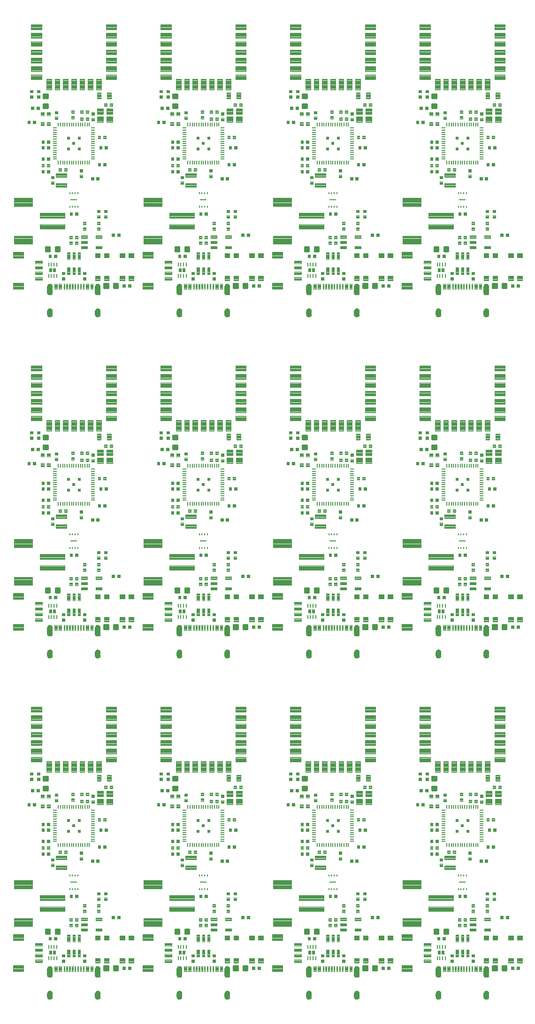
<source format=gtp>
G04 EAGLE Gerber RS-274X export*
G75*
%MOMM*%
%FSLAX34Y34*%
%LPD*%
%INSolderpaste Top*%
%IPPOS*%
%AMOC8*
5,1,8,0,0,1.08239X$1,22.5*%
G01*
%ADD10R,0.650000X0.200000*%
%ADD11R,0.600000X0.600000*%
%ADD12R,0.200000X0.650000*%
%ADD13C,0.100000*%
%ADD14C,0.096000*%
%ADD15C,0.102000*%
%ADD16C,0.104000*%
%ADD17C,0.099000*%
%ADD18C,0.105000*%
%ADD19C,0.300000*%
%ADD20R,0.250000X0.637500*%
%ADD21R,0.500000X0.640000*%
%ADD22R,0.200000X0.300000*%
%ADD23R,1.200000X0.200000*%

G36*
X157300Y1273311D02*
X157300Y1273311D01*
X157301Y1273311D01*
X158369Y1273330D01*
X158376Y1273335D01*
X158380Y1273331D01*
X159417Y1273587D01*
X159422Y1273594D01*
X159428Y1273591D01*
X160382Y1274072D01*
X160386Y1274079D01*
X160391Y1274078D01*
X161215Y1274759D01*
X161216Y1274767D01*
X161222Y1274767D01*
X161873Y1275614D01*
X161873Y1275622D01*
X161879Y1275623D01*
X162326Y1276594D01*
X162324Y1276602D01*
X162329Y1276604D01*
X162548Y1277650D01*
X162545Y1277657D01*
X162549Y1277660D01*
X162549Y1289660D01*
X162546Y1289665D01*
X162549Y1289668D01*
X162369Y1290763D01*
X162363Y1290769D01*
X162366Y1290774D01*
X161947Y1291802D01*
X161940Y1291806D01*
X161942Y1291811D01*
X161305Y1292720D01*
X161297Y1292723D01*
X161297Y1292728D01*
X160474Y1293472D01*
X160466Y1293473D01*
X160465Y1293479D01*
X159497Y1294021D01*
X159488Y1294020D01*
X159486Y1294026D01*
X158422Y1294339D01*
X158417Y1294337D01*
X158413Y1294337D01*
X158411Y1294341D01*
X157303Y1294409D01*
X157297Y1294405D01*
X157293Y1294409D01*
X156185Y1294239D01*
X156179Y1294233D01*
X156174Y1294236D01*
X155132Y1293824D01*
X155128Y1293817D01*
X155123Y1293819D01*
X154198Y1293185D01*
X154196Y1293177D01*
X154190Y1293178D01*
X153430Y1292355D01*
X153429Y1292346D01*
X153423Y1292346D01*
X152866Y1291374D01*
X152867Y1291366D01*
X152861Y1291364D01*
X152534Y1290292D01*
X152537Y1290284D01*
X152532Y1290281D01*
X152451Y1289164D01*
X152452Y1289161D01*
X152451Y1289160D01*
X152451Y1277160D01*
X152456Y1277153D01*
X152452Y1277149D01*
X152671Y1276205D01*
X152677Y1276199D01*
X152675Y1276194D01*
X153099Y1275322D01*
X153106Y1275319D01*
X153104Y1275313D01*
X153711Y1274557D01*
X153719Y1274555D01*
X153719Y1274549D01*
X154479Y1273948D01*
X154488Y1273948D01*
X154489Y1273942D01*
X155364Y1273524D01*
X155372Y1273526D01*
X155374Y1273521D01*
X156320Y1273309D01*
X156327Y1273312D01*
X156331Y1273307D01*
X157300Y1273311D01*
G37*
G36*
X858340Y1273311D02*
X858340Y1273311D01*
X858341Y1273311D01*
X859409Y1273330D01*
X859416Y1273335D01*
X859420Y1273331D01*
X860457Y1273587D01*
X860462Y1273594D01*
X860468Y1273591D01*
X861422Y1274072D01*
X861426Y1274079D01*
X861431Y1274078D01*
X862255Y1274759D01*
X862256Y1274767D01*
X862262Y1274767D01*
X862913Y1275614D01*
X862913Y1275622D01*
X862919Y1275623D01*
X863366Y1276594D01*
X863364Y1276602D01*
X863369Y1276604D01*
X863588Y1277650D01*
X863585Y1277657D01*
X863589Y1277660D01*
X863589Y1289660D01*
X863586Y1289665D01*
X863589Y1289668D01*
X863409Y1290763D01*
X863403Y1290769D01*
X863406Y1290774D01*
X862987Y1291802D01*
X862980Y1291806D01*
X862982Y1291811D01*
X862345Y1292720D01*
X862337Y1292723D01*
X862337Y1292728D01*
X861514Y1293472D01*
X861506Y1293473D01*
X861505Y1293479D01*
X860537Y1294021D01*
X860528Y1294020D01*
X860526Y1294026D01*
X859462Y1294339D01*
X859457Y1294337D01*
X859453Y1294337D01*
X859451Y1294341D01*
X858343Y1294409D01*
X858337Y1294405D01*
X858333Y1294409D01*
X857225Y1294239D01*
X857219Y1294233D01*
X857214Y1294236D01*
X856172Y1293824D01*
X856168Y1293817D01*
X856163Y1293819D01*
X855238Y1293185D01*
X855236Y1293177D01*
X855230Y1293178D01*
X854470Y1292355D01*
X854469Y1292346D01*
X854463Y1292346D01*
X853906Y1291374D01*
X853907Y1291366D01*
X853901Y1291364D01*
X853574Y1290292D01*
X853577Y1290284D01*
X853572Y1290281D01*
X853491Y1289164D01*
X853492Y1289161D01*
X853491Y1289160D01*
X853491Y1277160D01*
X853496Y1277153D01*
X853492Y1277149D01*
X853711Y1276205D01*
X853717Y1276199D01*
X853715Y1276194D01*
X854139Y1275322D01*
X854146Y1275319D01*
X854144Y1275313D01*
X854751Y1274557D01*
X854759Y1274555D01*
X854759Y1274549D01*
X855519Y1273948D01*
X855528Y1273948D01*
X855529Y1273942D01*
X856404Y1273524D01*
X856412Y1273526D01*
X856414Y1273521D01*
X857360Y1273309D01*
X857367Y1273312D01*
X857371Y1273307D01*
X858340Y1273311D01*
G37*
G36*
X624660Y1273311D02*
X624660Y1273311D01*
X624661Y1273311D01*
X625729Y1273330D01*
X625736Y1273335D01*
X625740Y1273331D01*
X626777Y1273587D01*
X626782Y1273594D01*
X626788Y1273591D01*
X627742Y1274072D01*
X627746Y1274079D01*
X627751Y1274078D01*
X628575Y1274759D01*
X628576Y1274767D01*
X628582Y1274767D01*
X629233Y1275614D01*
X629233Y1275622D01*
X629239Y1275623D01*
X629686Y1276594D01*
X629684Y1276602D01*
X629689Y1276604D01*
X629908Y1277650D01*
X629905Y1277657D01*
X629909Y1277660D01*
X629909Y1289660D01*
X629906Y1289665D01*
X629909Y1289668D01*
X629729Y1290763D01*
X629723Y1290769D01*
X629726Y1290774D01*
X629307Y1291802D01*
X629300Y1291806D01*
X629302Y1291811D01*
X628665Y1292720D01*
X628657Y1292723D01*
X628657Y1292728D01*
X627834Y1293472D01*
X627826Y1293473D01*
X627825Y1293479D01*
X626857Y1294021D01*
X626848Y1294020D01*
X626846Y1294026D01*
X625782Y1294339D01*
X625777Y1294337D01*
X625773Y1294337D01*
X625771Y1294341D01*
X624663Y1294409D01*
X624657Y1294405D01*
X624653Y1294409D01*
X623545Y1294239D01*
X623539Y1294233D01*
X623534Y1294236D01*
X622492Y1293824D01*
X622488Y1293817D01*
X622483Y1293819D01*
X621558Y1293185D01*
X621556Y1293177D01*
X621550Y1293178D01*
X620790Y1292355D01*
X620789Y1292346D01*
X620783Y1292346D01*
X620226Y1291374D01*
X620227Y1291366D01*
X620221Y1291364D01*
X619894Y1290292D01*
X619897Y1290284D01*
X619892Y1290281D01*
X619811Y1289164D01*
X619812Y1289161D01*
X619811Y1289160D01*
X619811Y1277160D01*
X619816Y1277153D01*
X619812Y1277149D01*
X620031Y1276205D01*
X620037Y1276199D01*
X620035Y1276194D01*
X620459Y1275322D01*
X620466Y1275319D01*
X620464Y1275313D01*
X621071Y1274557D01*
X621079Y1274555D01*
X621079Y1274549D01*
X621839Y1273948D01*
X621848Y1273948D01*
X621849Y1273942D01*
X622724Y1273524D01*
X622732Y1273526D01*
X622734Y1273521D01*
X623680Y1273309D01*
X623687Y1273312D01*
X623691Y1273307D01*
X624660Y1273311D01*
G37*
G36*
X390980Y1273311D02*
X390980Y1273311D01*
X390981Y1273311D01*
X392049Y1273330D01*
X392056Y1273335D01*
X392060Y1273331D01*
X393097Y1273587D01*
X393102Y1273594D01*
X393108Y1273591D01*
X394062Y1274072D01*
X394066Y1274079D01*
X394071Y1274078D01*
X394895Y1274759D01*
X394896Y1274767D01*
X394902Y1274767D01*
X395553Y1275614D01*
X395553Y1275622D01*
X395559Y1275623D01*
X396006Y1276594D01*
X396004Y1276602D01*
X396009Y1276604D01*
X396228Y1277650D01*
X396225Y1277657D01*
X396229Y1277660D01*
X396229Y1289660D01*
X396226Y1289665D01*
X396229Y1289668D01*
X396049Y1290763D01*
X396043Y1290769D01*
X396046Y1290774D01*
X395627Y1291802D01*
X395620Y1291806D01*
X395622Y1291811D01*
X394985Y1292720D01*
X394977Y1292723D01*
X394977Y1292728D01*
X394154Y1293472D01*
X394146Y1293473D01*
X394145Y1293479D01*
X393177Y1294021D01*
X393168Y1294020D01*
X393166Y1294026D01*
X392102Y1294339D01*
X392097Y1294337D01*
X392093Y1294337D01*
X392091Y1294341D01*
X390983Y1294409D01*
X390977Y1294405D01*
X390973Y1294409D01*
X389865Y1294239D01*
X389859Y1294233D01*
X389854Y1294236D01*
X388812Y1293824D01*
X388808Y1293817D01*
X388803Y1293819D01*
X387878Y1293185D01*
X387876Y1293177D01*
X387870Y1293178D01*
X387110Y1292355D01*
X387109Y1292346D01*
X387103Y1292346D01*
X386546Y1291374D01*
X386547Y1291366D01*
X386541Y1291364D01*
X386214Y1290292D01*
X386217Y1290284D01*
X386212Y1290281D01*
X386131Y1289164D01*
X386132Y1289161D01*
X386131Y1289160D01*
X386131Y1277160D01*
X386136Y1277153D01*
X386132Y1277149D01*
X386351Y1276205D01*
X386357Y1276199D01*
X386355Y1276194D01*
X386779Y1275322D01*
X386786Y1275319D01*
X386784Y1275313D01*
X387391Y1274557D01*
X387399Y1274555D01*
X387399Y1274549D01*
X388159Y1273948D01*
X388168Y1273948D01*
X388169Y1273942D01*
X389044Y1273524D01*
X389052Y1273526D01*
X389054Y1273521D01*
X390000Y1273309D01*
X390007Y1273312D01*
X390011Y1273307D01*
X390980Y1273311D01*
G37*
G36*
X157300Y658631D02*
X157300Y658631D01*
X157301Y658631D01*
X158369Y658650D01*
X158376Y658655D01*
X158380Y658651D01*
X159417Y658907D01*
X159422Y658914D01*
X159428Y658911D01*
X160382Y659392D01*
X160386Y659399D01*
X160391Y659398D01*
X161215Y660079D01*
X161216Y660087D01*
X161222Y660087D01*
X161873Y660934D01*
X161873Y660942D01*
X161879Y660943D01*
X162326Y661914D01*
X162324Y661922D01*
X162329Y661924D01*
X162548Y662970D01*
X162545Y662977D01*
X162549Y662980D01*
X162549Y674980D01*
X162546Y674985D01*
X162549Y674988D01*
X162369Y676083D01*
X162363Y676089D01*
X162366Y676094D01*
X161947Y677122D01*
X161940Y677126D01*
X161942Y677131D01*
X161305Y678040D01*
X161297Y678043D01*
X161297Y678048D01*
X160474Y678792D01*
X160466Y678793D01*
X160465Y678799D01*
X159497Y679341D01*
X159488Y679340D01*
X159486Y679346D01*
X158422Y679659D01*
X158417Y679657D01*
X158413Y679657D01*
X158411Y679661D01*
X157303Y679729D01*
X157297Y679725D01*
X157293Y679729D01*
X156185Y679559D01*
X156179Y679553D01*
X156174Y679556D01*
X155132Y679144D01*
X155128Y679137D01*
X155123Y679139D01*
X154198Y678505D01*
X154196Y678497D01*
X154190Y678498D01*
X153430Y677675D01*
X153429Y677666D01*
X153423Y677666D01*
X152866Y676694D01*
X152867Y676686D01*
X152861Y676684D01*
X152534Y675612D01*
X152537Y675604D01*
X152532Y675601D01*
X152451Y674484D01*
X152452Y674481D01*
X152451Y674480D01*
X152451Y662480D01*
X152456Y662473D01*
X152452Y662469D01*
X152671Y661525D01*
X152677Y661519D01*
X152675Y661514D01*
X153099Y660642D01*
X153106Y660639D01*
X153104Y660633D01*
X153711Y659877D01*
X153719Y659875D01*
X153719Y659869D01*
X154479Y659268D01*
X154488Y659268D01*
X154489Y659262D01*
X155364Y658844D01*
X155372Y658846D01*
X155374Y658841D01*
X156320Y658629D01*
X156327Y658632D01*
X156331Y658627D01*
X157300Y658631D01*
G37*
G36*
X858340Y658631D02*
X858340Y658631D01*
X858341Y658631D01*
X859409Y658650D01*
X859416Y658655D01*
X859420Y658651D01*
X860457Y658907D01*
X860462Y658914D01*
X860468Y658911D01*
X861422Y659392D01*
X861426Y659399D01*
X861431Y659398D01*
X862255Y660079D01*
X862256Y660087D01*
X862262Y660087D01*
X862913Y660934D01*
X862913Y660942D01*
X862919Y660943D01*
X863366Y661914D01*
X863364Y661922D01*
X863369Y661924D01*
X863588Y662970D01*
X863585Y662977D01*
X863589Y662980D01*
X863589Y674980D01*
X863586Y674985D01*
X863589Y674988D01*
X863409Y676083D01*
X863403Y676089D01*
X863406Y676094D01*
X862987Y677122D01*
X862980Y677126D01*
X862982Y677131D01*
X862345Y678040D01*
X862337Y678043D01*
X862337Y678048D01*
X861514Y678792D01*
X861506Y678793D01*
X861505Y678799D01*
X860537Y679341D01*
X860528Y679340D01*
X860526Y679346D01*
X859462Y679659D01*
X859457Y679657D01*
X859453Y679657D01*
X859451Y679661D01*
X858343Y679729D01*
X858337Y679725D01*
X858333Y679729D01*
X857225Y679559D01*
X857219Y679553D01*
X857214Y679556D01*
X856172Y679144D01*
X856168Y679137D01*
X856163Y679139D01*
X855238Y678505D01*
X855236Y678497D01*
X855230Y678498D01*
X854470Y677675D01*
X854469Y677666D01*
X854463Y677666D01*
X853906Y676694D01*
X853907Y676686D01*
X853901Y676684D01*
X853574Y675612D01*
X853577Y675604D01*
X853572Y675601D01*
X853491Y674484D01*
X853492Y674481D01*
X853491Y674480D01*
X853491Y662480D01*
X853496Y662473D01*
X853492Y662469D01*
X853711Y661525D01*
X853717Y661519D01*
X853715Y661514D01*
X854139Y660642D01*
X854146Y660639D01*
X854144Y660633D01*
X854751Y659877D01*
X854759Y659875D01*
X854759Y659869D01*
X855519Y659268D01*
X855528Y659268D01*
X855529Y659262D01*
X856404Y658844D01*
X856412Y658846D01*
X856414Y658841D01*
X857360Y658629D01*
X857367Y658632D01*
X857371Y658627D01*
X858340Y658631D01*
G37*
G36*
X624660Y658631D02*
X624660Y658631D01*
X624661Y658631D01*
X625729Y658650D01*
X625736Y658655D01*
X625740Y658651D01*
X626777Y658907D01*
X626782Y658914D01*
X626788Y658911D01*
X627742Y659392D01*
X627746Y659399D01*
X627751Y659398D01*
X628575Y660079D01*
X628576Y660087D01*
X628582Y660087D01*
X629233Y660934D01*
X629233Y660942D01*
X629239Y660943D01*
X629686Y661914D01*
X629684Y661922D01*
X629689Y661924D01*
X629908Y662970D01*
X629905Y662977D01*
X629909Y662980D01*
X629909Y674980D01*
X629906Y674985D01*
X629909Y674988D01*
X629729Y676083D01*
X629723Y676089D01*
X629726Y676094D01*
X629307Y677122D01*
X629300Y677126D01*
X629302Y677131D01*
X628665Y678040D01*
X628657Y678043D01*
X628657Y678048D01*
X627834Y678792D01*
X627826Y678793D01*
X627825Y678799D01*
X626857Y679341D01*
X626848Y679340D01*
X626846Y679346D01*
X625782Y679659D01*
X625777Y679657D01*
X625773Y679657D01*
X625771Y679661D01*
X624663Y679729D01*
X624657Y679725D01*
X624653Y679729D01*
X623545Y679559D01*
X623539Y679553D01*
X623534Y679556D01*
X622492Y679144D01*
X622488Y679137D01*
X622483Y679139D01*
X621558Y678505D01*
X621556Y678497D01*
X621550Y678498D01*
X620790Y677675D01*
X620789Y677666D01*
X620783Y677666D01*
X620226Y676694D01*
X620227Y676686D01*
X620221Y676684D01*
X619894Y675612D01*
X619897Y675604D01*
X619892Y675601D01*
X619811Y674484D01*
X619812Y674481D01*
X619811Y674480D01*
X619811Y662480D01*
X619816Y662473D01*
X619812Y662469D01*
X620031Y661525D01*
X620037Y661519D01*
X620035Y661514D01*
X620459Y660642D01*
X620466Y660639D01*
X620464Y660633D01*
X621071Y659877D01*
X621079Y659875D01*
X621079Y659869D01*
X621839Y659268D01*
X621848Y659268D01*
X621849Y659262D01*
X622724Y658844D01*
X622732Y658846D01*
X622734Y658841D01*
X623680Y658629D01*
X623687Y658632D01*
X623691Y658627D01*
X624660Y658631D01*
G37*
G36*
X390980Y658631D02*
X390980Y658631D01*
X390981Y658631D01*
X392049Y658650D01*
X392056Y658655D01*
X392060Y658651D01*
X393097Y658907D01*
X393102Y658914D01*
X393108Y658911D01*
X394062Y659392D01*
X394066Y659399D01*
X394071Y659398D01*
X394895Y660079D01*
X394896Y660087D01*
X394902Y660087D01*
X395553Y660934D01*
X395553Y660942D01*
X395559Y660943D01*
X396006Y661914D01*
X396004Y661922D01*
X396009Y661924D01*
X396228Y662970D01*
X396225Y662977D01*
X396229Y662980D01*
X396229Y674980D01*
X396226Y674985D01*
X396229Y674988D01*
X396049Y676083D01*
X396043Y676089D01*
X396046Y676094D01*
X395627Y677122D01*
X395620Y677126D01*
X395622Y677131D01*
X394985Y678040D01*
X394977Y678043D01*
X394977Y678048D01*
X394154Y678792D01*
X394146Y678793D01*
X394145Y678799D01*
X393177Y679341D01*
X393168Y679340D01*
X393166Y679346D01*
X392102Y679659D01*
X392097Y679657D01*
X392093Y679657D01*
X392091Y679661D01*
X390983Y679729D01*
X390977Y679725D01*
X390973Y679729D01*
X389865Y679559D01*
X389859Y679553D01*
X389854Y679556D01*
X388812Y679144D01*
X388808Y679137D01*
X388803Y679139D01*
X387878Y678505D01*
X387876Y678497D01*
X387870Y678498D01*
X387110Y677675D01*
X387109Y677666D01*
X387103Y677666D01*
X386546Y676694D01*
X386547Y676686D01*
X386541Y676684D01*
X386214Y675612D01*
X386217Y675604D01*
X386212Y675601D01*
X386131Y674484D01*
X386132Y674481D01*
X386131Y674480D01*
X386131Y662480D01*
X386136Y662473D01*
X386132Y662469D01*
X386351Y661525D01*
X386357Y661519D01*
X386355Y661514D01*
X386779Y660642D01*
X386786Y660639D01*
X386784Y660633D01*
X387391Y659877D01*
X387399Y659875D01*
X387399Y659869D01*
X388159Y659268D01*
X388168Y659268D01*
X388169Y659262D01*
X389044Y658844D01*
X389052Y658846D01*
X389054Y658841D01*
X390000Y658629D01*
X390007Y658632D01*
X390011Y658627D01*
X390980Y658631D01*
G37*
G36*
X157300Y43951D02*
X157300Y43951D01*
X157301Y43951D01*
X158369Y43970D01*
X158376Y43975D01*
X158380Y43971D01*
X159417Y44227D01*
X159422Y44234D01*
X159428Y44231D01*
X160382Y44712D01*
X160386Y44719D01*
X160391Y44718D01*
X161215Y45399D01*
X161216Y45407D01*
X161222Y45407D01*
X161873Y46254D01*
X161873Y46262D01*
X161879Y46263D01*
X162326Y47234D01*
X162324Y47242D01*
X162329Y47244D01*
X162548Y48290D01*
X162545Y48297D01*
X162549Y48300D01*
X162549Y60300D01*
X162546Y60305D01*
X162549Y60308D01*
X162369Y61403D01*
X162363Y61409D01*
X162366Y61414D01*
X161947Y62442D01*
X161940Y62446D01*
X161942Y62451D01*
X161305Y63360D01*
X161297Y63363D01*
X161297Y63368D01*
X160474Y64112D01*
X160466Y64113D01*
X160465Y64119D01*
X159497Y64661D01*
X159488Y64660D01*
X159486Y64666D01*
X158422Y64979D01*
X158417Y64977D01*
X158413Y64977D01*
X158411Y64981D01*
X157303Y65049D01*
X157297Y65045D01*
X157293Y65049D01*
X156185Y64879D01*
X156179Y64873D01*
X156174Y64876D01*
X155132Y64464D01*
X155128Y64457D01*
X155123Y64459D01*
X154198Y63825D01*
X154196Y63817D01*
X154190Y63818D01*
X153430Y62995D01*
X153429Y62986D01*
X153423Y62986D01*
X152866Y62014D01*
X152867Y62006D01*
X152861Y62004D01*
X152534Y60932D01*
X152537Y60924D01*
X152532Y60921D01*
X152451Y59804D01*
X152452Y59801D01*
X152451Y59800D01*
X152451Y47800D01*
X152456Y47793D01*
X152452Y47789D01*
X152671Y46845D01*
X152677Y46839D01*
X152675Y46834D01*
X153099Y45962D01*
X153106Y45959D01*
X153104Y45953D01*
X153711Y45197D01*
X153719Y45195D01*
X153719Y45189D01*
X154479Y44588D01*
X154488Y44588D01*
X154489Y44582D01*
X155364Y44164D01*
X155372Y44166D01*
X155374Y44161D01*
X156320Y43949D01*
X156327Y43952D01*
X156331Y43947D01*
X157300Y43951D01*
G37*
G36*
X390980Y43951D02*
X390980Y43951D01*
X390981Y43951D01*
X392049Y43970D01*
X392056Y43975D01*
X392060Y43971D01*
X393097Y44227D01*
X393102Y44234D01*
X393108Y44231D01*
X394062Y44712D01*
X394066Y44719D01*
X394071Y44718D01*
X394895Y45399D01*
X394896Y45407D01*
X394902Y45407D01*
X395553Y46254D01*
X395553Y46262D01*
X395559Y46263D01*
X396006Y47234D01*
X396004Y47242D01*
X396009Y47244D01*
X396228Y48290D01*
X396225Y48297D01*
X396229Y48300D01*
X396229Y60300D01*
X396226Y60305D01*
X396229Y60308D01*
X396049Y61403D01*
X396043Y61409D01*
X396046Y61414D01*
X395627Y62442D01*
X395620Y62446D01*
X395622Y62451D01*
X394985Y63360D01*
X394977Y63363D01*
X394977Y63368D01*
X394154Y64112D01*
X394146Y64113D01*
X394145Y64119D01*
X393177Y64661D01*
X393168Y64660D01*
X393166Y64666D01*
X392102Y64979D01*
X392097Y64977D01*
X392093Y64977D01*
X392091Y64981D01*
X390983Y65049D01*
X390977Y65045D01*
X390973Y65049D01*
X389865Y64879D01*
X389859Y64873D01*
X389854Y64876D01*
X388812Y64464D01*
X388808Y64457D01*
X388803Y64459D01*
X387878Y63825D01*
X387876Y63817D01*
X387870Y63818D01*
X387110Y62995D01*
X387109Y62986D01*
X387103Y62986D01*
X386546Y62014D01*
X386547Y62006D01*
X386541Y62004D01*
X386214Y60932D01*
X386217Y60924D01*
X386212Y60921D01*
X386131Y59804D01*
X386132Y59801D01*
X386131Y59800D01*
X386131Y47800D01*
X386136Y47793D01*
X386132Y47789D01*
X386351Y46845D01*
X386357Y46839D01*
X386355Y46834D01*
X386779Y45962D01*
X386786Y45959D01*
X386784Y45953D01*
X387391Y45197D01*
X387399Y45195D01*
X387399Y45189D01*
X388159Y44588D01*
X388168Y44588D01*
X388169Y44582D01*
X389044Y44164D01*
X389052Y44166D01*
X389054Y44161D01*
X390000Y43949D01*
X390007Y43952D01*
X390011Y43947D01*
X390980Y43951D01*
G37*
G36*
X624660Y43951D02*
X624660Y43951D01*
X624661Y43951D01*
X625729Y43970D01*
X625736Y43975D01*
X625740Y43971D01*
X626777Y44227D01*
X626782Y44234D01*
X626788Y44231D01*
X627742Y44712D01*
X627746Y44719D01*
X627751Y44718D01*
X628575Y45399D01*
X628576Y45407D01*
X628582Y45407D01*
X629233Y46254D01*
X629233Y46262D01*
X629239Y46263D01*
X629686Y47234D01*
X629684Y47242D01*
X629689Y47244D01*
X629908Y48290D01*
X629905Y48297D01*
X629909Y48300D01*
X629909Y60300D01*
X629906Y60305D01*
X629909Y60308D01*
X629729Y61403D01*
X629723Y61409D01*
X629726Y61414D01*
X629307Y62442D01*
X629300Y62446D01*
X629302Y62451D01*
X628665Y63360D01*
X628657Y63363D01*
X628657Y63368D01*
X627834Y64112D01*
X627826Y64113D01*
X627825Y64119D01*
X626857Y64661D01*
X626848Y64660D01*
X626846Y64666D01*
X625782Y64979D01*
X625777Y64977D01*
X625773Y64977D01*
X625771Y64981D01*
X624663Y65049D01*
X624657Y65045D01*
X624653Y65049D01*
X623545Y64879D01*
X623539Y64873D01*
X623534Y64876D01*
X622492Y64464D01*
X622488Y64457D01*
X622483Y64459D01*
X621558Y63825D01*
X621556Y63817D01*
X621550Y63818D01*
X620790Y62995D01*
X620789Y62986D01*
X620783Y62986D01*
X620226Y62014D01*
X620227Y62006D01*
X620221Y62004D01*
X619894Y60932D01*
X619897Y60924D01*
X619892Y60921D01*
X619811Y59804D01*
X619812Y59801D01*
X619811Y59800D01*
X619811Y47800D01*
X619816Y47793D01*
X619812Y47789D01*
X620031Y46845D01*
X620037Y46839D01*
X620035Y46834D01*
X620459Y45962D01*
X620466Y45959D01*
X620464Y45953D01*
X621071Y45197D01*
X621079Y45195D01*
X621079Y45189D01*
X621839Y44588D01*
X621848Y44588D01*
X621849Y44582D01*
X622724Y44164D01*
X622732Y44166D01*
X622734Y44161D01*
X623680Y43949D01*
X623687Y43952D01*
X623691Y43947D01*
X624660Y43951D01*
G37*
G36*
X858340Y43951D02*
X858340Y43951D01*
X858341Y43951D01*
X859409Y43970D01*
X859416Y43975D01*
X859420Y43971D01*
X860457Y44227D01*
X860462Y44234D01*
X860468Y44231D01*
X861422Y44712D01*
X861426Y44719D01*
X861431Y44718D01*
X862255Y45399D01*
X862256Y45407D01*
X862262Y45407D01*
X862913Y46254D01*
X862913Y46262D01*
X862919Y46263D01*
X863366Y47234D01*
X863364Y47242D01*
X863369Y47244D01*
X863588Y48290D01*
X863585Y48297D01*
X863589Y48300D01*
X863589Y60300D01*
X863586Y60305D01*
X863589Y60308D01*
X863409Y61403D01*
X863403Y61409D01*
X863406Y61414D01*
X862987Y62442D01*
X862980Y62446D01*
X862982Y62451D01*
X862345Y63360D01*
X862337Y63363D01*
X862337Y63368D01*
X861514Y64112D01*
X861506Y64113D01*
X861505Y64119D01*
X860537Y64661D01*
X860528Y64660D01*
X860526Y64666D01*
X859462Y64979D01*
X859457Y64977D01*
X859453Y64977D01*
X859451Y64981D01*
X858343Y65049D01*
X858337Y65045D01*
X858333Y65049D01*
X857225Y64879D01*
X857219Y64873D01*
X857214Y64876D01*
X856172Y64464D01*
X856168Y64457D01*
X856163Y64459D01*
X855238Y63825D01*
X855236Y63817D01*
X855230Y63818D01*
X854470Y62995D01*
X854469Y62986D01*
X854463Y62986D01*
X853906Y62014D01*
X853907Y62006D01*
X853901Y62004D01*
X853574Y60932D01*
X853577Y60924D01*
X853572Y60921D01*
X853491Y59804D01*
X853492Y59801D01*
X853491Y59800D01*
X853491Y47800D01*
X853496Y47793D01*
X853492Y47789D01*
X853711Y46845D01*
X853717Y46839D01*
X853715Y46834D01*
X854139Y45962D01*
X854146Y45959D01*
X854144Y45953D01*
X854751Y45197D01*
X854759Y45195D01*
X854759Y45189D01*
X855519Y44588D01*
X855528Y44588D01*
X855529Y44582D01*
X856404Y44164D01*
X856412Y44166D01*
X856414Y44161D01*
X857360Y43949D01*
X857367Y43952D01*
X857371Y43947D01*
X858340Y43951D01*
G37*
G36*
X71881Y1273320D02*
X71881Y1273320D01*
X71888Y1273325D01*
X71892Y1273321D01*
X72944Y1273571D01*
X72949Y1273577D01*
X72954Y1273574D01*
X73924Y1274051D01*
X73927Y1274059D01*
X73933Y1274057D01*
X74772Y1274738D01*
X74774Y1274746D01*
X74780Y1274746D01*
X75446Y1275597D01*
X75447Y1275605D01*
X75452Y1275606D01*
X75913Y1276583D01*
X75911Y1276591D01*
X75917Y1276594D01*
X76148Y1277649D01*
X76145Y1277657D01*
X76149Y1277660D01*
X76149Y1289660D01*
X76145Y1289665D01*
X76149Y1289668D01*
X75956Y1290774D01*
X75950Y1290779D01*
X75953Y1290784D01*
X75520Y1291819D01*
X75513Y1291823D01*
X75515Y1291828D01*
X74862Y1292741D01*
X74854Y1292743D01*
X74855Y1292749D01*
X74016Y1293493D01*
X74007Y1293494D01*
X74007Y1293499D01*
X73023Y1294038D01*
X73015Y1294037D01*
X73013Y1294042D01*
X71934Y1294349D01*
X71926Y1294346D01*
X71923Y1294351D01*
X70803Y1294409D01*
X70798Y1294406D01*
X70795Y1294409D01*
X69749Y1294291D01*
X69743Y1294285D01*
X69738Y1294289D01*
X68744Y1293941D01*
X68740Y1293934D01*
X68735Y1293936D01*
X67843Y1293376D01*
X67841Y1293369D01*
X67835Y1293369D01*
X67091Y1292625D01*
X67089Y1292617D01*
X67084Y1292617D01*
X66524Y1291725D01*
X66524Y1291717D01*
X66519Y1291716D01*
X66171Y1290722D01*
X66174Y1290714D01*
X66169Y1290711D01*
X66051Y1289666D01*
X66053Y1289662D01*
X66051Y1289660D01*
X66051Y1277660D01*
X66054Y1277655D01*
X66051Y1277652D01*
X66209Y1276656D01*
X66215Y1276650D01*
X66212Y1276645D01*
X66587Y1275709D01*
X66594Y1275705D01*
X66592Y1275699D01*
X67166Y1274870D01*
X67174Y1274867D01*
X67173Y1274862D01*
X67917Y1274181D01*
X67926Y1274180D01*
X67926Y1274174D01*
X68803Y1273676D01*
X68812Y1273677D01*
X68814Y1273672D01*
X69779Y1273381D01*
X69787Y1273384D01*
X69790Y1273379D01*
X70797Y1273311D01*
X70799Y1273312D01*
X70800Y1273311D01*
X71881Y1273320D01*
G37*
G36*
X539241Y1273320D02*
X539241Y1273320D01*
X539248Y1273325D01*
X539252Y1273321D01*
X540304Y1273571D01*
X540309Y1273577D01*
X540314Y1273574D01*
X541284Y1274051D01*
X541287Y1274059D01*
X541293Y1274057D01*
X542132Y1274738D01*
X542134Y1274746D01*
X542140Y1274746D01*
X542806Y1275597D01*
X542807Y1275605D01*
X542812Y1275606D01*
X543273Y1276583D01*
X543271Y1276591D01*
X543277Y1276594D01*
X543508Y1277649D01*
X543505Y1277657D01*
X543509Y1277660D01*
X543509Y1289660D01*
X543505Y1289665D01*
X543509Y1289668D01*
X543316Y1290774D01*
X543310Y1290779D01*
X543313Y1290784D01*
X542880Y1291819D01*
X542873Y1291823D01*
X542875Y1291828D01*
X542222Y1292741D01*
X542214Y1292743D01*
X542215Y1292749D01*
X541376Y1293493D01*
X541367Y1293494D01*
X541367Y1293499D01*
X540383Y1294038D01*
X540375Y1294037D01*
X540373Y1294042D01*
X539294Y1294349D01*
X539286Y1294346D01*
X539283Y1294351D01*
X538163Y1294409D01*
X538158Y1294406D01*
X538155Y1294409D01*
X537109Y1294291D01*
X537103Y1294285D01*
X537098Y1294289D01*
X536104Y1293941D01*
X536100Y1293934D01*
X536095Y1293936D01*
X535203Y1293376D01*
X535201Y1293369D01*
X535195Y1293369D01*
X534451Y1292625D01*
X534449Y1292617D01*
X534444Y1292617D01*
X533884Y1291725D01*
X533884Y1291717D01*
X533879Y1291716D01*
X533531Y1290722D01*
X533534Y1290714D01*
X533529Y1290711D01*
X533411Y1289666D01*
X533413Y1289662D01*
X533411Y1289660D01*
X533411Y1277660D01*
X533414Y1277655D01*
X533411Y1277652D01*
X533569Y1276656D01*
X533575Y1276650D01*
X533572Y1276645D01*
X533947Y1275709D01*
X533954Y1275705D01*
X533952Y1275699D01*
X534526Y1274870D01*
X534534Y1274867D01*
X534533Y1274862D01*
X535277Y1274181D01*
X535286Y1274180D01*
X535286Y1274174D01*
X536163Y1273676D01*
X536172Y1273677D01*
X536174Y1273672D01*
X537139Y1273381D01*
X537147Y1273384D01*
X537150Y1273379D01*
X538157Y1273311D01*
X538159Y1273312D01*
X538160Y1273311D01*
X539241Y1273320D01*
G37*
G36*
X305561Y1273320D02*
X305561Y1273320D01*
X305568Y1273325D01*
X305572Y1273321D01*
X306624Y1273571D01*
X306629Y1273577D01*
X306634Y1273574D01*
X307604Y1274051D01*
X307607Y1274059D01*
X307613Y1274057D01*
X308452Y1274738D01*
X308454Y1274746D01*
X308460Y1274746D01*
X309126Y1275597D01*
X309127Y1275605D01*
X309132Y1275606D01*
X309593Y1276583D01*
X309591Y1276591D01*
X309597Y1276594D01*
X309828Y1277649D01*
X309825Y1277657D01*
X309829Y1277660D01*
X309829Y1289660D01*
X309825Y1289665D01*
X309829Y1289668D01*
X309636Y1290774D01*
X309630Y1290779D01*
X309633Y1290784D01*
X309200Y1291819D01*
X309193Y1291823D01*
X309195Y1291828D01*
X308542Y1292741D01*
X308534Y1292743D01*
X308535Y1292749D01*
X307696Y1293493D01*
X307687Y1293494D01*
X307687Y1293499D01*
X306703Y1294038D01*
X306695Y1294037D01*
X306693Y1294042D01*
X305614Y1294349D01*
X305606Y1294346D01*
X305603Y1294351D01*
X304483Y1294409D01*
X304478Y1294406D01*
X304475Y1294409D01*
X303429Y1294291D01*
X303423Y1294285D01*
X303418Y1294289D01*
X302424Y1293941D01*
X302420Y1293934D01*
X302415Y1293936D01*
X301523Y1293376D01*
X301521Y1293369D01*
X301515Y1293369D01*
X300771Y1292625D01*
X300769Y1292617D01*
X300764Y1292617D01*
X300204Y1291725D01*
X300204Y1291717D01*
X300199Y1291716D01*
X299851Y1290722D01*
X299854Y1290714D01*
X299849Y1290711D01*
X299731Y1289666D01*
X299733Y1289662D01*
X299731Y1289660D01*
X299731Y1277660D01*
X299734Y1277655D01*
X299731Y1277652D01*
X299889Y1276656D01*
X299895Y1276650D01*
X299892Y1276645D01*
X300267Y1275709D01*
X300274Y1275705D01*
X300272Y1275699D01*
X300846Y1274870D01*
X300854Y1274867D01*
X300853Y1274862D01*
X301597Y1274181D01*
X301606Y1274180D01*
X301606Y1274174D01*
X302483Y1273676D01*
X302492Y1273677D01*
X302494Y1273672D01*
X303459Y1273381D01*
X303467Y1273384D01*
X303470Y1273379D01*
X304477Y1273311D01*
X304479Y1273312D01*
X304480Y1273311D01*
X305561Y1273320D01*
G37*
G36*
X772921Y1273320D02*
X772921Y1273320D01*
X772928Y1273325D01*
X772932Y1273321D01*
X773984Y1273571D01*
X773989Y1273577D01*
X773994Y1273574D01*
X774964Y1274051D01*
X774967Y1274059D01*
X774973Y1274057D01*
X775812Y1274738D01*
X775814Y1274746D01*
X775820Y1274746D01*
X776486Y1275597D01*
X776487Y1275605D01*
X776492Y1275606D01*
X776953Y1276583D01*
X776951Y1276591D01*
X776957Y1276594D01*
X777188Y1277649D01*
X777185Y1277657D01*
X777189Y1277660D01*
X777189Y1289660D01*
X777185Y1289665D01*
X777189Y1289668D01*
X776996Y1290774D01*
X776990Y1290779D01*
X776993Y1290784D01*
X776560Y1291819D01*
X776553Y1291823D01*
X776555Y1291828D01*
X775902Y1292741D01*
X775894Y1292743D01*
X775895Y1292749D01*
X775056Y1293493D01*
X775047Y1293494D01*
X775047Y1293499D01*
X774063Y1294038D01*
X774055Y1294037D01*
X774053Y1294042D01*
X772974Y1294349D01*
X772966Y1294346D01*
X772963Y1294351D01*
X771843Y1294409D01*
X771838Y1294406D01*
X771835Y1294409D01*
X770789Y1294291D01*
X770783Y1294285D01*
X770778Y1294289D01*
X769784Y1293941D01*
X769780Y1293934D01*
X769775Y1293936D01*
X768883Y1293376D01*
X768881Y1293369D01*
X768875Y1293369D01*
X768131Y1292625D01*
X768129Y1292617D01*
X768124Y1292617D01*
X767564Y1291725D01*
X767564Y1291717D01*
X767559Y1291716D01*
X767211Y1290722D01*
X767214Y1290714D01*
X767209Y1290711D01*
X767091Y1289666D01*
X767093Y1289662D01*
X767091Y1289660D01*
X767091Y1277660D01*
X767094Y1277655D01*
X767091Y1277652D01*
X767249Y1276656D01*
X767255Y1276650D01*
X767252Y1276645D01*
X767627Y1275709D01*
X767634Y1275705D01*
X767632Y1275699D01*
X768206Y1274870D01*
X768214Y1274867D01*
X768213Y1274862D01*
X768957Y1274181D01*
X768966Y1274180D01*
X768966Y1274174D01*
X769843Y1273676D01*
X769852Y1273677D01*
X769854Y1273672D01*
X770819Y1273381D01*
X770827Y1273384D01*
X770830Y1273379D01*
X771837Y1273311D01*
X771839Y1273312D01*
X771840Y1273311D01*
X772921Y1273320D01*
G37*
G36*
X772921Y43960D02*
X772921Y43960D01*
X772928Y43965D01*
X772932Y43961D01*
X773984Y44211D01*
X773989Y44217D01*
X773994Y44214D01*
X774964Y44691D01*
X774967Y44699D01*
X774973Y44697D01*
X775812Y45378D01*
X775814Y45386D01*
X775820Y45386D01*
X776486Y46237D01*
X776487Y46245D01*
X776492Y46246D01*
X776953Y47223D01*
X776951Y47231D01*
X776957Y47234D01*
X777188Y48289D01*
X777185Y48297D01*
X777189Y48300D01*
X777189Y60300D01*
X777185Y60305D01*
X777189Y60308D01*
X776996Y61414D01*
X776990Y61419D01*
X776993Y61424D01*
X776560Y62459D01*
X776553Y62463D01*
X776555Y62468D01*
X775902Y63381D01*
X775894Y63383D01*
X775895Y63389D01*
X775056Y64133D01*
X775047Y64134D01*
X775047Y64139D01*
X774063Y64678D01*
X774055Y64677D01*
X774053Y64682D01*
X772974Y64989D01*
X772966Y64986D01*
X772963Y64991D01*
X771843Y65049D01*
X771838Y65046D01*
X771835Y65049D01*
X770789Y64931D01*
X770783Y64925D01*
X770778Y64929D01*
X769784Y64581D01*
X769780Y64574D01*
X769775Y64576D01*
X768883Y64016D01*
X768881Y64009D01*
X768875Y64009D01*
X768131Y63265D01*
X768129Y63257D01*
X768124Y63257D01*
X767564Y62365D01*
X767564Y62357D01*
X767559Y62356D01*
X767211Y61362D01*
X767214Y61354D01*
X767209Y61351D01*
X767091Y60306D01*
X767093Y60302D01*
X767091Y60300D01*
X767091Y48300D01*
X767094Y48295D01*
X767091Y48292D01*
X767249Y47296D01*
X767255Y47290D01*
X767252Y47285D01*
X767627Y46349D01*
X767634Y46345D01*
X767632Y46339D01*
X768206Y45510D01*
X768214Y45507D01*
X768213Y45502D01*
X768957Y44821D01*
X768966Y44820D01*
X768966Y44814D01*
X769843Y44316D01*
X769852Y44317D01*
X769854Y44312D01*
X770819Y44021D01*
X770827Y44024D01*
X770830Y44019D01*
X771837Y43951D01*
X771839Y43952D01*
X771840Y43951D01*
X772921Y43960D01*
G37*
G36*
X71881Y43960D02*
X71881Y43960D01*
X71888Y43965D01*
X71892Y43961D01*
X72944Y44211D01*
X72949Y44217D01*
X72954Y44214D01*
X73924Y44691D01*
X73927Y44699D01*
X73933Y44697D01*
X74772Y45378D01*
X74774Y45386D01*
X74780Y45386D01*
X75446Y46237D01*
X75447Y46245D01*
X75452Y46246D01*
X75913Y47223D01*
X75911Y47231D01*
X75917Y47234D01*
X76148Y48289D01*
X76145Y48297D01*
X76149Y48300D01*
X76149Y60300D01*
X76145Y60305D01*
X76149Y60308D01*
X75956Y61414D01*
X75950Y61419D01*
X75953Y61424D01*
X75520Y62459D01*
X75513Y62463D01*
X75515Y62468D01*
X74862Y63381D01*
X74854Y63383D01*
X74855Y63389D01*
X74016Y64133D01*
X74007Y64134D01*
X74007Y64139D01*
X73023Y64678D01*
X73015Y64677D01*
X73013Y64682D01*
X71934Y64989D01*
X71926Y64986D01*
X71923Y64991D01*
X70803Y65049D01*
X70798Y65046D01*
X70795Y65049D01*
X69749Y64931D01*
X69743Y64925D01*
X69738Y64929D01*
X68744Y64581D01*
X68740Y64574D01*
X68735Y64576D01*
X67843Y64016D01*
X67841Y64009D01*
X67835Y64009D01*
X67091Y63265D01*
X67089Y63257D01*
X67084Y63257D01*
X66524Y62365D01*
X66524Y62357D01*
X66519Y62356D01*
X66171Y61362D01*
X66174Y61354D01*
X66169Y61351D01*
X66051Y60306D01*
X66053Y60302D01*
X66051Y60300D01*
X66051Y48300D01*
X66054Y48295D01*
X66051Y48292D01*
X66209Y47296D01*
X66215Y47290D01*
X66212Y47285D01*
X66587Y46349D01*
X66594Y46345D01*
X66592Y46339D01*
X67166Y45510D01*
X67174Y45507D01*
X67173Y45502D01*
X67917Y44821D01*
X67926Y44820D01*
X67926Y44814D01*
X68803Y44316D01*
X68812Y44317D01*
X68814Y44312D01*
X69779Y44021D01*
X69787Y44024D01*
X69790Y44019D01*
X70797Y43951D01*
X70799Y43952D01*
X70800Y43951D01*
X71881Y43960D01*
G37*
G36*
X305561Y43960D02*
X305561Y43960D01*
X305568Y43965D01*
X305572Y43961D01*
X306624Y44211D01*
X306629Y44217D01*
X306634Y44214D01*
X307604Y44691D01*
X307607Y44699D01*
X307613Y44697D01*
X308452Y45378D01*
X308454Y45386D01*
X308460Y45386D01*
X309126Y46237D01*
X309127Y46245D01*
X309132Y46246D01*
X309593Y47223D01*
X309591Y47231D01*
X309597Y47234D01*
X309828Y48289D01*
X309825Y48297D01*
X309829Y48300D01*
X309829Y60300D01*
X309825Y60305D01*
X309829Y60308D01*
X309636Y61414D01*
X309630Y61419D01*
X309633Y61424D01*
X309200Y62459D01*
X309193Y62463D01*
X309195Y62468D01*
X308542Y63381D01*
X308534Y63383D01*
X308535Y63389D01*
X307696Y64133D01*
X307687Y64134D01*
X307687Y64139D01*
X306703Y64678D01*
X306695Y64677D01*
X306693Y64682D01*
X305614Y64989D01*
X305606Y64986D01*
X305603Y64991D01*
X304483Y65049D01*
X304478Y65046D01*
X304475Y65049D01*
X303429Y64931D01*
X303423Y64925D01*
X303418Y64929D01*
X302424Y64581D01*
X302420Y64574D01*
X302415Y64576D01*
X301523Y64016D01*
X301521Y64009D01*
X301515Y64009D01*
X300771Y63265D01*
X300769Y63257D01*
X300764Y63257D01*
X300204Y62365D01*
X300204Y62357D01*
X300199Y62356D01*
X299851Y61362D01*
X299854Y61354D01*
X299849Y61351D01*
X299731Y60306D01*
X299733Y60302D01*
X299731Y60300D01*
X299731Y48300D01*
X299734Y48295D01*
X299731Y48292D01*
X299889Y47296D01*
X299895Y47290D01*
X299892Y47285D01*
X300267Y46349D01*
X300274Y46345D01*
X300272Y46339D01*
X300846Y45510D01*
X300854Y45507D01*
X300853Y45502D01*
X301597Y44821D01*
X301606Y44820D01*
X301606Y44814D01*
X302483Y44316D01*
X302492Y44317D01*
X302494Y44312D01*
X303459Y44021D01*
X303467Y44024D01*
X303470Y44019D01*
X304477Y43951D01*
X304479Y43952D01*
X304480Y43951D01*
X305561Y43960D01*
G37*
G36*
X539241Y43960D02*
X539241Y43960D01*
X539248Y43965D01*
X539252Y43961D01*
X540304Y44211D01*
X540309Y44217D01*
X540314Y44214D01*
X541284Y44691D01*
X541287Y44699D01*
X541293Y44697D01*
X542132Y45378D01*
X542134Y45386D01*
X542140Y45386D01*
X542806Y46237D01*
X542807Y46245D01*
X542812Y46246D01*
X543273Y47223D01*
X543271Y47231D01*
X543277Y47234D01*
X543508Y48289D01*
X543505Y48297D01*
X543509Y48300D01*
X543509Y60300D01*
X543505Y60305D01*
X543509Y60308D01*
X543316Y61414D01*
X543310Y61419D01*
X543313Y61424D01*
X542880Y62459D01*
X542873Y62463D01*
X542875Y62468D01*
X542222Y63381D01*
X542214Y63383D01*
X542215Y63389D01*
X541376Y64133D01*
X541367Y64134D01*
X541367Y64139D01*
X540383Y64678D01*
X540375Y64677D01*
X540373Y64682D01*
X539294Y64989D01*
X539286Y64986D01*
X539283Y64991D01*
X538163Y65049D01*
X538158Y65046D01*
X538155Y65049D01*
X537109Y64931D01*
X537103Y64925D01*
X537098Y64929D01*
X536104Y64581D01*
X536100Y64574D01*
X536095Y64576D01*
X535203Y64016D01*
X535201Y64009D01*
X535195Y64009D01*
X534451Y63265D01*
X534449Y63257D01*
X534444Y63257D01*
X533884Y62365D01*
X533884Y62357D01*
X533879Y62356D01*
X533531Y61362D01*
X533534Y61354D01*
X533529Y61351D01*
X533411Y60306D01*
X533413Y60302D01*
X533411Y60300D01*
X533411Y48300D01*
X533414Y48295D01*
X533411Y48292D01*
X533569Y47296D01*
X533575Y47290D01*
X533572Y47285D01*
X533947Y46349D01*
X533954Y46345D01*
X533952Y46339D01*
X534526Y45510D01*
X534534Y45507D01*
X534533Y45502D01*
X535277Y44821D01*
X535286Y44820D01*
X535286Y44814D01*
X536163Y44316D01*
X536172Y44317D01*
X536174Y44312D01*
X537139Y44021D01*
X537147Y44024D01*
X537150Y44019D01*
X538157Y43951D01*
X538159Y43952D01*
X538160Y43951D01*
X539241Y43960D01*
G37*
G36*
X539241Y658640D02*
X539241Y658640D01*
X539248Y658645D01*
X539252Y658641D01*
X540304Y658891D01*
X540309Y658897D01*
X540314Y658894D01*
X541284Y659371D01*
X541287Y659379D01*
X541293Y659377D01*
X542132Y660058D01*
X542134Y660066D01*
X542140Y660066D01*
X542806Y660917D01*
X542807Y660925D01*
X542812Y660926D01*
X543273Y661903D01*
X543271Y661911D01*
X543277Y661914D01*
X543508Y662969D01*
X543505Y662977D01*
X543509Y662980D01*
X543509Y674980D01*
X543505Y674985D01*
X543509Y674988D01*
X543316Y676094D01*
X543310Y676099D01*
X543313Y676104D01*
X542880Y677139D01*
X542873Y677143D01*
X542875Y677148D01*
X542222Y678061D01*
X542214Y678063D01*
X542215Y678069D01*
X541376Y678813D01*
X541367Y678814D01*
X541367Y678819D01*
X540383Y679358D01*
X540375Y679357D01*
X540373Y679362D01*
X539294Y679669D01*
X539286Y679666D01*
X539283Y679671D01*
X538163Y679729D01*
X538158Y679726D01*
X538155Y679729D01*
X537109Y679611D01*
X537103Y679605D01*
X537098Y679609D01*
X536104Y679261D01*
X536100Y679254D01*
X536095Y679256D01*
X535203Y678696D01*
X535201Y678689D01*
X535195Y678689D01*
X534451Y677945D01*
X534449Y677937D01*
X534444Y677937D01*
X533884Y677045D01*
X533884Y677037D01*
X533879Y677036D01*
X533531Y676042D01*
X533534Y676034D01*
X533529Y676031D01*
X533411Y674986D01*
X533413Y674982D01*
X533411Y674980D01*
X533411Y662980D01*
X533414Y662975D01*
X533411Y662972D01*
X533569Y661976D01*
X533575Y661970D01*
X533572Y661965D01*
X533947Y661029D01*
X533954Y661025D01*
X533952Y661019D01*
X534526Y660190D01*
X534534Y660187D01*
X534533Y660182D01*
X535277Y659501D01*
X535286Y659500D01*
X535286Y659494D01*
X536163Y658996D01*
X536172Y658997D01*
X536174Y658992D01*
X537139Y658701D01*
X537147Y658704D01*
X537150Y658699D01*
X538157Y658631D01*
X538159Y658632D01*
X538160Y658631D01*
X539241Y658640D01*
G37*
G36*
X305561Y658640D02*
X305561Y658640D01*
X305568Y658645D01*
X305572Y658641D01*
X306624Y658891D01*
X306629Y658897D01*
X306634Y658894D01*
X307604Y659371D01*
X307607Y659379D01*
X307613Y659377D01*
X308452Y660058D01*
X308454Y660066D01*
X308460Y660066D01*
X309126Y660917D01*
X309127Y660925D01*
X309132Y660926D01*
X309593Y661903D01*
X309591Y661911D01*
X309597Y661914D01*
X309828Y662969D01*
X309825Y662977D01*
X309829Y662980D01*
X309829Y674980D01*
X309825Y674985D01*
X309829Y674988D01*
X309636Y676094D01*
X309630Y676099D01*
X309633Y676104D01*
X309200Y677139D01*
X309193Y677143D01*
X309195Y677148D01*
X308542Y678061D01*
X308534Y678063D01*
X308535Y678069D01*
X307696Y678813D01*
X307687Y678814D01*
X307687Y678819D01*
X306703Y679358D01*
X306695Y679357D01*
X306693Y679362D01*
X305614Y679669D01*
X305606Y679666D01*
X305603Y679671D01*
X304483Y679729D01*
X304478Y679726D01*
X304475Y679729D01*
X303429Y679611D01*
X303423Y679605D01*
X303418Y679609D01*
X302424Y679261D01*
X302420Y679254D01*
X302415Y679256D01*
X301523Y678696D01*
X301521Y678689D01*
X301515Y678689D01*
X300771Y677945D01*
X300769Y677937D01*
X300764Y677937D01*
X300204Y677045D01*
X300204Y677037D01*
X300199Y677036D01*
X299851Y676042D01*
X299854Y676034D01*
X299849Y676031D01*
X299731Y674986D01*
X299733Y674982D01*
X299731Y674980D01*
X299731Y662980D01*
X299734Y662975D01*
X299731Y662972D01*
X299889Y661976D01*
X299895Y661970D01*
X299892Y661965D01*
X300267Y661029D01*
X300274Y661025D01*
X300272Y661019D01*
X300846Y660190D01*
X300854Y660187D01*
X300853Y660182D01*
X301597Y659501D01*
X301606Y659500D01*
X301606Y659494D01*
X302483Y658996D01*
X302492Y658997D01*
X302494Y658992D01*
X303459Y658701D01*
X303467Y658704D01*
X303470Y658699D01*
X304477Y658631D01*
X304479Y658632D01*
X304480Y658631D01*
X305561Y658640D01*
G37*
G36*
X772921Y658640D02*
X772921Y658640D01*
X772928Y658645D01*
X772932Y658641D01*
X773984Y658891D01*
X773989Y658897D01*
X773994Y658894D01*
X774964Y659371D01*
X774967Y659379D01*
X774973Y659377D01*
X775812Y660058D01*
X775814Y660066D01*
X775820Y660066D01*
X776486Y660917D01*
X776487Y660925D01*
X776492Y660926D01*
X776953Y661903D01*
X776951Y661911D01*
X776957Y661914D01*
X777188Y662969D01*
X777185Y662977D01*
X777189Y662980D01*
X777189Y674980D01*
X777185Y674985D01*
X777189Y674988D01*
X776996Y676094D01*
X776990Y676099D01*
X776993Y676104D01*
X776560Y677139D01*
X776553Y677143D01*
X776555Y677148D01*
X775902Y678061D01*
X775894Y678063D01*
X775895Y678069D01*
X775056Y678813D01*
X775047Y678814D01*
X775047Y678819D01*
X774063Y679358D01*
X774055Y679357D01*
X774053Y679362D01*
X772974Y679669D01*
X772966Y679666D01*
X772963Y679671D01*
X771843Y679729D01*
X771838Y679726D01*
X771835Y679729D01*
X770789Y679611D01*
X770783Y679605D01*
X770778Y679609D01*
X769784Y679261D01*
X769780Y679254D01*
X769775Y679256D01*
X768883Y678696D01*
X768881Y678689D01*
X768875Y678689D01*
X768131Y677945D01*
X768129Y677937D01*
X768124Y677937D01*
X767564Y677045D01*
X767564Y677037D01*
X767559Y677036D01*
X767211Y676042D01*
X767214Y676034D01*
X767209Y676031D01*
X767091Y674986D01*
X767093Y674982D01*
X767091Y674980D01*
X767091Y662980D01*
X767094Y662975D01*
X767091Y662972D01*
X767249Y661976D01*
X767255Y661970D01*
X767252Y661965D01*
X767627Y661029D01*
X767634Y661025D01*
X767632Y661019D01*
X768206Y660190D01*
X768214Y660187D01*
X768213Y660182D01*
X768957Y659501D01*
X768966Y659500D01*
X768966Y659494D01*
X769843Y658996D01*
X769852Y658997D01*
X769854Y658992D01*
X770819Y658701D01*
X770827Y658704D01*
X770830Y658699D01*
X771837Y658631D01*
X771839Y658632D01*
X771840Y658631D01*
X772921Y658640D01*
G37*
G36*
X71881Y658640D02*
X71881Y658640D01*
X71888Y658645D01*
X71892Y658641D01*
X72944Y658891D01*
X72949Y658897D01*
X72954Y658894D01*
X73924Y659371D01*
X73927Y659379D01*
X73933Y659377D01*
X74772Y660058D01*
X74774Y660066D01*
X74780Y660066D01*
X75446Y660917D01*
X75447Y660925D01*
X75452Y660926D01*
X75913Y661903D01*
X75911Y661911D01*
X75917Y661914D01*
X76148Y662969D01*
X76145Y662977D01*
X76149Y662980D01*
X76149Y674980D01*
X76145Y674985D01*
X76149Y674988D01*
X75956Y676094D01*
X75950Y676099D01*
X75953Y676104D01*
X75520Y677139D01*
X75513Y677143D01*
X75515Y677148D01*
X74862Y678061D01*
X74854Y678063D01*
X74855Y678069D01*
X74016Y678813D01*
X74007Y678814D01*
X74007Y678819D01*
X73023Y679358D01*
X73015Y679357D01*
X73013Y679362D01*
X71934Y679669D01*
X71926Y679666D01*
X71923Y679671D01*
X70803Y679729D01*
X70798Y679726D01*
X70795Y679729D01*
X69749Y679611D01*
X69743Y679605D01*
X69738Y679609D01*
X68744Y679261D01*
X68740Y679254D01*
X68735Y679256D01*
X67843Y678696D01*
X67841Y678689D01*
X67835Y678689D01*
X67091Y677945D01*
X67089Y677937D01*
X67084Y677937D01*
X66524Y677045D01*
X66524Y677037D01*
X66519Y677036D01*
X66171Y676042D01*
X66174Y676034D01*
X66169Y676031D01*
X66051Y674986D01*
X66053Y674982D01*
X66051Y674980D01*
X66051Y662980D01*
X66054Y662975D01*
X66051Y662972D01*
X66209Y661976D01*
X66215Y661970D01*
X66212Y661965D01*
X66587Y661029D01*
X66594Y661025D01*
X66592Y661019D01*
X67166Y660190D01*
X67174Y660187D01*
X67173Y660182D01*
X67917Y659501D01*
X67926Y659500D01*
X67926Y659494D01*
X68803Y658996D01*
X68812Y658997D01*
X68814Y658992D01*
X69779Y658701D01*
X69787Y658704D01*
X69790Y658699D01*
X70797Y658631D01*
X70799Y658632D01*
X70800Y658631D01*
X71881Y658640D01*
G37*
G36*
X391484Y619135D02*
X391484Y619135D01*
X391487Y619131D01*
X392563Y619286D01*
X392568Y619292D01*
X392573Y619289D01*
X393587Y619679D01*
X393591Y619686D01*
X393597Y619685D01*
X394499Y620291D01*
X394501Y620299D01*
X394507Y620298D01*
X395251Y621090D01*
X395252Y621098D01*
X395258Y621098D01*
X395807Y622036D01*
X395806Y622044D01*
X395812Y622046D01*
X396139Y623082D01*
X396136Y623090D01*
X396141Y623093D01*
X396229Y624176D01*
X396227Y624179D01*
X396229Y624180D01*
X396229Y630180D01*
X396226Y630184D01*
X396229Y630186D01*
X396079Y631319D01*
X396073Y631325D01*
X396076Y631330D01*
X395678Y632400D01*
X395671Y632404D01*
X395673Y632410D01*
X395046Y633365D01*
X395038Y633368D01*
X395039Y633373D01*
X394216Y634165D01*
X394208Y634166D01*
X394207Y634172D01*
X393228Y634761D01*
X393220Y634760D01*
X393218Y634765D01*
X392133Y635121D01*
X392125Y635119D01*
X392122Y635123D01*
X390985Y635229D01*
X390976Y635224D01*
X390971Y635228D01*
X389834Y635021D01*
X389828Y635015D01*
X389823Y635018D01*
X388761Y634563D01*
X388757Y634556D01*
X388751Y634558D01*
X387816Y633878D01*
X387814Y633870D01*
X387808Y633871D01*
X387048Y633000D01*
X387048Y632992D01*
X387042Y632991D01*
X386495Y631972D01*
X386496Y631964D01*
X386491Y631962D01*
X386487Y631949D01*
X386474Y631900D01*
X386473Y631900D01*
X386474Y631900D01*
X386460Y631851D01*
X386446Y631801D01*
X386433Y631752D01*
X386419Y631703D01*
X386406Y631654D01*
X386392Y631604D01*
X386379Y631555D01*
X386365Y631506D01*
X386351Y631457D01*
X386338Y631407D01*
X386324Y631358D01*
X386311Y631309D01*
X386297Y631260D01*
X386284Y631210D01*
X386270Y631161D01*
X386257Y631112D01*
X386256Y631112D01*
X386243Y631063D01*
X386229Y631013D01*
X386184Y630848D01*
X386187Y630840D01*
X386182Y630837D01*
X386131Y629682D01*
X386132Y629681D01*
X386131Y629680D01*
X386131Y623680D01*
X386135Y623674D01*
X386132Y623671D01*
X386344Y622590D01*
X386350Y622585D01*
X386347Y622580D01*
X386794Y621574D01*
X386801Y621570D01*
X386799Y621564D01*
X387459Y620683D01*
X387467Y620680D01*
X387467Y620675D01*
X388306Y619962D01*
X388314Y619962D01*
X388315Y619956D01*
X389292Y619448D01*
X389300Y619449D01*
X389302Y619444D01*
X390367Y619166D01*
X390375Y619169D01*
X390378Y619165D01*
X391479Y619131D01*
X391484Y619135D01*
G37*
G36*
X625164Y619135D02*
X625164Y619135D01*
X625167Y619131D01*
X626243Y619286D01*
X626248Y619292D01*
X626253Y619289D01*
X627267Y619679D01*
X627271Y619686D01*
X627277Y619685D01*
X628179Y620291D01*
X628181Y620299D01*
X628187Y620298D01*
X628931Y621090D01*
X628932Y621098D01*
X628938Y621098D01*
X629487Y622036D01*
X629486Y622044D01*
X629492Y622046D01*
X629819Y623082D01*
X629816Y623090D01*
X629821Y623093D01*
X629909Y624176D01*
X629907Y624179D01*
X629909Y624180D01*
X629909Y630180D01*
X629906Y630184D01*
X629909Y630186D01*
X629759Y631319D01*
X629753Y631325D01*
X629756Y631330D01*
X629358Y632400D01*
X629351Y632404D01*
X629353Y632410D01*
X628726Y633365D01*
X628718Y633368D01*
X628719Y633373D01*
X627896Y634165D01*
X627888Y634166D01*
X627887Y634172D01*
X626908Y634761D01*
X626900Y634760D01*
X626898Y634765D01*
X625813Y635121D01*
X625805Y635119D01*
X625802Y635123D01*
X624665Y635229D01*
X624656Y635224D01*
X624651Y635228D01*
X623514Y635021D01*
X623508Y635015D01*
X623503Y635018D01*
X622441Y634563D01*
X622437Y634556D01*
X622431Y634558D01*
X621496Y633878D01*
X621494Y633870D01*
X621488Y633871D01*
X620728Y633000D01*
X620728Y632992D01*
X620722Y632991D01*
X620175Y631972D01*
X620176Y631964D01*
X620171Y631962D01*
X620167Y631949D01*
X620154Y631900D01*
X620153Y631900D01*
X620154Y631900D01*
X620140Y631851D01*
X620126Y631801D01*
X620113Y631752D01*
X620099Y631703D01*
X620086Y631654D01*
X620072Y631604D01*
X620059Y631555D01*
X620045Y631506D01*
X620031Y631457D01*
X620018Y631407D01*
X620004Y631358D01*
X619991Y631309D01*
X619977Y631260D01*
X619964Y631210D01*
X619950Y631161D01*
X619937Y631112D01*
X619936Y631112D01*
X619923Y631063D01*
X619909Y631013D01*
X619864Y630848D01*
X619867Y630840D01*
X619862Y630837D01*
X619811Y629682D01*
X619812Y629681D01*
X619811Y629680D01*
X619811Y623680D01*
X619815Y623674D01*
X619812Y623671D01*
X620024Y622590D01*
X620030Y622585D01*
X620027Y622580D01*
X620474Y621574D01*
X620481Y621570D01*
X620479Y621564D01*
X621139Y620683D01*
X621147Y620680D01*
X621147Y620675D01*
X621986Y619962D01*
X621994Y619962D01*
X621995Y619956D01*
X622972Y619448D01*
X622980Y619449D01*
X622982Y619444D01*
X624047Y619166D01*
X624055Y619169D01*
X624058Y619165D01*
X625159Y619131D01*
X625164Y619135D01*
G37*
G36*
X157804Y619135D02*
X157804Y619135D01*
X157807Y619131D01*
X158883Y619286D01*
X158888Y619292D01*
X158893Y619289D01*
X159907Y619679D01*
X159911Y619686D01*
X159917Y619685D01*
X160819Y620291D01*
X160821Y620299D01*
X160827Y620298D01*
X161571Y621090D01*
X161572Y621098D01*
X161578Y621098D01*
X162127Y622036D01*
X162126Y622044D01*
X162132Y622046D01*
X162459Y623082D01*
X162456Y623090D01*
X162461Y623093D01*
X162549Y624176D01*
X162547Y624179D01*
X162549Y624180D01*
X162549Y630180D01*
X162546Y630184D01*
X162549Y630186D01*
X162399Y631319D01*
X162393Y631325D01*
X162396Y631330D01*
X161998Y632400D01*
X161991Y632404D01*
X161993Y632410D01*
X161366Y633365D01*
X161358Y633368D01*
X161359Y633373D01*
X160536Y634165D01*
X160528Y634166D01*
X160527Y634172D01*
X159548Y634761D01*
X159540Y634760D01*
X159538Y634765D01*
X158453Y635121D01*
X158445Y635119D01*
X158442Y635123D01*
X157305Y635229D01*
X157296Y635224D01*
X157291Y635228D01*
X156154Y635021D01*
X156148Y635015D01*
X156143Y635018D01*
X155081Y634563D01*
X155077Y634556D01*
X155071Y634558D01*
X154136Y633878D01*
X154134Y633870D01*
X154128Y633871D01*
X153368Y633000D01*
X153368Y632992D01*
X153362Y632991D01*
X152815Y631972D01*
X152816Y631964D01*
X152811Y631962D01*
X152807Y631949D01*
X152794Y631900D01*
X152793Y631900D01*
X152794Y631900D01*
X152780Y631851D01*
X152766Y631801D01*
X152753Y631752D01*
X152739Y631703D01*
X152726Y631654D01*
X152712Y631604D01*
X152699Y631555D01*
X152685Y631506D01*
X152671Y631457D01*
X152658Y631407D01*
X152644Y631358D01*
X152631Y631309D01*
X152617Y631260D01*
X152604Y631210D01*
X152590Y631161D01*
X152577Y631112D01*
X152576Y631112D01*
X152563Y631063D01*
X152549Y631013D01*
X152504Y630848D01*
X152507Y630840D01*
X152502Y630837D01*
X152451Y629682D01*
X152452Y629681D01*
X152451Y629680D01*
X152451Y623680D01*
X152455Y623674D01*
X152452Y623671D01*
X152664Y622590D01*
X152670Y622585D01*
X152667Y622580D01*
X153114Y621574D01*
X153121Y621570D01*
X153119Y621564D01*
X153779Y620683D01*
X153787Y620680D01*
X153787Y620675D01*
X154626Y619962D01*
X154634Y619962D01*
X154635Y619956D01*
X155612Y619448D01*
X155620Y619449D01*
X155622Y619444D01*
X156687Y619166D01*
X156695Y619169D01*
X156698Y619165D01*
X157799Y619131D01*
X157804Y619135D01*
G37*
G36*
X858844Y619135D02*
X858844Y619135D01*
X858847Y619131D01*
X859923Y619286D01*
X859928Y619292D01*
X859933Y619289D01*
X860947Y619679D01*
X860951Y619686D01*
X860957Y619685D01*
X861859Y620291D01*
X861861Y620299D01*
X861867Y620298D01*
X862611Y621090D01*
X862612Y621098D01*
X862618Y621098D01*
X863167Y622036D01*
X863166Y622044D01*
X863172Y622046D01*
X863499Y623082D01*
X863496Y623090D01*
X863501Y623093D01*
X863589Y624176D01*
X863587Y624179D01*
X863589Y624180D01*
X863589Y630180D01*
X863586Y630184D01*
X863589Y630186D01*
X863439Y631319D01*
X863433Y631325D01*
X863436Y631330D01*
X863038Y632400D01*
X863031Y632404D01*
X863033Y632410D01*
X862406Y633365D01*
X862398Y633368D01*
X862399Y633373D01*
X861576Y634165D01*
X861568Y634166D01*
X861567Y634172D01*
X860588Y634761D01*
X860580Y634760D01*
X860578Y634765D01*
X859493Y635121D01*
X859485Y635119D01*
X859482Y635123D01*
X858345Y635229D01*
X858336Y635224D01*
X858331Y635228D01*
X857194Y635021D01*
X857188Y635015D01*
X857183Y635018D01*
X856121Y634563D01*
X856117Y634556D01*
X856111Y634558D01*
X855176Y633878D01*
X855174Y633870D01*
X855168Y633871D01*
X854408Y633000D01*
X854408Y632992D01*
X854402Y632991D01*
X853855Y631972D01*
X853856Y631964D01*
X853851Y631962D01*
X853847Y631949D01*
X853834Y631900D01*
X853833Y631900D01*
X853834Y631900D01*
X853820Y631851D01*
X853806Y631801D01*
X853793Y631752D01*
X853779Y631703D01*
X853766Y631654D01*
X853752Y631604D01*
X853739Y631555D01*
X853725Y631506D01*
X853711Y631457D01*
X853698Y631407D01*
X853684Y631358D01*
X853671Y631309D01*
X853657Y631260D01*
X853644Y631210D01*
X853630Y631161D01*
X853617Y631112D01*
X853616Y631112D01*
X853603Y631063D01*
X853589Y631013D01*
X853544Y630848D01*
X853547Y630840D01*
X853542Y630837D01*
X853491Y629682D01*
X853492Y629681D01*
X853491Y629680D01*
X853491Y623680D01*
X853495Y623674D01*
X853492Y623671D01*
X853704Y622590D01*
X853710Y622585D01*
X853707Y622580D01*
X854154Y621574D01*
X854161Y621570D01*
X854159Y621564D01*
X854819Y620683D01*
X854827Y620680D01*
X854827Y620675D01*
X855666Y619962D01*
X855674Y619962D01*
X855675Y619956D01*
X856652Y619448D01*
X856660Y619449D01*
X856662Y619444D01*
X857727Y619166D01*
X857735Y619169D01*
X857738Y619165D01*
X858839Y619131D01*
X858844Y619135D01*
G37*
G36*
X625164Y1233815D02*
X625164Y1233815D01*
X625167Y1233811D01*
X626243Y1233966D01*
X626248Y1233972D01*
X626253Y1233969D01*
X627267Y1234359D01*
X627271Y1234366D01*
X627277Y1234365D01*
X628179Y1234971D01*
X628181Y1234979D01*
X628187Y1234978D01*
X628931Y1235770D01*
X628932Y1235778D01*
X628938Y1235778D01*
X629487Y1236716D01*
X629486Y1236724D01*
X629492Y1236726D01*
X629819Y1237762D01*
X629816Y1237770D01*
X629821Y1237773D01*
X629909Y1238856D01*
X629907Y1238859D01*
X629909Y1238860D01*
X629909Y1244860D01*
X629906Y1244864D01*
X629909Y1244866D01*
X629759Y1245999D01*
X629753Y1246005D01*
X629756Y1246010D01*
X629358Y1247080D01*
X629351Y1247084D01*
X629353Y1247090D01*
X628726Y1248045D01*
X628718Y1248048D01*
X628719Y1248053D01*
X627896Y1248845D01*
X627888Y1248846D01*
X627887Y1248852D01*
X626908Y1249441D01*
X626900Y1249440D01*
X626898Y1249445D01*
X625813Y1249801D01*
X625805Y1249799D01*
X625802Y1249803D01*
X624665Y1249909D01*
X624656Y1249904D01*
X624651Y1249908D01*
X623514Y1249701D01*
X623508Y1249695D01*
X623503Y1249698D01*
X622441Y1249243D01*
X622437Y1249236D01*
X622431Y1249238D01*
X621496Y1248558D01*
X621494Y1248550D01*
X621488Y1248551D01*
X620728Y1247680D01*
X620728Y1247672D01*
X620722Y1247671D01*
X620175Y1246652D01*
X620176Y1246644D01*
X620171Y1246642D01*
X620167Y1246629D01*
X620154Y1246580D01*
X620153Y1246580D01*
X620154Y1246580D01*
X620140Y1246531D01*
X620126Y1246481D01*
X620113Y1246432D01*
X620099Y1246383D01*
X620086Y1246334D01*
X620072Y1246284D01*
X620059Y1246235D01*
X620045Y1246186D01*
X620031Y1246137D01*
X620018Y1246087D01*
X620004Y1246038D01*
X619991Y1245989D01*
X619977Y1245940D01*
X619964Y1245890D01*
X619950Y1245841D01*
X619937Y1245792D01*
X619936Y1245792D01*
X619923Y1245743D01*
X619909Y1245693D01*
X619864Y1245528D01*
X619867Y1245520D01*
X619862Y1245517D01*
X619811Y1244362D01*
X619812Y1244361D01*
X619811Y1244360D01*
X619811Y1238360D01*
X619815Y1238354D01*
X619812Y1238351D01*
X620024Y1237270D01*
X620030Y1237265D01*
X620027Y1237260D01*
X620474Y1236254D01*
X620481Y1236250D01*
X620479Y1236244D01*
X621139Y1235363D01*
X621147Y1235360D01*
X621147Y1235355D01*
X621986Y1234642D01*
X621994Y1234642D01*
X621995Y1234636D01*
X622972Y1234128D01*
X622980Y1234129D01*
X622982Y1234124D01*
X624047Y1233846D01*
X624055Y1233849D01*
X624058Y1233845D01*
X625159Y1233811D01*
X625164Y1233815D01*
G37*
G36*
X391484Y1233815D02*
X391484Y1233815D01*
X391487Y1233811D01*
X392563Y1233966D01*
X392568Y1233972D01*
X392573Y1233969D01*
X393587Y1234359D01*
X393591Y1234366D01*
X393597Y1234365D01*
X394499Y1234971D01*
X394501Y1234979D01*
X394507Y1234978D01*
X395251Y1235770D01*
X395252Y1235778D01*
X395258Y1235778D01*
X395807Y1236716D01*
X395806Y1236724D01*
X395812Y1236726D01*
X396139Y1237762D01*
X396136Y1237770D01*
X396141Y1237773D01*
X396229Y1238856D01*
X396227Y1238859D01*
X396229Y1238860D01*
X396229Y1244860D01*
X396226Y1244864D01*
X396229Y1244866D01*
X396079Y1245999D01*
X396073Y1246005D01*
X396076Y1246010D01*
X395678Y1247080D01*
X395671Y1247084D01*
X395673Y1247090D01*
X395046Y1248045D01*
X395038Y1248048D01*
X395039Y1248053D01*
X394216Y1248845D01*
X394208Y1248846D01*
X394207Y1248852D01*
X393228Y1249441D01*
X393220Y1249440D01*
X393218Y1249445D01*
X392133Y1249801D01*
X392125Y1249799D01*
X392122Y1249803D01*
X390985Y1249909D01*
X390976Y1249904D01*
X390971Y1249908D01*
X389834Y1249701D01*
X389828Y1249695D01*
X389823Y1249698D01*
X388761Y1249243D01*
X388757Y1249236D01*
X388751Y1249238D01*
X387816Y1248558D01*
X387814Y1248550D01*
X387808Y1248551D01*
X387048Y1247680D01*
X387048Y1247672D01*
X387042Y1247671D01*
X386495Y1246652D01*
X386496Y1246644D01*
X386491Y1246642D01*
X386487Y1246629D01*
X386474Y1246580D01*
X386473Y1246580D01*
X386474Y1246580D01*
X386460Y1246531D01*
X386446Y1246481D01*
X386433Y1246432D01*
X386419Y1246383D01*
X386406Y1246334D01*
X386392Y1246284D01*
X386379Y1246235D01*
X386365Y1246186D01*
X386351Y1246137D01*
X386338Y1246087D01*
X386324Y1246038D01*
X386311Y1245989D01*
X386297Y1245940D01*
X386284Y1245890D01*
X386270Y1245841D01*
X386257Y1245792D01*
X386256Y1245792D01*
X386243Y1245743D01*
X386229Y1245693D01*
X386184Y1245528D01*
X386187Y1245520D01*
X386182Y1245517D01*
X386131Y1244362D01*
X386132Y1244361D01*
X386131Y1244360D01*
X386131Y1238360D01*
X386135Y1238354D01*
X386132Y1238351D01*
X386344Y1237270D01*
X386350Y1237265D01*
X386347Y1237260D01*
X386794Y1236254D01*
X386801Y1236250D01*
X386799Y1236244D01*
X387459Y1235363D01*
X387467Y1235360D01*
X387467Y1235355D01*
X388306Y1234642D01*
X388314Y1234642D01*
X388315Y1234636D01*
X389292Y1234128D01*
X389300Y1234129D01*
X389302Y1234124D01*
X390367Y1233846D01*
X390375Y1233849D01*
X390378Y1233845D01*
X391479Y1233811D01*
X391484Y1233815D01*
G37*
G36*
X157804Y1233815D02*
X157804Y1233815D01*
X157807Y1233811D01*
X158883Y1233966D01*
X158888Y1233972D01*
X158893Y1233969D01*
X159907Y1234359D01*
X159911Y1234366D01*
X159917Y1234365D01*
X160819Y1234971D01*
X160821Y1234979D01*
X160827Y1234978D01*
X161571Y1235770D01*
X161572Y1235778D01*
X161578Y1235778D01*
X162127Y1236716D01*
X162126Y1236724D01*
X162132Y1236726D01*
X162459Y1237762D01*
X162456Y1237770D01*
X162461Y1237773D01*
X162549Y1238856D01*
X162547Y1238859D01*
X162549Y1238860D01*
X162549Y1244860D01*
X162546Y1244864D01*
X162549Y1244866D01*
X162399Y1245999D01*
X162393Y1246005D01*
X162396Y1246010D01*
X161998Y1247080D01*
X161991Y1247084D01*
X161993Y1247090D01*
X161366Y1248045D01*
X161358Y1248048D01*
X161359Y1248053D01*
X160536Y1248845D01*
X160528Y1248846D01*
X160527Y1248852D01*
X159548Y1249441D01*
X159540Y1249440D01*
X159538Y1249445D01*
X158453Y1249801D01*
X158445Y1249799D01*
X158442Y1249803D01*
X157305Y1249909D01*
X157296Y1249904D01*
X157291Y1249908D01*
X156154Y1249701D01*
X156148Y1249695D01*
X156143Y1249698D01*
X155081Y1249243D01*
X155077Y1249236D01*
X155071Y1249238D01*
X154136Y1248558D01*
X154134Y1248550D01*
X154128Y1248551D01*
X153368Y1247680D01*
X153368Y1247672D01*
X153362Y1247671D01*
X152815Y1246652D01*
X152816Y1246644D01*
X152811Y1246642D01*
X152807Y1246629D01*
X152794Y1246580D01*
X152793Y1246580D01*
X152794Y1246580D01*
X152780Y1246531D01*
X152766Y1246481D01*
X152753Y1246432D01*
X152739Y1246383D01*
X152726Y1246334D01*
X152712Y1246284D01*
X152699Y1246235D01*
X152685Y1246186D01*
X152671Y1246137D01*
X152658Y1246087D01*
X152644Y1246038D01*
X152631Y1245989D01*
X152617Y1245940D01*
X152604Y1245890D01*
X152590Y1245841D01*
X152577Y1245792D01*
X152576Y1245792D01*
X152563Y1245743D01*
X152549Y1245693D01*
X152504Y1245528D01*
X152507Y1245520D01*
X152502Y1245517D01*
X152451Y1244362D01*
X152452Y1244361D01*
X152451Y1244360D01*
X152451Y1238360D01*
X152455Y1238354D01*
X152452Y1238351D01*
X152664Y1237270D01*
X152670Y1237265D01*
X152667Y1237260D01*
X153114Y1236254D01*
X153121Y1236250D01*
X153119Y1236244D01*
X153779Y1235363D01*
X153787Y1235360D01*
X153787Y1235355D01*
X154626Y1234642D01*
X154634Y1234642D01*
X154635Y1234636D01*
X155612Y1234128D01*
X155620Y1234129D01*
X155622Y1234124D01*
X156687Y1233846D01*
X156695Y1233849D01*
X156698Y1233845D01*
X157799Y1233811D01*
X157804Y1233815D01*
G37*
G36*
X858844Y1233815D02*
X858844Y1233815D01*
X858847Y1233811D01*
X859923Y1233966D01*
X859928Y1233972D01*
X859933Y1233969D01*
X860947Y1234359D01*
X860951Y1234366D01*
X860957Y1234365D01*
X861859Y1234971D01*
X861861Y1234979D01*
X861867Y1234978D01*
X862611Y1235770D01*
X862612Y1235778D01*
X862618Y1235778D01*
X863167Y1236716D01*
X863166Y1236724D01*
X863172Y1236726D01*
X863499Y1237762D01*
X863496Y1237770D01*
X863501Y1237773D01*
X863589Y1238856D01*
X863587Y1238859D01*
X863589Y1238860D01*
X863589Y1244860D01*
X863586Y1244864D01*
X863589Y1244866D01*
X863439Y1245999D01*
X863433Y1246005D01*
X863436Y1246010D01*
X863038Y1247080D01*
X863031Y1247084D01*
X863033Y1247090D01*
X862406Y1248045D01*
X862398Y1248048D01*
X862399Y1248053D01*
X861576Y1248845D01*
X861568Y1248846D01*
X861567Y1248852D01*
X860588Y1249441D01*
X860580Y1249440D01*
X860578Y1249445D01*
X859493Y1249801D01*
X859485Y1249799D01*
X859482Y1249803D01*
X858345Y1249909D01*
X858336Y1249904D01*
X858331Y1249908D01*
X857194Y1249701D01*
X857188Y1249695D01*
X857183Y1249698D01*
X856121Y1249243D01*
X856117Y1249236D01*
X856111Y1249238D01*
X855176Y1248558D01*
X855174Y1248550D01*
X855168Y1248551D01*
X854408Y1247680D01*
X854408Y1247672D01*
X854402Y1247671D01*
X853855Y1246652D01*
X853856Y1246644D01*
X853851Y1246642D01*
X853847Y1246629D01*
X853834Y1246580D01*
X853833Y1246580D01*
X853834Y1246580D01*
X853820Y1246531D01*
X853806Y1246481D01*
X853793Y1246432D01*
X853779Y1246383D01*
X853766Y1246334D01*
X853752Y1246284D01*
X853739Y1246235D01*
X853725Y1246186D01*
X853711Y1246137D01*
X853698Y1246087D01*
X853684Y1246038D01*
X853671Y1245989D01*
X853657Y1245940D01*
X853644Y1245890D01*
X853630Y1245841D01*
X853617Y1245792D01*
X853616Y1245792D01*
X853603Y1245743D01*
X853589Y1245693D01*
X853544Y1245528D01*
X853547Y1245520D01*
X853542Y1245517D01*
X853491Y1244362D01*
X853492Y1244361D01*
X853491Y1244360D01*
X853491Y1238360D01*
X853495Y1238354D01*
X853492Y1238351D01*
X853704Y1237270D01*
X853710Y1237265D01*
X853707Y1237260D01*
X854154Y1236254D01*
X854161Y1236250D01*
X854159Y1236244D01*
X854819Y1235363D01*
X854827Y1235360D01*
X854827Y1235355D01*
X855666Y1234642D01*
X855674Y1234642D01*
X855675Y1234636D01*
X856652Y1234128D01*
X856660Y1234129D01*
X856662Y1234124D01*
X857727Y1233846D01*
X857735Y1233849D01*
X857738Y1233845D01*
X858839Y1233811D01*
X858844Y1233815D01*
G37*
G36*
X858844Y4455D02*
X858844Y4455D01*
X858847Y4451D01*
X859923Y4606D01*
X859928Y4612D01*
X859933Y4609D01*
X860947Y4999D01*
X860951Y5006D01*
X860957Y5005D01*
X861859Y5611D01*
X861861Y5619D01*
X861867Y5618D01*
X862611Y6410D01*
X862612Y6418D01*
X862618Y6418D01*
X863167Y7356D01*
X863166Y7364D01*
X863172Y7366D01*
X863499Y8402D01*
X863496Y8410D01*
X863501Y8413D01*
X863589Y9496D01*
X863587Y9499D01*
X863589Y9500D01*
X863589Y15500D01*
X863586Y15504D01*
X863589Y15506D01*
X863439Y16639D01*
X863433Y16645D01*
X863436Y16650D01*
X863038Y17720D01*
X863031Y17724D01*
X863033Y17730D01*
X862406Y18685D01*
X862398Y18688D01*
X862399Y18693D01*
X861576Y19485D01*
X861568Y19486D01*
X861567Y19492D01*
X860588Y20081D01*
X860580Y20080D01*
X860578Y20085D01*
X859493Y20441D01*
X859485Y20439D01*
X859482Y20443D01*
X858345Y20549D01*
X858336Y20544D01*
X858331Y20548D01*
X857194Y20341D01*
X857188Y20335D01*
X857183Y20338D01*
X856121Y19883D01*
X856117Y19876D01*
X856111Y19878D01*
X855176Y19198D01*
X855174Y19190D01*
X855168Y19191D01*
X854408Y18320D01*
X854408Y18312D01*
X854402Y18311D01*
X853855Y17292D01*
X853856Y17284D01*
X853851Y17282D01*
X853847Y17269D01*
X853834Y17220D01*
X853833Y17220D01*
X853834Y17220D01*
X853820Y17171D01*
X853806Y17121D01*
X853793Y17072D01*
X853779Y17023D01*
X853766Y16974D01*
X853752Y16924D01*
X853739Y16875D01*
X853725Y16826D01*
X853711Y16777D01*
X853698Y16727D01*
X853684Y16678D01*
X853671Y16629D01*
X853657Y16580D01*
X853644Y16530D01*
X853630Y16481D01*
X853617Y16432D01*
X853616Y16432D01*
X853603Y16383D01*
X853589Y16333D01*
X853544Y16168D01*
X853547Y16160D01*
X853542Y16157D01*
X853491Y15002D01*
X853492Y15001D01*
X853491Y15000D01*
X853491Y9000D01*
X853495Y8994D01*
X853492Y8991D01*
X853704Y7910D01*
X853710Y7905D01*
X853707Y7900D01*
X854154Y6894D01*
X854161Y6890D01*
X854159Y6884D01*
X854819Y6003D01*
X854827Y6000D01*
X854827Y5995D01*
X855666Y5282D01*
X855674Y5282D01*
X855675Y5276D01*
X856652Y4768D01*
X856660Y4769D01*
X856662Y4764D01*
X857727Y4486D01*
X857735Y4489D01*
X857738Y4485D01*
X858839Y4451D01*
X858844Y4455D01*
G37*
G36*
X157804Y4455D02*
X157804Y4455D01*
X157807Y4451D01*
X158883Y4606D01*
X158888Y4612D01*
X158893Y4609D01*
X159907Y4999D01*
X159911Y5006D01*
X159917Y5005D01*
X160819Y5611D01*
X160821Y5619D01*
X160827Y5618D01*
X161571Y6410D01*
X161572Y6418D01*
X161578Y6418D01*
X162127Y7356D01*
X162126Y7364D01*
X162132Y7366D01*
X162459Y8402D01*
X162456Y8410D01*
X162461Y8413D01*
X162549Y9496D01*
X162547Y9499D01*
X162549Y9500D01*
X162549Y15500D01*
X162546Y15504D01*
X162549Y15506D01*
X162399Y16639D01*
X162393Y16645D01*
X162396Y16650D01*
X161998Y17720D01*
X161991Y17724D01*
X161993Y17730D01*
X161366Y18685D01*
X161358Y18688D01*
X161359Y18693D01*
X160536Y19485D01*
X160528Y19486D01*
X160527Y19492D01*
X159548Y20081D01*
X159540Y20080D01*
X159538Y20085D01*
X158453Y20441D01*
X158445Y20439D01*
X158442Y20443D01*
X157305Y20549D01*
X157296Y20544D01*
X157291Y20548D01*
X156154Y20341D01*
X156148Y20335D01*
X156143Y20338D01*
X155081Y19883D01*
X155077Y19876D01*
X155071Y19878D01*
X154136Y19198D01*
X154134Y19190D01*
X154128Y19191D01*
X153368Y18320D01*
X153368Y18312D01*
X153362Y18311D01*
X152815Y17292D01*
X152816Y17284D01*
X152811Y17282D01*
X152807Y17269D01*
X152794Y17220D01*
X152793Y17220D01*
X152794Y17220D01*
X152780Y17171D01*
X152766Y17121D01*
X152753Y17072D01*
X152739Y17023D01*
X152726Y16974D01*
X152712Y16924D01*
X152699Y16875D01*
X152685Y16826D01*
X152671Y16777D01*
X152658Y16727D01*
X152644Y16678D01*
X152631Y16629D01*
X152617Y16580D01*
X152604Y16530D01*
X152590Y16481D01*
X152577Y16432D01*
X152576Y16432D01*
X152563Y16383D01*
X152549Y16333D01*
X152504Y16168D01*
X152507Y16160D01*
X152502Y16157D01*
X152451Y15002D01*
X152452Y15001D01*
X152451Y15000D01*
X152451Y9000D01*
X152455Y8994D01*
X152452Y8991D01*
X152664Y7910D01*
X152670Y7905D01*
X152667Y7900D01*
X153114Y6894D01*
X153121Y6890D01*
X153119Y6884D01*
X153779Y6003D01*
X153787Y6000D01*
X153787Y5995D01*
X154626Y5282D01*
X154634Y5282D01*
X154635Y5276D01*
X155612Y4768D01*
X155620Y4769D01*
X155622Y4764D01*
X156687Y4486D01*
X156695Y4489D01*
X156698Y4485D01*
X157799Y4451D01*
X157804Y4455D01*
G37*
G36*
X625164Y4455D02*
X625164Y4455D01*
X625167Y4451D01*
X626243Y4606D01*
X626248Y4612D01*
X626253Y4609D01*
X627267Y4999D01*
X627271Y5006D01*
X627277Y5005D01*
X628179Y5611D01*
X628181Y5619D01*
X628187Y5618D01*
X628931Y6410D01*
X628932Y6418D01*
X628938Y6418D01*
X629487Y7356D01*
X629486Y7364D01*
X629492Y7366D01*
X629819Y8402D01*
X629816Y8410D01*
X629821Y8413D01*
X629909Y9496D01*
X629907Y9499D01*
X629909Y9500D01*
X629909Y15500D01*
X629906Y15504D01*
X629909Y15506D01*
X629759Y16639D01*
X629753Y16645D01*
X629756Y16650D01*
X629358Y17720D01*
X629351Y17724D01*
X629353Y17730D01*
X628726Y18685D01*
X628718Y18688D01*
X628719Y18693D01*
X627896Y19485D01*
X627888Y19486D01*
X627887Y19492D01*
X626908Y20081D01*
X626900Y20080D01*
X626898Y20085D01*
X625813Y20441D01*
X625805Y20439D01*
X625802Y20443D01*
X624665Y20549D01*
X624656Y20544D01*
X624651Y20548D01*
X623514Y20341D01*
X623508Y20335D01*
X623503Y20338D01*
X622441Y19883D01*
X622437Y19876D01*
X622431Y19878D01*
X621496Y19198D01*
X621494Y19190D01*
X621488Y19191D01*
X620728Y18320D01*
X620728Y18312D01*
X620722Y18311D01*
X620175Y17292D01*
X620176Y17284D01*
X620171Y17282D01*
X620167Y17269D01*
X620154Y17220D01*
X620153Y17220D01*
X620154Y17220D01*
X620140Y17171D01*
X620126Y17121D01*
X620113Y17072D01*
X620099Y17023D01*
X620086Y16974D01*
X620072Y16924D01*
X620059Y16875D01*
X620045Y16826D01*
X620031Y16777D01*
X620018Y16727D01*
X620004Y16678D01*
X619991Y16629D01*
X619977Y16580D01*
X619964Y16530D01*
X619950Y16481D01*
X619937Y16432D01*
X619936Y16432D01*
X619923Y16383D01*
X619909Y16333D01*
X619864Y16168D01*
X619867Y16160D01*
X619862Y16157D01*
X619811Y15002D01*
X619812Y15001D01*
X619811Y15000D01*
X619811Y9000D01*
X619815Y8994D01*
X619812Y8991D01*
X620024Y7910D01*
X620030Y7905D01*
X620027Y7900D01*
X620474Y6894D01*
X620481Y6890D01*
X620479Y6884D01*
X621139Y6003D01*
X621147Y6000D01*
X621147Y5995D01*
X621986Y5282D01*
X621994Y5282D01*
X621995Y5276D01*
X622972Y4768D01*
X622980Y4769D01*
X622982Y4764D01*
X624047Y4486D01*
X624055Y4489D01*
X624058Y4485D01*
X625159Y4451D01*
X625164Y4455D01*
G37*
G36*
X391484Y4455D02*
X391484Y4455D01*
X391487Y4451D01*
X392563Y4606D01*
X392568Y4612D01*
X392573Y4609D01*
X393587Y4999D01*
X393591Y5006D01*
X393597Y5005D01*
X394499Y5611D01*
X394501Y5619D01*
X394507Y5618D01*
X395251Y6410D01*
X395252Y6418D01*
X395258Y6418D01*
X395807Y7356D01*
X395806Y7364D01*
X395812Y7366D01*
X396139Y8402D01*
X396136Y8410D01*
X396141Y8413D01*
X396229Y9496D01*
X396227Y9499D01*
X396229Y9500D01*
X396229Y15500D01*
X396226Y15504D01*
X396229Y15506D01*
X396079Y16639D01*
X396073Y16645D01*
X396076Y16650D01*
X395678Y17720D01*
X395671Y17724D01*
X395673Y17730D01*
X395046Y18685D01*
X395038Y18688D01*
X395039Y18693D01*
X394216Y19485D01*
X394208Y19486D01*
X394207Y19492D01*
X393228Y20081D01*
X393220Y20080D01*
X393218Y20085D01*
X392133Y20441D01*
X392125Y20439D01*
X392122Y20443D01*
X390985Y20549D01*
X390976Y20544D01*
X390971Y20548D01*
X389834Y20341D01*
X389828Y20335D01*
X389823Y20338D01*
X388761Y19883D01*
X388757Y19876D01*
X388751Y19878D01*
X387816Y19198D01*
X387814Y19190D01*
X387808Y19191D01*
X387048Y18320D01*
X387048Y18312D01*
X387042Y18311D01*
X386495Y17292D01*
X386496Y17284D01*
X386491Y17282D01*
X386487Y17269D01*
X386474Y17220D01*
X386473Y17220D01*
X386474Y17220D01*
X386460Y17171D01*
X386446Y17121D01*
X386433Y17072D01*
X386419Y17023D01*
X386406Y16974D01*
X386392Y16924D01*
X386379Y16875D01*
X386365Y16826D01*
X386351Y16777D01*
X386338Y16727D01*
X386324Y16678D01*
X386311Y16629D01*
X386297Y16580D01*
X386284Y16530D01*
X386270Y16481D01*
X386257Y16432D01*
X386256Y16432D01*
X386243Y16383D01*
X386229Y16333D01*
X386184Y16168D01*
X386187Y16160D01*
X386182Y16157D01*
X386131Y15002D01*
X386132Y15001D01*
X386131Y15000D01*
X386131Y9000D01*
X386135Y8994D01*
X386132Y8991D01*
X386344Y7910D01*
X386350Y7905D01*
X386347Y7900D01*
X386794Y6894D01*
X386801Y6890D01*
X386799Y6884D01*
X387459Y6003D01*
X387467Y6000D01*
X387467Y5995D01*
X388306Y5282D01*
X388314Y5282D01*
X388315Y5276D01*
X389292Y4768D01*
X389300Y4769D01*
X389302Y4764D01*
X390367Y4486D01*
X390375Y4489D01*
X390378Y4485D01*
X391479Y4451D01*
X391484Y4455D01*
G37*
G36*
X304982Y619135D02*
X304982Y619135D01*
X304987Y619131D01*
X306074Y619276D01*
X306080Y619282D01*
X306085Y619279D01*
X307113Y619663D01*
X307118Y619669D01*
X307123Y619668D01*
X308040Y620270D01*
X308043Y620278D01*
X308049Y620277D01*
X308809Y621069D01*
X308810Y621077D01*
X308816Y621078D01*
X309380Y622019D01*
X309380Y622022D01*
X309381Y622023D01*
X309380Y622025D01*
X309379Y622027D01*
X309385Y622029D01*
X309726Y623072D01*
X309724Y623080D01*
X309728Y623083D01*
X309829Y624176D01*
X309827Y624178D01*
X309829Y624180D01*
X309829Y630180D01*
X309827Y630183D01*
X309829Y630185D01*
X309728Y631277D01*
X309723Y631283D01*
X309726Y631288D01*
X309385Y632331D01*
X309378Y632336D01*
X309380Y632341D01*
X308816Y633282D01*
X308808Y633285D01*
X308809Y633291D01*
X308049Y634083D01*
X308041Y634084D01*
X308040Y634090D01*
X307123Y634693D01*
X307115Y634692D01*
X307113Y634698D01*
X306085Y635081D01*
X306077Y635079D01*
X306074Y635084D01*
X304987Y635229D01*
X304979Y635225D01*
X304975Y635229D01*
X303838Y635123D01*
X303832Y635118D01*
X303827Y635121D01*
X302742Y634765D01*
X302737Y634758D01*
X302732Y634761D01*
X301753Y634172D01*
X301750Y634164D01*
X301744Y634165D01*
X300921Y633373D01*
X300920Y633365D01*
X300914Y633365D01*
X300287Y632410D01*
X300288Y632402D01*
X300282Y632400D01*
X299884Y631330D01*
X299886Y631322D01*
X299881Y631319D01*
X299731Y630186D01*
X299734Y630182D01*
X299731Y630180D01*
X299731Y624180D01*
X299734Y624176D01*
X299731Y624174D01*
X299881Y623041D01*
X299887Y623035D01*
X299884Y623030D01*
X300282Y621960D01*
X300289Y621956D01*
X300287Y621950D01*
X300914Y620995D01*
X300922Y620992D01*
X300921Y620987D01*
X301744Y620195D01*
X301752Y620194D01*
X301753Y620188D01*
X302732Y619599D01*
X302740Y619600D01*
X302742Y619595D01*
X303827Y619239D01*
X303835Y619242D01*
X303838Y619237D01*
X304975Y619131D01*
X304982Y619135D01*
G37*
G36*
X538662Y619135D02*
X538662Y619135D01*
X538667Y619131D01*
X539754Y619276D01*
X539760Y619282D01*
X539765Y619279D01*
X540793Y619663D01*
X540798Y619669D01*
X540803Y619668D01*
X541720Y620270D01*
X541723Y620278D01*
X541729Y620277D01*
X542489Y621069D01*
X542490Y621077D01*
X542496Y621078D01*
X543060Y622019D01*
X543060Y622022D01*
X543061Y622023D01*
X543060Y622025D01*
X543059Y622027D01*
X543065Y622029D01*
X543406Y623072D01*
X543404Y623080D01*
X543408Y623083D01*
X543509Y624176D01*
X543507Y624178D01*
X543509Y624180D01*
X543509Y630180D01*
X543507Y630183D01*
X543509Y630185D01*
X543408Y631277D01*
X543403Y631283D01*
X543406Y631288D01*
X543065Y632331D01*
X543058Y632336D01*
X543060Y632341D01*
X542496Y633282D01*
X542488Y633285D01*
X542489Y633291D01*
X541729Y634083D01*
X541721Y634084D01*
X541720Y634090D01*
X540803Y634693D01*
X540795Y634692D01*
X540793Y634698D01*
X539765Y635081D01*
X539757Y635079D01*
X539754Y635084D01*
X538667Y635229D01*
X538659Y635225D01*
X538655Y635229D01*
X537518Y635123D01*
X537512Y635118D01*
X537507Y635121D01*
X536422Y634765D01*
X536417Y634758D01*
X536412Y634761D01*
X535433Y634172D01*
X535430Y634164D01*
X535424Y634165D01*
X534601Y633373D01*
X534600Y633365D01*
X534594Y633365D01*
X533967Y632410D01*
X533968Y632402D01*
X533962Y632400D01*
X533564Y631330D01*
X533566Y631322D01*
X533561Y631319D01*
X533411Y630186D01*
X533414Y630182D01*
X533411Y630180D01*
X533411Y624180D01*
X533414Y624176D01*
X533411Y624174D01*
X533561Y623041D01*
X533567Y623035D01*
X533564Y623030D01*
X533962Y621960D01*
X533969Y621956D01*
X533967Y621950D01*
X534594Y620995D01*
X534602Y620992D01*
X534601Y620987D01*
X535424Y620195D01*
X535432Y620194D01*
X535433Y620188D01*
X536412Y619599D01*
X536420Y619600D01*
X536422Y619595D01*
X537507Y619239D01*
X537515Y619242D01*
X537518Y619237D01*
X538655Y619131D01*
X538662Y619135D01*
G37*
G36*
X772342Y619135D02*
X772342Y619135D01*
X772347Y619131D01*
X773434Y619276D01*
X773440Y619282D01*
X773445Y619279D01*
X774473Y619663D01*
X774478Y619669D01*
X774483Y619668D01*
X775400Y620270D01*
X775403Y620278D01*
X775409Y620277D01*
X776169Y621069D01*
X776170Y621077D01*
X776176Y621078D01*
X776740Y622019D01*
X776740Y622022D01*
X776741Y622023D01*
X776740Y622025D01*
X776739Y622027D01*
X776745Y622029D01*
X777086Y623072D01*
X777084Y623080D01*
X777088Y623083D01*
X777189Y624176D01*
X777187Y624178D01*
X777189Y624180D01*
X777189Y630180D01*
X777187Y630183D01*
X777189Y630185D01*
X777088Y631277D01*
X777083Y631283D01*
X777086Y631288D01*
X776745Y632331D01*
X776738Y632336D01*
X776740Y632341D01*
X776176Y633282D01*
X776168Y633285D01*
X776169Y633291D01*
X775409Y634083D01*
X775401Y634084D01*
X775400Y634090D01*
X774483Y634693D01*
X774475Y634692D01*
X774473Y634698D01*
X773445Y635081D01*
X773437Y635079D01*
X773434Y635084D01*
X772347Y635229D01*
X772339Y635225D01*
X772335Y635229D01*
X771198Y635123D01*
X771192Y635118D01*
X771187Y635121D01*
X770102Y634765D01*
X770097Y634758D01*
X770092Y634761D01*
X769113Y634172D01*
X769110Y634164D01*
X769104Y634165D01*
X768281Y633373D01*
X768280Y633365D01*
X768274Y633365D01*
X767647Y632410D01*
X767648Y632402D01*
X767642Y632400D01*
X767244Y631330D01*
X767246Y631322D01*
X767241Y631319D01*
X767091Y630186D01*
X767094Y630182D01*
X767091Y630180D01*
X767091Y624180D01*
X767094Y624176D01*
X767091Y624174D01*
X767241Y623041D01*
X767247Y623035D01*
X767244Y623030D01*
X767642Y621960D01*
X767649Y621956D01*
X767647Y621950D01*
X768274Y620995D01*
X768282Y620992D01*
X768281Y620987D01*
X769104Y620195D01*
X769112Y620194D01*
X769113Y620188D01*
X770092Y619599D01*
X770100Y619600D01*
X770102Y619595D01*
X771187Y619239D01*
X771195Y619242D01*
X771198Y619237D01*
X772335Y619131D01*
X772342Y619135D01*
G37*
G36*
X71302Y619135D02*
X71302Y619135D01*
X71307Y619131D01*
X72394Y619276D01*
X72400Y619282D01*
X72405Y619279D01*
X73433Y619663D01*
X73438Y619669D01*
X73443Y619668D01*
X74360Y620270D01*
X74363Y620278D01*
X74369Y620277D01*
X75129Y621069D01*
X75130Y621077D01*
X75136Y621078D01*
X75700Y622019D01*
X75700Y622022D01*
X75701Y622023D01*
X75700Y622025D01*
X75699Y622027D01*
X75705Y622029D01*
X76046Y623072D01*
X76044Y623080D01*
X76048Y623083D01*
X76149Y624176D01*
X76147Y624178D01*
X76149Y624180D01*
X76149Y630180D01*
X76147Y630183D01*
X76149Y630185D01*
X76048Y631277D01*
X76043Y631283D01*
X76046Y631288D01*
X75705Y632331D01*
X75698Y632336D01*
X75700Y632341D01*
X75136Y633282D01*
X75128Y633285D01*
X75129Y633291D01*
X74369Y634083D01*
X74361Y634084D01*
X74360Y634090D01*
X73443Y634693D01*
X73435Y634692D01*
X73433Y634698D01*
X72405Y635081D01*
X72397Y635079D01*
X72394Y635084D01*
X71307Y635229D01*
X71299Y635225D01*
X71295Y635229D01*
X70158Y635123D01*
X70152Y635118D01*
X70147Y635121D01*
X69062Y634765D01*
X69057Y634758D01*
X69052Y634761D01*
X68073Y634172D01*
X68070Y634164D01*
X68064Y634165D01*
X67241Y633373D01*
X67240Y633365D01*
X67234Y633365D01*
X66607Y632410D01*
X66608Y632402D01*
X66602Y632400D01*
X66204Y631330D01*
X66206Y631322D01*
X66201Y631319D01*
X66051Y630186D01*
X66054Y630182D01*
X66051Y630180D01*
X66051Y624180D01*
X66054Y624176D01*
X66051Y624174D01*
X66201Y623041D01*
X66207Y623035D01*
X66204Y623030D01*
X66602Y621960D01*
X66609Y621956D01*
X66607Y621950D01*
X67234Y620995D01*
X67242Y620992D01*
X67241Y620987D01*
X68064Y620195D01*
X68072Y620194D01*
X68073Y620188D01*
X69052Y619599D01*
X69060Y619600D01*
X69062Y619595D01*
X70147Y619239D01*
X70155Y619242D01*
X70158Y619237D01*
X71295Y619131D01*
X71302Y619135D01*
G37*
G36*
X71302Y4455D02*
X71302Y4455D01*
X71307Y4451D01*
X72394Y4596D01*
X72400Y4602D01*
X72405Y4599D01*
X73433Y4983D01*
X73438Y4989D01*
X73443Y4988D01*
X74360Y5590D01*
X74363Y5598D01*
X74369Y5597D01*
X75129Y6389D01*
X75130Y6397D01*
X75136Y6398D01*
X75700Y7339D01*
X75700Y7342D01*
X75701Y7343D01*
X75700Y7345D01*
X75699Y7347D01*
X75705Y7349D01*
X76046Y8392D01*
X76044Y8400D01*
X76048Y8403D01*
X76149Y9496D01*
X76147Y9498D01*
X76149Y9500D01*
X76149Y15500D01*
X76147Y15503D01*
X76149Y15505D01*
X76048Y16597D01*
X76043Y16603D01*
X76046Y16608D01*
X75705Y17651D01*
X75698Y17656D01*
X75700Y17661D01*
X75136Y18602D01*
X75128Y18605D01*
X75129Y18611D01*
X74369Y19403D01*
X74361Y19404D01*
X74360Y19410D01*
X73443Y20013D01*
X73435Y20012D01*
X73433Y20018D01*
X72405Y20401D01*
X72397Y20399D01*
X72394Y20404D01*
X71307Y20549D01*
X71299Y20545D01*
X71295Y20549D01*
X70158Y20443D01*
X70152Y20438D01*
X70147Y20441D01*
X69062Y20085D01*
X69057Y20078D01*
X69052Y20081D01*
X68073Y19492D01*
X68070Y19484D01*
X68064Y19485D01*
X67241Y18693D01*
X67240Y18685D01*
X67234Y18685D01*
X66607Y17730D01*
X66608Y17722D01*
X66602Y17720D01*
X66204Y16650D01*
X66206Y16642D01*
X66201Y16639D01*
X66051Y15506D01*
X66054Y15502D01*
X66051Y15500D01*
X66051Y9500D01*
X66054Y9496D01*
X66051Y9494D01*
X66201Y8361D01*
X66207Y8355D01*
X66204Y8350D01*
X66602Y7280D01*
X66609Y7276D01*
X66607Y7270D01*
X67234Y6315D01*
X67242Y6312D01*
X67241Y6307D01*
X68064Y5515D01*
X68072Y5514D01*
X68073Y5508D01*
X69052Y4919D01*
X69060Y4920D01*
X69062Y4915D01*
X70147Y4559D01*
X70155Y4562D01*
X70158Y4557D01*
X71295Y4451D01*
X71302Y4455D01*
G37*
G36*
X538662Y1233815D02*
X538662Y1233815D01*
X538667Y1233811D01*
X539754Y1233956D01*
X539760Y1233962D01*
X539765Y1233959D01*
X540793Y1234343D01*
X540798Y1234349D01*
X540803Y1234348D01*
X541720Y1234950D01*
X541723Y1234958D01*
X541729Y1234957D01*
X542489Y1235749D01*
X542490Y1235757D01*
X542496Y1235758D01*
X543060Y1236699D01*
X543060Y1236702D01*
X543061Y1236703D01*
X543060Y1236705D01*
X543059Y1236707D01*
X543065Y1236709D01*
X543406Y1237752D01*
X543404Y1237760D01*
X543408Y1237763D01*
X543509Y1238856D01*
X543507Y1238858D01*
X543509Y1238860D01*
X543509Y1244860D01*
X543507Y1244863D01*
X543509Y1244865D01*
X543408Y1245957D01*
X543403Y1245963D01*
X543406Y1245968D01*
X543065Y1247011D01*
X543058Y1247016D01*
X543060Y1247021D01*
X542496Y1247962D01*
X542488Y1247965D01*
X542489Y1247971D01*
X541729Y1248763D01*
X541721Y1248764D01*
X541720Y1248770D01*
X540803Y1249373D01*
X540795Y1249372D01*
X540793Y1249378D01*
X539765Y1249761D01*
X539757Y1249759D01*
X539754Y1249764D01*
X538667Y1249909D01*
X538659Y1249905D01*
X538655Y1249909D01*
X537518Y1249803D01*
X537512Y1249798D01*
X537507Y1249801D01*
X536422Y1249445D01*
X536417Y1249438D01*
X536412Y1249441D01*
X535433Y1248852D01*
X535430Y1248844D01*
X535424Y1248845D01*
X534601Y1248053D01*
X534600Y1248045D01*
X534594Y1248045D01*
X533967Y1247090D01*
X533968Y1247082D01*
X533962Y1247080D01*
X533564Y1246010D01*
X533566Y1246002D01*
X533561Y1245999D01*
X533411Y1244866D01*
X533414Y1244862D01*
X533411Y1244860D01*
X533411Y1238860D01*
X533414Y1238856D01*
X533411Y1238854D01*
X533561Y1237721D01*
X533567Y1237715D01*
X533564Y1237710D01*
X533962Y1236640D01*
X533969Y1236636D01*
X533967Y1236630D01*
X534594Y1235675D01*
X534602Y1235672D01*
X534601Y1235667D01*
X535424Y1234875D01*
X535432Y1234874D01*
X535433Y1234868D01*
X536412Y1234279D01*
X536420Y1234280D01*
X536422Y1234275D01*
X537507Y1233919D01*
X537515Y1233922D01*
X537518Y1233917D01*
X538655Y1233811D01*
X538662Y1233815D01*
G37*
G36*
X772342Y1233815D02*
X772342Y1233815D01*
X772347Y1233811D01*
X773434Y1233956D01*
X773440Y1233962D01*
X773445Y1233959D01*
X774473Y1234343D01*
X774478Y1234349D01*
X774483Y1234348D01*
X775400Y1234950D01*
X775403Y1234958D01*
X775409Y1234957D01*
X776169Y1235749D01*
X776170Y1235757D01*
X776176Y1235758D01*
X776740Y1236699D01*
X776740Y1236702D01*
X776741Y1236703D01*
X776740Y1236705D01*
X776739Y1236707D01*
X776745Y1236709D01*
X777086Y1237752D01*
X777084Y1237760D01*
X777088Y1237763D01*
X777189Y1238856D01*
X777187Y1238858D01*
X777189Y1238860D01*
X777189Y1244860D01*
X777187Y1244863D01*
X777189Y1244865D01*
X777088Y1245957D01*
X777083Y1245963D01*
X777086Y1245968D01*
X776745Y1247011D01*
X776738Y1247016D01*
X776740Y1247021D01*
X776176Y1247962D01*
X776168Y1247965D01*
X776169Y1247971D01*
X775409Y1248763D01*
X775401Y1248764D01*
X775400Y1248770D01*
X774483Y1249373D01*
X774475Y1249372D01*
X774473Y1249378D01*
X773445Y1249761D01*
X773437Y1249759D01*
X773434Y1249764D01*
X772347Y1249909D01*
X772339Y1249905D01*
X772335Y1249909D01*
X771198Y1249803D01*
X771192Y1249798D01*
X771187Y1249801D01*
X770102Y1249445D01*
X770097Y1249438D01*
X770092Y1249441D01*
X769113Y1248852D01*
X769110Y1248844D01*
X769104Y1248845D01*
X768281Y1248053D01*
X768280Y1248045D01*
X768274Y1248045D01*
X767647Y1247090D01*
X767648Y1247082D01*
X767642Y1247080D01*
X767244Y1246010D01*
X767246Y1246002D01*
X767241Y1245999D01*
X767091Y1244866D01*
X767094Y1244862D01*
X767091Y1244860D01*
X767091Y1238860D01*
X767094Y1238856D01*
X767091Y1238854D01*
X767241Y1237721D01*
X767247Y1237715D01*
X767244Y1237710D01*
X767642Y1236640D01*
X767649Y1236636D01*
X767647Y1236630D01*
X768274Y1235675D01*
X768282Y1235672D01*
X768281Y1235667D01*
X769104Y1234875D01*
X769112Y1234874D01*
X769113Y1234868D01*
X770092Y1234279D01*
X770100Y1234280D01*
X770102Y1234275D01*
X771187Y1233919D01*
X771195Y1233922D01*
X771198Y1233917D01*
X772335Y1233811D01*
X772342Y1233815D01*
G37*
G36*
X304982Y4455D02*
X304982Y4455D01*
X304987Y4451D01*
X306074Y4596D01*
X306080Y4602D01*
X306085Y4599D01*
X307113Y4983D01*
X307118Y4989D01*
X307123Y4988D01*
X308040Y5590D01*
X308043Y5598D01*
X308049Y5597D01*
X308809Y6389D01*
X308810Y6397D01*
X308816Y6398D01*
X309380Y7339D01*
X309380Y7342D01*
X309381Y7343D01*
X309380Y7345D01*
X309379Y7347D01*
X309385Y7349D01*
X309726Y8392D01*
X309724Y8400D01*
X309728Y8403D01*
X309829Y9496D01*
X309827Y9498D01*
X309829Y9500D01*
X309829Y15500D01*
X309827Y15503D01*
X309829Y15505D01*
X309728Y16597D01*
X309723Y16603D01*
X309726Y16608D01*
X309385Y17651D01*
X309378Y17656D01*
X309380Y17661D01*
X308816Y18602D01*
X308808Y18605D01*
X308809Y18611D01*
X308049Y19403D01*
X308041Y19404D01*
X308040Y19410D01*
X307123Y20013D01*
X307115Y20012D01*
X307113Y20018D01*
X306085Y20401D01*
X306077Y20399D01*
X306074Y20404D01*
X304987Y20549D01*
X304979Y20545D01*
X304975Y20549D01*
X303838Y20443D01*
X303832Y20438D01*
X303827Y20441D01*
X302742Y20085D01*
X302737Y20078D01*
X302732Y20081D01*
X301753Y19492D01*
X301750Y19484D01*
X301744Y19485D01*
X300921Y18693D01*
X300920Y18685D01*
X300914Y18685D01*
X300287Y17730D01*
X300288Y17722D01*
X300282Y17720D01*
X299884Y16650D01*
X299886Y16642D01*
X299881Y16639D01*
X299731Y15506D01*
X299734Y15502D01*
X299731Y15500D01*
X299731Y9500D01*
X299734Y9496D01*
X299731Y9494D01*
X299881Y8361D01*
X299887Y8355D01*
X299884Y8350D01*
X300282Y7280D01*
X300289Y7276D01*
X300287Y7270D01*
X300914Y6315D01*
X300922Y6312D01*
X300921Y6307D01*
X301744Y5515D01*
X301752Y5514D01*
X301753Y5508D01*
X302732Y4919D01*
X302740Y4920D01*
X302742Y4915D01*
X303827Y4559D01*
X303835Y4562D01*
X303838Y4557D01*
X304975Y4451D01*
X304982Y4455D01*
G37*
G36*
X71302Y1233815D02*
X71302Y1233815D01*
X71307Y1233811D01*
X72394Y1233956D01*
X72400Y1233962D01*
X72405Y1233959D01*
X73433Y1234343D01*
X73438Y1234349D01*
X73443Y1234348D01*
X74360Y1234950D01*
X74363Y1234958D01*
X74369Y1234957D01*
X75129Y1235749D01*
X75130Y1235757D01*
X75136Y1235758D01*
X75700Y1236699D01*
X75700Y1236702D01*
X75701Y1236703D01*
X75700Y1236705D01*
X75699Y1236707D01*
X75705Y1236709D01*
X76046Y1237752D01*
X76044Y1237760D01*
X76048Y1237763D01*
X76149Y1238856D01*
X76147Y1238858D01*
X76149Y1238860D01*
X76149Y1244860D01*
X76147Y1244863D01*
X76149Y1244865D01*
X76048Y1245957D01*
X76043Y1245963D01*
X76046Y1245968D01*
X75705Y1247011D01*
X75698Y1247016D01*
X75700Y1247021D01*
X75136Y1247962D01*
X75128Y1247965D01*
X75129Y1247971D01*
X74369Y1248763D01*
X74361Y1248764D01*
X74360Y1248770D01*
X73443Y1249373D01*
X73435Y1249372D01*
X73433Y1249378D01*
X72405Y1249761D01*
X72397Y1249759D01*
X72394Y1249764D01*
X71307Y1249909D01*
X71299Y1249905D01*
X71295Y1249909D01*
X70158Y1249803D01*
X70152Y1249798D01*
X70147Y1249801D01*
X69062Y1249445D01*
X69057Y1249438D01*
X69052Y1249441D01*
X68073Y1248852D01*
X68070Y1248844D01*
X68064Y1248845D01*
X67241Y1248053D01*
X67240Y1248045D01*
X67234Y1248045D01*
X66607Y1247090D01*
X66608Y1247082D01*
X66602Y1247080D01*
X66204Y1246010D01*
X66206Y1246002D01*
X66201Y1245999D01*
X66051Y1244866D01*
X66054Y1244862D01*
X66051Y1244860D01*
X66051Y1238860D01*
X66054Y1238856D01*
X66051Y1238854D01*
X66201Y1237721D01*
X66207Y1237715D01*
X66204Y1237710D01*
X66602Y1236640D01*
X66609Y1236636D01*
X66607Y1236630D01*
X67234Y1235675D01*
X67242Y1235672D01*
X67241Y1235667D01*
X68064Y1234875D01*
X68072Y1234874D01*
X68073Y1234868D01*
X69052Y1234279D01*
X69060Y1234280D01*
X69062Y1234275D01*
X70147Y1233919D01*
X70155Y1233922D01*
X70158Y1233917D01*
X71295Y1233811D01*
X71302Y1233815D01*
G37*
G36*
X538662Y4455D02*
X538662Y4455D01*
X538667Y4451D01*
X539754Y4596D01*
X539760Y4602D01*
X539765Y4599D01*
X540793Y4983D01*
X540798Y4989D01*
X540803Y4988D01*
X541720Y5590D01*
X541723Y5598D01*
X541729Y5597D01*
X542489Y6389D01*
X542490Y6397D01*
X542496Y6398D01*
X543060Y7339D01*
X543060Y7342D01*
X543061Y7343D01*
X543060Y7345D01*
X543059Y7347D01*
X543065Y7349D01*
X543406Y8392D01*
X543404Y8400D01*
X543408Y8403D01*
X543509Y9496D01*
X543507Y9498D01*
X543509Y9500D01*
X543509Y15500D01*
X543507Y15503D01*
X543509Y15505D01*
X543408Y16597D01*
X543403Y16603D01*
X543406Y16608D01*
X543065Y17651D01*
X543058Y17656D01*
X543060Y17661D01*
X542496Y18602D01*
X542488Y18605D01*
X542489Y18611D01*
X541729Y19403D01*
X541721Y19404D01*
X541720Y19410D01*
X540803Y20013D01*
X540795Y20012D01*
X540793Y20018D01*
X539765Y20401D01*
X539757Y20399D01*
X539754Y20404D01*
X538667Y20549D01*
X538659Y20545D01*
X538655Y20549D01*
X537518Y20443D01*
X537512Y20438D01*
X537507Y20441D01*
X536422Y20085D01*
X536417Y20078D01*
X536412Y20081D01*
X535433Y19492D01*
X535430Y19484D01*
X535424Y19485D01*
X534601Y18693D01*
X534600Y18685D01*
X534594Y18685D01*
X533967Y17730D01*
X533968Y17722D01*
X533962Y17720D01*
X533564Y16650D01*
X533566Y16642D01*
X533561Y16639D01*
X533411Y15506D01*
X533414Y15502D01*
X533411Y15500D01*
X533411Y9500D01*
X533414Y9496D01*
X533411Y9494D01*
X533561Y8361D01*
X533567Y8355D01*
X533564Y8350D01*
X533962Y7280D01*
X533969Y7276D01*
X533967Y7270D01*
X534594Y6315D01*
X534602Y6312D01*
X534601Y6307D01*
X535424Y5515D01*
X535432Y5514D01*
X535433Y5508D01*
X536412Y4919D01*
X536420Y4920D01*
X536422Y4915D01*
X537507Y4559D01*
X537515Y4562D01*
X537518Y4557D01*
X538655Y4451D01*
X538662Y4455D01*
G37*
G36*
X304982Y1233815D02*
X304982Y1233815D01*
X304987Y1233811D01*
X306074Y1233956D01*
X306080Y1233962D01*
X306085Y1233959D01*
X307113Y1234343D01*
X307118Y1234349D01*
X307123Y1234348D01*
X308040Y1234950D01*
X308043Y1234958D01*
X308049Y1234957D01*
X308809Y1235749D01*
X308810Y1235757D01*
X308816Y1235758D01*
X309380Y1236699D01*
X309380Y1236702D01*
X309381Y1236703D01*
X309380Y1236705D01*
X309379Y1236707D01*
X309385Y1236709D01*
X309726Y1237752D01*
X309724Y1237760D01*
X309728Y1237763D01*
X309829Y1238856D01*
X309827Y1238858D01*
X309829Y1238860D01*
X309829Y1244860D01*
X309827Y1244863D01*
X309829Y1244865D01*
X309728Y1245957D01*
X309723Y1245963D01*
X309726Y1245968D01*
X309385Y1247011D01*
X309378Y1247016D01*
X309380Y1247021D01*
X308816Y1247962D01*
X308808Y1247965D01*
X308809Y1247971D01*
X308049Y1248763D01*
X308041Y1248764D01*
X308040Y1248770D01*
X307123Y1249373D01*
X307115Y1249372D01*
X307113Y1249378D01*
X306085Y1249761D01*
X306077Y1249759D01*
X306074Y1249764D01*
X304987Y1249909D01*
X304979Y1249905D01*
X304975Y1249909D01*
X303838Y1249803D01*
X303832Y1249798D01*
X303827Y1249801D01*
X302742Y1249445D01*
X302737Y1249438D01*
X302732Y1249441D01*
X301753Y1248852D01*
X301750Y1248844D01*
X301744Y1248845D01*
X300921Y1248053D01*
X300920Y1248045D01*
X300914Y1248045D01*
X300287Y1247090D01*
X300288Y1247082D01*
X300282Y1247080D01*
X299884Y1246010D01*
X299886Y1246002D01*
X299881Y1245999D01*
X299731Y1244866D01*
X299734Y1244862D01*
X299731Y1244860D01*
X299731Y1238860D01*
X299734Y1238856D01*
X299731Y1238854D01*
X299881Y1237721D01*
X299887Y1237715D01*
X299884Y1237710D01*
X300282Y1236640D01*
X300289Y1236636D01*
X300287Y1236630D01*
X300914Y1235675D01*
X300922Y1235672D01*
X300921Y1235667D01*
X301744Y1234875D01*
X301752Y1234874D01*
X301753Y1234868D01*
X302732Y1234279D01*
X302740Y1234280D01*
X302742Y1234275D01*
X303827Y1233919D01*
X303835Y1233922D01*
X303838Y1233917D01*
X304975Y1233811D01*
X304982Y1233815D01*
G37*
G36*
X772342Y4455D02*
X772342Y4455D01*
X772347Y4451D01*
X773434Y4596D01*
X773440Y4602D01*
X773445Y4599D01*
X774473Y4983D01*
X774478Y4989D01*
X774483Y4988D01*
X775400Y5590D01*
X775403Y5598D01*
X775409Y5597D01*
X776169Y6389D01*
X776170Y6397D01*
X776176Y6398D01*
X776740Y7339D01*
X776740Y7342D01*
X776741Y7343D01*
X776740Y7345D01*
X776739Y7347D01*
X776745Y7349D01*
X777086Y8392D01*
X777084Y8400D01*
X777088Y8403D01*
X777189Y9496D01*
X777187Y9498D01*
X777189Y9500D01*
X777189Y15500D01*
X777187Y15503D01*
X777189Y15505D01*
X777088Y16597D01*
X777083Y16603D01*
X777086Y16608D01*
X776745Y17651D01*
X776738Y17656D01*
X776740Y17661D01*
X776176Y18602D01*
X776168Y18605D01*
X776169Y18611D01*
X775409Y19403D01*
X775401Y19404D01*
X775400Y19410D01*
X774483Y20013D01*
X774475Y20012D01*
X774473Y20018D01*
X773445Y20401D01*
X773437Y20399D01*
X773434Y20404D01*
X772347Y20549D01*
X772339Y20545D01*
X772335Y20549D01*
X771198Y20443D01*
X771192Y20438D01*
X771187Y20441D01*
X770102Y20085D01*
X770097Y20078D01*
X770092Y20081D01*
X769113Y19492D01*
X769110Y19484D01*
X769104Y19485D01*
X768281Y18693D01*
X768280Y18685D01*
X768274Y18685D01*
X767647Y17730D01*
X767648Y17722D01*
X767642Y17720D01*
X767244Y16650D01*
X767246Y16642D01*
X767241Y16639D01*
X767091Y15506D01*
X767094Y15502D01*
X767091Y15500D01*
X767091Y9500D01*
X767094Y9496D01*
X767091Y9494D01*
X767241Y8361D01*
X767247Y8355D01*
X767244Y8350D01*
X767642Y7280D01*
X767649Y7276D01*
X767647Y7270D01*
X768274Y6315D01*
X768282Y6312D01*
X768281Y6307D01*
X769104Y5515D01*
X769112Y5514D01*
X769113Y5508D01*
X770092Y4919D01*
X770100Y4920D01*
X770102Y4915D01*
X771187Y4559D01*
X771195Y4562D01*
X771198Y4557D01*
X772335Y4451D01*
X772342Y4455D01*
G37*
D10*
X148550Y313500D03*
D11*
X124300Y307500D03*
D10*
X148550Y309500D03*
X148550Y305500D03*
X148550Y301500D03*
X148550Y297500D03*
X148550Y293500D03*
X148550Y289500D03*
X148550Y341500D03*
X148550Y337500D03*
X148550Y333500D03*
X148550Y329500D03*
X148550Y325500D03*
X148550Y321500D03*
X148550Y317500D03*
D12*
X118300Y351750D03*
X122300Y351750D03*
X126300Y351750D03*
X130300Y351750D03*
X134300Y351750D03*
X138300Y351750D03*
X142300Y351750D03*
X90300Y351750D03*
X94300Y351750D03*
X98300Y351750D03*
X102300Y351750D03*
X106300Y351750D03*
X110300Y351750D03*
X114300Y351750D03*
D10*
X80050Y321500D03*
X80050Y325500D03*
X80050Y329500D03*
X80050Y333500D03*
X80050Y337500D03*
X80050Y341500D03*
X80050Y345500D03*
X80050Y293500D03*
X80050Y297500D03*
X80050Y301500D03*
X80050Y305500D03*
X80050Y309500D03*
X80050Y313500D03*
X80050Y317500D03*
D12*
X110300Y283250D03*
X106300Y283250D03*
X102300Y283250D03*
X98300Y283250D03*
X94300Y283250D03*
X90300Y283250D03*
X86300Y283250D03*
X138300Y283250D03*
X134300Y283250D03*
X130300Y283250D03*
X126300Y283250D03*
X122300Y283250D03*
X118300Y283250D03*
X114300Y283250D03*
D11*
X124300Y327500D03*
X104300Y327500D03*
X104300Y307500D03*
X114300Y317500D03*
D12*
X142300Y283250D03*
X86300Y351750D03*
D10*
X148550Y345500D03*
X80050Y289500D03*
D13*
X56300Y522650D02*
X37300Y522650D01*
X37300Y531650D01*
X56300Y531650D01*
X56300Y522650D01*
X56300Y523600D02*
X37300Y523600D01*
X37300Y524550D02*
X56300Y524550D01*
X56300Y525500D02*
X37300Y525500D01*
X37300Y526450D02*
X56300Y526450D01*
X56300Y527400D02*
X37300Y527400D01*
X37300Y528350D02*
X56300Y528350D01*
X56300Y529300D02*
X37300Y529300D01*
X37300Y530250D02*
X56300Y530250D01*
X56300Y531200D02*
X37300Y531200D01*
X37300Y507650D02*
X56300Y507650D01*
X37300Y507650D02*
X37300Y516650D01*
X56300Y516650D01*
X56300Y507650D01*
X56300Y508600D02*
X37300Y508600D01*
X37300Y509550D02*
X56300Y509550D01*
X56300Y510500D02*
X37300Y510500D01*
X37300Y511450D02*
X56300Y511450D01*
X56300Y512400D02*
X37300Y512400D01*
X37300Y513350D02*
X56300Y513350D01*
X56300Y514300D02*
X37300Y514300D01*
X37300Y515250D02*
X56300Y515250D01*
X56300Y516200D02*
X37300Y516200D01*
X37300Y492650D02*
X56300Y492650D01*
X37300Y492650D02*
X37300Y501650D01*
X56300Y501650D01*
X56300Y492650D01*
X56300Y493600D02*
X37300Y493600D01*
X37300Y494550D02*
X56300Y494550D01*
X56300Y495500D02*
X37300Y495500D01*
X37300Y496450D02*
X56300Y496450D01*
X56300Y497400D02*
X37300Y497400D01*
X37300Y498350D02*
X56300Y498350D01*
X56300Y499300D02*
X37300Y499300D01*
X37300Y500250D02*
X56300Y500250D01*
X56300Y501200D02*
X37300Y501200D01*
X37300Y477650D02*
X56300Y477650D01*
X37300Y477650D02*
X37300Y486650D01*
X56300Y486650D01*
X56300Y477650D01*
X56300Y478600D02*
X37300Y478600D01*
X37300Y479550D02*
X56300Y479550D01*
X56300Y480500D02*
X37300Y480500D01*
X37300Y481450D02*
X56300Y481450D01*
X56300Y482400D02*
X37300Y482400D01*
X37300Y483350D02*
X56300Y483350D01*
X56300Y484300D02*
X37300Y484300D01*
X37300Y485250D02*
X56300Y485250D01*
X56300Y486200D02*
X37300Y486200D01*
X37300Y462650D02*
X56300Y462650D01*
X37300Y462650D02*
X37300Y471650D01*
X56300Y471650D01*
X56300Y462650D01*
X56300Y463600D02*
X37300Y463600D01*
X37300Y464550D02*
X56300Y464550D01*
X56300Y465500D02*
X37300Y465500D01*
X37300Y466450D02*
X56300Y466450D01*
X56300Y467400D02*
X37300Y467400D01*
X37300Y468350D02*
X56300Y468350D01*
X56300Y469300D02*
X37300Y469300D01*
X37300Y470250D02*
X56300Y470250D01*
X56300Y471200D02*
X37300Y471200D01*
X37300Y447650D02*
X56300Y447650D01*
X37300Y447650D02*
X37300Y456650D01*
X56300Y456650D01*
X56300Y447650D01*
X56300Y448600D02*
X37300Y448600D01*
X37300Y449550D02*
X56300Y449550D01*
X56300Y450500D02*
X37300Y450500D01*
X37300Y451450D02*
X56300Y451450D01*
X56300Y452400D02*
X37300Y452400D01*
X37300Y453350D02*
X56300Y453350D01*
X56300Y454300D02*
X37300Y454300D01*
X37300Y455250D02*
X56300Y455250D01*
X56300Y456200D02*
X37300Y456200D01*
X37300Y432650D02*
X56300Y432650D01*
X37300Y432650D02*
X37300Y441650D01*
X56300Y441650D01*
X56300Y432650D01*
X56300Y433600D02*
X37300Y433600D01*
X37300Y434550D02*
X56300Y434550D01*
X56300Y435500D02*
X37300Y435500D01*
X37300Y436450D02*
X56300Y436450D01*
X56300Y437400D02*
X37300Y437400D01*
X37300Y438350D02*
X56300Y438350D01*
X56300Y439300D02*
X37300Y439300D01*
X37300Y440250D02*
X56300Y440250D01*
X56300Y441200D02*
X37300Y441200D01*
X73800Y433650D02*
X73800Y414650D01*
X64800Y414650D01*
X64800Y433650D01*
X73800Y433650D01*
X73800Y415600D02*
X64800Y415600D01*
X64800Y416550D02*
X73800Y416550D01*
X73800Y417500D02*
X64800Y417500D01*
X64800Y418450D02*
X73800Y418450D01*
X73800Y419400D02*
X64800Y419400D01*
X64800Y420350D02*
X73800Y420350D01*
X73800Y421300D02*
X64800Y421300D01*
X64800Y422250D02*
X73800Y422250D01*
X73800Y423200D02*
X64800Y423200D01*
X64800Y424150D02*
X73800Y424150D01*
X73800Y425100D02*
X64800Y425100D01*
X64800Y426050D02*
X73800Y426050D01*
X73800Y427000D02*
X64800Y427000D01*
X64800Y427950D02*
X73800Y427950D01*
X73800Y428900D02*
X64800Y428900D01*
X64800Y429850D02*
X73800Y429850D01*
X73800Y430800D02*
X64800Y430800D01*
X64800Y431750D02*
X73800Y431750D01*
X73800Y432700D02*
X64800Y432700D01*
X64800Y433650D02*
X73800Y433650D01*
X88800Y433650D02*
X88800Y414650D01*
X79800Y414650D01*
X79800Y433650D01*
X88800Y433650D01*
X88800Y415600D02*
X79800Y415600D01*
X79800Y416550D02*
X88800Y416550D01*
X88800Y417500D02*
X79800Y417500D01*
X79800Y418450D02*
X88800Y418450D01*
X88800Y419400D02*
X79800Y419400D01*
X79800Y420350D02*
X88800Y420350D01*
X88800Y421300D02*
X79800Y421300D01*
X79800Y422250D02*
X88800Y422250D01*
X88800Y423200D02*
X79800Y423200D01*
X79800Y424150D02*
X88800Y424150D01*
X88800Y425100D02*
X79800Y425100D01*
X79800Y426050D02*
X88800Y426050D01*
X88800Y427000D02*
X79800Y427000D01*
X79800Y427950D02*
X88800Y427950D01*
X88800Y428900D02*
X79800Y428900D01*
X79800Y429850D02*
X88800Y429850D01*
X88800Y430800D02*
X79800Y430800D01*
X79800Y431750D02*
X88800Y431750D01*
X88800Y432700D02*
X79800Y432700D01*
X79800Y433650D02*
X88800Y433650D01*
X103800Y433650D02*
X103800Y414650D01*
X94800Y414650D01*
X94800Y433650D01*
X103800Y433650D01*
X103800Y415600D02*
X94800Y415600D01*
X94800Y416550D02*
X103800Y416550D01*
X103800Y417500D02*
X94800Y417500D01*
X94800Y418450D02*
X103800Y418450D01*
X103800Y419400D02*
X94800Y419400D01*
X94800Y420350D02*
X103800Y420350D01*
X103800Y421300D02*
X94800Y421300D01*
X94800Y422250D02*
X103800Y422250D01*
X103800Y423200D02*
X94800Y423200D01*
X94800Y424150D02*
X103800Y424150D01*
X103800Y425100D02*
X94800Y425100D01*
X94800Y426050D02*
X103800Y426050D01*
X103800Y427000D02*
X94800Y427000D01*
X94800Y427950D02*
X103800Y427950D01*
X103800Y428900D02*
X94800Y428900D01*
X94800Y429850D02*
X103800Y429850D01*
X103800Y430800D02*
X94800Y430800D01*
X94800Y431750D02*
X103800Y431750D01*
X103800Y432700D02*
X94800Y432700D01*
X94800Y433650D02*
X103800Y433650D01*
X118800Y433650D02*
X118800Y414650D01*
X109800Y414650D01*
X109800Y433650D01*
X118800Y433650D01*
X118800Y415600D02*
X109800Y415600D01*
X109800Y416550D02*
X118800Y416550D01*
X118800Y417500D02*
X109800Y417500D01*
X109800Y418450D02*
X118800Y418450D01*
X118800Y419400D02*
X109800Y419400D01*
X109800Y420350D02*
X118800Y420350D01*
X118800Y421300D02*
X109800Y421300D01*
X109800Y422250D02*
X118800Y422250D01*
X118800Y423200D02*
X109800Y423200D01*
X109800Y424150D02*
X118800Y424150D01*
X118800Y425100D02*
X109800Y425100D01*
X109800Y426050D02*
X118800Y426050D01*
X118800Y427000D02*
X109800Y427000D01*
X109800Y427950D02*
X118800Y427950D01*
X118800Y428900D02*
X109800Y428900D01*
X109800Y429850D02*
X118800Y429850D01*
X118800Y430800D02*
X109800Y430800D01*
X109800Y431750D02*
X118800Y431750D01*
X118800Y432700D02*
X109800Y432700D01*
X109800Y433650D02*
X118800Y433650D01*
X133800Y433650D02*
X133800Y414650D01*
X124800Y414650D01*
X124800Y433650D01*
X133800Y433650D01*
X133800Y415600D02*
X124800Y415600D01*
X124800Y416550D02*
X133800Y416550D01*
X133800Y417500D02*
X124800Y417500D01*
X124800Y418450D02*
X133800Y418450D01*
X133800Y419400D02*
X124800Y419400D01*
X124800Y420350D02*
X133800Y420350D01*
X133800Y421300D02*
X124800Y421300D01*
X124800Y422250D02*
X133800Y422250D01*
X133800Y423200D02*
X124800Y423200D01*
X124800Y424150D02*
X133800Y424150D01*
X133800Y425100D02*
X124800Y425100D01*
X124800Y426050D02*
X133800Y426050D01*
X133800Y427000D02*
X124800Y427000D01*
X124800Y427950D02*
X133800Y427950D01*
X133800Y428900D02*
X124800Y428900D01*
X124800Y429850D02*
X133800Y429850D01*
X133800Y430800D02*
X124800Y430800D01*
X124800Y431750D02*
X133800Y431750D01*
X133800Y432700D02*
X124800Y432700D01*
X124800Y433650D02*
X133800Y433650D01*
X148800Y433650D02*
X148800Y414650D01*
X139800Y414650D01*
X139800Y433650D01*
X148800Y433650D01*
X148800Y415600D02*
X139800Y415600D01*
X139800Y416550D02*
X148800Y416550D01*
X148800Y417500D02*
X139800Y417500D01*
X139800Y418450D02*
X148800Y418450D01*
X148800Y419400D02*
X139800Y419400D01*
X139800Y420350D02*
X148800Y420350D01*
X148800Y421300D02*
X139800Y421300D01*
X139800Y422250D02*
X148800Y422250D01*
X148800Y423200D02*
X139800Y423200D01*
X139800Y424150D02*
X148800Y424150D01*
X148800Y425100D02*
X139800Y425100D01*
X139800Y426050D02*
X148800Y426050D01*
X148800Y427000D02*
X139800Y427000D01*
X139800Y427950D02*
X148800Y427950D01*
X148800Y428900D02*
X139800Y428900D01*
X139800Y429850D02*
X148800Y429850D01*
X148800Y430800D02*
X139800Y430800D01*
X139800Y431750D02*
X148800Y431750D01*
X148800Y432700D02*
X139800Y432700D01*
X139800Y433650D02*
X148800Y433650D01*
X163800Y433650D02*
X163800Y414650D01*
X154800Y414650D01*
X154800Y433650D01*
X163800Y433650D01*
X163800Y415600D02*
X154800Y415600D01*
X154800Y416550D02*
X163800Y416550D01*
X163800Y417500D02*
X154800Y417500D01*
X154800Y418450D02*
X163800Y418450D01*
X163800Y419400D02*
X154800Y419400D01*
X154800Y420350D02*
X163800Y420350D01*
X163800Y421300D02*
X154800Y421300D01*
X154800Y422250D02*
X163800Y422250D01*
X163800Y423200D02*
X154800Y423200D01*
X154800Y424150D02*
X163800Y424150D01*
X163800Y425100D02*
X154800Y425100D01*
X154800Y426050D02*
X163800Y426050D01*
X163800Y427000D02*
X154800Y427000D01*
X154800Y427950D02*
X163800Y427950D01*
X163800Y428900D02*
X154800Y428900D01*
X154800Y429850D02*
X163800Y429850D01*
X163800Y430800D02*
X154800Y430800D01*
X154800Y431750D02*
X163800Y431750D01*
X163800Y432700D02*
X154800Y432700D01*
X154800Y433650D02*
X163800Y433650D01*
X172300Y441650D02*
X191300Y441650D01*
X191300Y432650D01*
X172300Y432650D01*
X172300Y441650D01*
X172300Y433600D02*
X191300Y433600D01*
X191300Y434550D02*
X172300Y434550D01*
X172300Y435500D02*
X191300Y435500D01*
X191300Y436450D02*
X172300Y436450D01*
X172300Y437400D02*
X191300Y437400D01*
X191300Y438350D02*
X172300Y438350D01*
X172300Y439300D02*
X191300Y439300D01*
X191300Y440250D02*
X172300Y440250D01*
X172300Y441200D02*
X191300Y441200D01*
X191300Y456650D02*
X172300Y456650D01*
X191300Y456650D02*
X191300Y447650D01*
X172300Y447650D01*
X172300Y456650D01*
X172300Y448600D02*
X191300Y448600D01*
X191300Y449550D02*
X172300Y449550D01*
X172300Y450500D02*
X191300Y450500D01*
X191300Y451450D02*
X172300Y451450D01*
X172300Y452400D02*
X191300Y452400D01*
X191300Y453350D02*
X172300Y453350D01*
X172300Y454300D02*
X191300Y454300D01*
X191300Y455250D02*
X172300Y455250D01*
X172300Y456200D02*
X191300Y456200D01*
X191300Y471650D02*
X172300Y471650D01*
X191300Y471650D02*
X191300Y462650D01*
X172300Y462650D01*
X172300Y471650D01*
X172300Y463600D02*
X191300Y463600D01*
X191300Y464550D02*
X172300Y464550D01*
X172300Y465500D02*
X191300Y465500D01*
X191300Y466450D02*
X172300Y466450D01*
X172300Y467400D02*
X191300Y467400D01*
X191300Y468350D02*
X172300Y468350D01*
X172300Y469300D02*
X191300Y469300D01*
X191300Y470250D02*
X172300Y470250D01*
X172300Y471200D02*
X191300Y471200D01*
X191300Y486650D02*
X172300Y486650D01*
X191300Y486650D02*
X191300Y477650D01*
X172300Y477650D01*
X172300Y486650D01*
X172300Y478600D02*
X191300Y478600D01*
X191300Y479550D02*
X172300Y479550D01*
X172300Y480500D02*
X191300Y480500D01*
X191300Y481450D02*
X172300Y481450D01*
X172300Y482400D02*
X191300Y482400D01*
X191300Y483350D02*
X172300Y483350D01*
X172300Y484300D02*
X191300Y484300D01*
X191300Y485250D02*
X172300Y485250D01*
X172300Y486200D02*
X191300Y486200D01*
X191300Y501650D02*
X172300Y501650D01*
X191300Y501650D02*
X191300Y492650D01*
X172300Y492650D01*
X172300Y501650D01*
X172300Y493600D02*
X191300Y493600D01*
X191300Y494550D02*
X172300Y494550D01*
X172300Y495500D02*
X191300Y495500D01*
X191300Y496450D02*
X172300Y496450D01*
X172300Y497400D02*
X191300Y497400D01*
X191300Y498350D02*
X172300Y498350D01*
X172300Y499300D02*
X191300Y499300D01*
X191300Y500250D02*
X172300Y500250D01*
X172300Y501200D02*
X191300Y501200D01*
X191300Y516650D02*
X172300Y516650D01*
X191300Y516650D02*
X191300Y507650D01*
X172300Y507650D01*
X172300Y516650D01*
X172300Y508600D02*
X191300Y508600D01*
X191300Y509550D02*
X172300Y509550D01*
X172300Y510500D02*
X191300Y510500D01*
X191300Y511450D02*
X172300Y511450D01*
X172300Y512400D02*
X191300Y512400D01*
X191300Y513350D02*
X172300Y513350D01*
X172300Y514300D02*
X191300Y514300D01*
X191300Y515250D02*
X172300Y515250D01*
X172300Y516200D02*
X191300Y516200D01*
X191300Y531650D02*
X172300Y531650D01*
X191300Y531650D02*
X191300Y522650D01*
X172300Y522650D01*
X172300Y531650D01*
X172300Y523600D02*
X191300Y523600D01*
X191300Y524550D02*
X172300Y524550D01*
X172300Y525500D02*
X191300Y525500D01*
X191300Y526450D02*
X172300Y526450D01*
X172300Y527400D02*
X191300Y527400D01*
X191300Y528350D02*
X172300Y528350D01*
X172300Y529300D02*
X191300Y529300D01*
X191300Y530250D02*
X172300Y530250D01*
X172300Y531200D02*
X191300Y531200D01*
X97600Y172300D02*
X97600Y163300D01*
X52600Y163300D01*
X52600Y172300D01*
X97600Y172300D01*
X97600Y164250D02*
X52600Y164250D01*
X52600Y165200D02*
X97600Y165200D01*
X97600Y166150D02*
X52600Y166150D01*
X52600Y167100D02*
X97600Y167100D01*
X97600Y168050D02*
X52600Y168050D01*
X52600Y169000D02*
X97600Y169000D01*
X97600Y169950D02*
X52600Y169950D01*
X52600Y170900D02*
X97600Y170900D01*
X97600Y171850D02*
X52600Y171850D01*
X97600Y183300D02*
X97600Y192300D01*
X97600Y183300D02*
X52600Y183300D01*
X52600Y192300D01*
X97600Y192300D01*
X97600Y184250D02*
X52600Y184250D01*
X52600Y185200D02*
X97600Y185200D01*
X97600Y186150D02*
X52600Y186150D01*
X52600Y187100D02*
X97600Y187100D01*
X97600Y188050D02*
X52600Y188050D01*
X52600Y189000D02*
X97600Y189000D01*
X97600Y189950D02*
X52600Y189950D01*
X52600Y190900D02*
X97600Y190900D01*
X97600Y191850D02*
X52600Y191850D01*
D14*
X39620Y151320D02*
X6580Y151320D01*
X39620Y151320D02*
X39620Y136280D01*
X6580Y136280D01*
X6580Y151320D01*
X6580Y137192D02*
X39620Y137192D01*
X39620Y138104D02*
X6580Y138104D01*
X6580Y139016D02*
X39620Y139016D01*
X39620Y139928D02*
X6580Y139928D01*
X6580Y140840D02*
X39620Y140840D01*
X39620Y141752D02*
X6580Y141752D01*
X6580Y142664D02*
X39620Y142664D01*
X39620Y143576D02*
X6580Y143576D01*
X6580Y144488D02*
X39620Y144488D01*
X39620Y145400D02*
X6580Y145400D01*
X6580Y146312D02*
X39620Y146312D01*
X39620Y147224D02*
X6580Y147224D01*
X6580Y148136D02*
X39620Y148136D01*
X39620Y149048D02*
X6580Y149048D01*
X6580Y149960D02*
X39620Y149960D01*
X39620Y150872D02*
X6580Y150872D01*
X6580Y219320D02*
X39620Y219320D01*
X39620Y204280D01*
X6580Y204280D01*
X6580Y219320D01*
X6580Y205192D02*
X39620Y205192D01*
X39620Y206104D02*
X6580Y206104D01*
X6580Y207016D02*
X39620Y207016D01*
X39620Y207928D02*
X6580Y207928D01*
X6580Y208840D02*
X39620Y208840D01*
X39620Y209752D02*
X6580Y209752D01*
X6580Y210664D02*
X39620Y210664D01*
X39620Y211576D02*
X6580Y211576D01*
X6580Y212488D02*
X39620Y212488D01*
X39620Y213400D02*
X6580Y213400D01*
X6580Y214312D02*
X39620Y214312D01*
X39620Y215224D02*
X6580Y215224D01*
X6580Y216136D02*
X39620Y216136D01*
X39620Y217048D02*
X6580Y217048D01*
X6580Y217960D02*
X39620Y217960D01*
X39620Y218872D02*
X6580Y218872D01*
X4530Y122420D02*
X4530Y111380D01*
X4530Y122420D02*
X23570Y122420D01*
X23570Y111380D01*
X4530Y111380D01*
X4530Y112292D02*
X23570Y112292D01*
X23570Y113204D02*
X4530Y113204D01*
X4530Y114116D02*
X23570Y114116D01*
X23570Y115028D02*
X4530Y115028D01*
X4530Y115940D02*
X23570Y115940D01*
X23570Y116852D02*
X4530Y116852D01*
X4530Y117764D02*
X23570Y117764D01*
X23570Y118676D02*
X4530Y118676D01*
X4530Y119588D02*
X23570Y119588D01*
X23570Y120500D02*
X4530Y120500D01*
X4530Y121412D02*
X23570Y121412D01*
X23570Y122324D02*
X4530Y122324D01*
X4530Y66420D02*
X4530Y55380D01*
X4530Y66420D02*
X23570Y66420D01*
X23570Y55380D01*
X4530Y55380D01*
X4530Y56292D02*
X23570Y56292D01*
X23570Y57204D02*
X4530Y57204D01*
X4530Y58116D02*
X23570Y58116D01*
X23570Y59028D02*
X4530Y59028D01*
X4530Y59940D02*
X23570Y59940D01*
X23570Y60852D02*
X4530Y60852D01*
X4530Y61764D02*
X23570Y61764D01*
X23570Y62676D02*
X4530Y62676D01*
X4530Y63588D02*
X23570Y63588D01*
X23570Y64500D02*
X4530Y64500D01*
X4530Y65412D02*
X23570Y65412D01*
X23570Y66324D02*
X4530Y66324D01*
D15*
X44560Y101410D02*
X44560Y106390D01*
X57040Y106390D01*
X57040Y101410D01*
X44560Y101410D01*
X44560Y102379D02*
X57040Y102379D01*
X57040Y103348D02*
X44560Y103348D01*
X44560Y104317D02*
X57040Y104317D01*
X57040Y105286D02*
X44560Y105286D01*
X44560Y106255D02*
X57040Y106255D01*
X44560Y96390D02*
X44560Y91410D01*
X44560Y96390D02*
X57040Y96390D01*
X57040Y91410D01*
X44560Y91410D01*
X44560Y92379D02*
X57040Y92379D01*
X57040Y93348D02*
X44560Y93348D01*
X44560Y94317D02*
X57040Y94317D01*
X57040Y95286D02*
X44560Y95286D01*
X44560Y96255D02*
X57040Y96255D01*
X44560Y86390D02*
X44560Y81410D01*
X44560Y86390D02*
X57040Y86390D01*
X57040Y81410D01*
X44560Y81410D01*
X44560Y82379D02*
X57040Y82379D01*
X57040Y83348D02*
X44560Y83348D01*
X44560Y84317D02*
X57040Y84317D01*
X57040Y85286D02*
X44560Y85286D01*
X44560Y86255D02*
X57040Y86255D01*
X44560Y76390D02*
X44560Y71410D01*
X44560Y76390D02*
X57040Y76390D01*
X57040Y71410D01*
X44560Y71410D01*
X44560Y72379D02*
X57040Y72379D01*
X57040Y73348D02*
X44560Y73348D01*
X44560Y74317D02*
X57040Y74317D01*
X57040Y75286D02*
X44560Y75286D01*
X44560Y76255D02*
X57040Y76255D01*
X120810Y55610D02*
X122790Y55610D01*
X120810Y55610D02*
X120810Y64590D01*
X122790Y64590D01*
X122790Y55610D01*
X122790Y56579D02*
X120810Y56579D01*
X120810Y57548D02*
X122790Y57548D01*
X122790Y58517D02*
X120810Y58517D01*
X120810Y59486D02*
X122790Y59486D01*
X122790Y60455D02*
X120810Y60455D01*
X120810Y61424D02*
X122790Y61424D01*
X122790Y62393D02*
X120810Y62393D01*
X120810Y63362D02*
X122790Y63362D01*
X122790Y64331D02*
X120810Y64331D01*
X117790Y55610D02*
X115810Y55610D01*
X115810Y64590D01*
X117790Y64590D01*
X117790Y55610D01*
X117790Y56579D02*
X115810Y56579D01*
X115810Y57548D02*
X117790Y57548D01*
X117790Y58517D02*
X115810Y58517D01*
X115810Y59486D02*
X117790Y59486D01*
X117790Y60455D02*
X115810Y60455D01*
X115810Y61424D02*
X117790Y61424D01*
X117790Y62393D02*
X115810Y62393D01*
X115810Y63362D02*
X117790Y63362D01*
X117790Y64331D02*
X115810Y64331D01*
X144060Y55610D02*
X149040Y55610D01*
X144060Y55610D02*
X144060Y64590D01*
X149040Y64590D01*
X149040Y55610D01*
X149040Y56579D02*
X144060Y56579D01*
X144060Y57548D02*
X149040Y57548D01*
X149040Y58517D02*
X144060Y58517D01*
X144060Y59486D02*
X149040Y59486D01*
X149040Y60455D02*
X144060Y60455D01*
X144060Y61424D02*
X149040Y61424D01*
X149040Y62393D02*
X144060Y62393D01*
X144060Y63362D02*
X149040Y63362D01*
X149040Y64331D02*
X144060Y64331D01*
X141290Y55610D02*
X136310Y55610D01*
X136310Y64590D01*
X141290Y64590D01*
X141290Y55610D01*
X141290Y56579D02*
X136310Y56579D01*
X136310Y57548D02*
X141290Y57548D01*
X141290Y58517D02*
X136310Y58517D01*
X136310Y59486D02*
X141290Y59486D01*
X141290Y60455D02*
X136310Y60455D01*
X136310Y61424D02*
X141290Y61424D01*
X141290Y62393D02*
X136310Y62393D01*
X136310Y63362D02*
X141290Y63362D01*
X141290Y64331D02*
X136310Y64331D01*
X132790Y55610D02*
X130810Y55610D01*
X130810Y64590D01*
X132790Y64590D01*
X132790Y55610D01*
X132790Y56579D02*
X130810Y56579D01*
X130810Y57548D02*
X132790Y57548D01*
X132790Y58517D02*
X130810Y58517D01*
X130810Y59486D02*
X132790Y59486D01*
X132790Y60455D02*
X130810Y60455D01*
X130810Y61424D02*
X132790Y61424D01*
X132790Y62393D02*
X130810Y62393D01*
X130810Y63362D02*
X132790Y63362D01*
X132790Y64331D02*
X130810Y64331D01*
X127790Y55610D02*
X125810Y55610D01*
X125810Y64590D01*
X127790Y64590D01*
X127790Y55610D01*
X127790Y56579D02*
X125810Y56579D01*
X125810Y57548D02*
X127790Y57548D01*
X127790Y58517D02*
X125810Y58517D01*
X125810Y59486D02*
X127790Y59486D01*
X127790Y60455D02*
X125810Y60455D01*
X125810Y61424D02*
X127790Y61424D01*
X127790Y62393D02*
X125810Y62393D01*
X125810Y63362D02*
X127790Y63362D01*
X127790Y64331D02*
X125810Y64331D01*
X107790Y64590D02*
X105810Y64590D01*
X107790Y64590D02*
X107790Y55610D01*
X105810Y55610D01*
X105810Y64590D01*
X105810Y56579D02*
X107790Y56579D01*
X107790Y57548D02*
X105810Y57548D01*
X105810Y58517D02*
X107790Y58517D01*
X107790Y59486D02*
X105810Y59486D01*
X105810Y60455D02*
X107790Y60455D01*
X107790Y61424D02*
X105810Y61424D01*
X105810Y62393D02*
X107790Y62393D01*
X107790Y63362D02*
X105810Y63362D01*
X105810Y64331D02*
X107790Y64331D01*
X110810Y64590D02*
X112790Y64590D01*
X112790Y55610D01*
X110810Y55610D01*
X110810Y64590D01*
X110810Y56579D02*
X112790Y56579D01*
X112790Y57548D02*
X110810Y57548D01*
X110810Y58517D02*
X112790Y58517D01*
X112790Y59486D02*
X110810Y59486D01*
X110810Y60455D02*
X112790Y60455D01*
X112790Y61424D02*
X110810Y61424D01*
X110810Y62393D02*
X112790Y62393D01*
X112790Y63362D02*
X110810Y63362D01*
X110810Y64331D02*
X112790Y64331D01*
X84540Y64590D02*
X79560Y64590D01*
X84540Y64590D02*
X84540Y55610D01*
X79560Y55610D01*
X79560Y64590D01*
X79560Y56579D02*
X84540Y56579D01*
X84540Y57548D02*
X79560Y57548D01*
X79560Y58517D02*
X84540Y58517D01*
X84540Y59486D02*
X79560Y59486D01*
X79560Y60455D02*
X84540Y60455D01*
X84540Y61424D02*
X79560Y61424D01*
X79560Y62393D02*
X84540Y62393D01*
X84540Y63362D02*
X79560Y63362D01*
X79560Y64331D02*
X84540Y64331D01*
X87310Y64590D02*
X92290Y64590D01*
X92290Y55610D01*
X87310Y55610D01*
X87310Y64590D01*
X87310Y56579D02*
X92290Y56579D01*
X92290Y57548D02*
X87310Y57548D01*
X87310Y58517D02*
X92290Y58517D01*
X92290Y59486D02*
X87310Y59486D01*
X87310Y60455D02*
X92290Y60455D01*
X92290Y61424D02*
X87310Y61424D01*
X87310Y62393D02*
X92290Y62393D01*
X92290Y63362D02*
X87310Y63362D01*
X87310Y64331D02*
X92290Y64331D01*
X95810Y64590D02*
X97790Y64590D01*
X97790Y55610D01*
X95810Y55610D01*
X95810Y64590D01*
X95810Y56579D02*
X97790Y56579D01*
X97790Y57548D02*
X95810Y57548D01*
X95810Y58517D02*
X97790Y58517D01*
X97790Y59486D02*
X95810Y59486D01*
X95810Y60455D02*
X97790Y60455D01*
X97790Y61424D02*
X95810Y61424D01*
X95810Y62393D02*
X97790Y62393D01*
X97790Y63362D02*
X95810Y63362D01*
X95810Y64331D02*
X97790Y64331D01*
X100810Y64590D02*
X102790Y64590D01*
X102790Y55610D01*
X100810Y55610D01*
X100810Y64590D01*
X100810Y56579D02*
X102790Y56579D01*
X102790Y57548D02*
X100810Y57548D01*
X100810Y58517D02*
X102790Y58517D01*
X102790Y59486D02*
X100810Y59486D01*
X100810Y60455D02*
X102790Y60455D01*
X102790Y61424D02*
X100810Y61424D01*
X100810Y62393D02*
X102790Y62393D01*
X102790Y63362D02*
X100810Y63362D01*
X100810Y64331D02*
X102790Y64331D01*
D16*
X174430Y409340D02*
X181390Y409340D01*
X181390Y398380D01*
X174430Y398380D01*
X174430Y409340D01*
X174430Y399368D02*
X181390Y399368D01*
X181390Y400356D02*
X174430Y400356D01*
X174430Y401344D02*
X181390Y401344D01*
X181390Y402332D02*
X174430Y402332D01*
X174430Y403320D02*
X181390Y403320D01*
X181390Y404308D02*
X174430Y404308D01*
X174430Y405296D02*
X181390Y405296D01*
X181390Y406284D02*
X174430Y406284D01*
X174430Y407272D02*
X181390Y407272D01*
X181390Y408260D02*
X174430Y408260D01*
X174430Y409248D02*
X181390Y409248D01*
X163390Y409340D02*
X156430Y409340D01*
X163390Y409340D02*
X163390Y398380D01*
X156430Y398380D01*
X156430Y409340D01*
X156430Y399368D02*
X163390Y399368D01*
X163390Y400356D02*
X156430Y400356D01*
X156430Y401344D02*
X163390Y401344D01*
X163390Y402332D02*
X156430Y402332D01*
X156430Y403320D02*
X163390Y403320D01*
X163390Y404308D02*
X156430Y404308D01*
X156430Y405296D02*
X163390Y405296D01*
X163390Y406284D02*
X156430Y406284D01*
X156430Y407272D02*
X163390Y407272D01*
X163390Y408260D02*
X156430Y408260D01*
X156430Y409248D02*
X163390Y409248D01*
D15*
X35610Y408830D02*
X35610Y413810D01*
X40590Y413810D01*
X40590Y408830D01*
X35610Y408830D01*
X35610Y409799D02*
X40590Y409799D01*
X40590Y410768D02*
X35610Y410768D01*
X35610Y411737D02*
X40590Y411737D01*
X40590Y412706D02*
X35610Y412706D01*
X35610Y413675D02*
X40590Y413675D01*
X35610Y403810D02*
X35610Y398830D01*
X35610Y403810D02*
X40590Y403810D01*
X40590Y398830D01*
X35610Y398830D01*
X35610Y399799D02*
X40590Y399799D01*
X40590Y400768D02*
X35610Y400768D01*
X35610Y401737D02*
X40590Y401737D01*
X40590Y402706D02*
X35610Y402706D01*
X35610Y403675D02*
X40590Y403675D01*
X48310Y408830D02*
X48310Y413810D01*
X53290Y413810D01*
X53290Y408830D01*
X48310Y408830D01*
X48310Y409799D02*
X53290Y409799D01*
X53290Y410768D02*
X48310Y410768D01*
X48310Y411737D02*
X53290Y411737D01*
X53290Y412706D02*
X48310Y412706D01*
X48310Y413675D02*
X53290Y413675D01*
X48310Y403810D02*
X48310Y398830D01*
X48310Y403810D02*
X53290Y403810D01*
X53290Y398830D01*
X48310Y398830D01*
X48310Y399799D02*
X53290Y399799D01*
X53290Y400768D02*
X48310Y400768D01*
X48310Y401737D02*
X53290Y401737D01*
X53290Y402706D02*
X48310Y402706D01*
X48310Y403675D02*
X53290Y403675D01*
X130860Y86150D02*
X130860Y81170D01*
X130860Y86150D02*
X135840Y86150D01*
X135840Y81170D01*
X130860Y81170D01*
X130860Y82139D02*
X135840Y82139D01*
X135840Y83108D02*
X130860Y83108D01*
X130860Y84077D02*
X135840Y84077D01*
X135840Y85046D02*
X130860Y85046D01*
X130860Y86015D02*
X135840Y86015D01*
X130860Y76150D02*
X130860Y71170D01*
X130860Y76150D02*
X135840Y76150D01*
X135840Y71170D01*
X130860Y71170D01*
X130860Y72139D02*
X135840Y72139D01*
X135840Y73108D02*
X130860Y73108D01*
X130860Y74077D02*
X135840Y74077D01*
X135840Y75046D02*
X130860Y75046D01*
X130860Y76015D02*
X135840Y76015D01*
X92760Y81170D02*
X92760Y86150D01*
X97740Y86150D01*
X97740Y81170D01*
X92760Y81170D01*
X92760Y82139D02*
X97740Y82139D01*
X97740Y83108D02*
X92760Y83108D01*
X92760Y84077D02*
X97740Y84077D01*
X97740Y85046D02*
X92760Y85046D01*
X92760Y86015D02*
X97740Y86015D01*
X92760Y76150D02*
X92760Y71170D01*
X92760Y76150D02*
X97740Y76150D01*
X97740Y71170D01*
X92760Y71170D01*
X92760Y72139D02*
X97740Y72139D01*
X97740Y73108D02*
X92760Y73108D01*
X92760Y74077D02*
X97740Y74077D01*
X97740Y75046D02*
X92760Y75046D01*
X92760Y76015D02*
X97740Y76015D01*
D17*
X156135Y356195D02*
X167145Y356195D01*
X156135Y356195D02*
X156135Y366205D01*
X167145Y366205D01*
X167145Y356195D01*
X167145Y357135D02*
X156135Y357135D01*
X156135Y358075D02*
X167145Y358075D01*
X167145Y359015D02*
X156135Y359015D01*
X156135Y359955D02*
X167145Y359955D01*
X167145Y360895D02*
X156135Y360895D01*
X156135Y361835D02*
X167145Y361835D01*
X167145Y362775D02*
X156135Y362775D01*
X156135Y363715D02*
X167145Y363715D01*
X167145Y364655D02*
X156135Y364655D01*
X156135Y365595D02*
X167145Y365595D01*
X173135Y356195D02*
X184145Y356195D01*
X173135Y356195D02*
X173135Y366205D01*
X184145Y366205D01*
X184145Y356195D01*
X184145Y357135D02*
X173135Y357135D01*
X173135Y358075D02*
X184145Y358075D01*
X184145Y359015D02*
X173135Y359015D01*
X173135Y359955D02*
X184145Y359955D01*
X184145Y360895D02*
X173135Y360895D01*
X173135Y361835D02*
X184145Y361835D01*
X184145Y362775D02*
X173135Y362775D01*
X173135Y363715D02*
X184145Y363715D01*
X184145Y364655D02*
X173135Y364655D01*
X173135Y365595D02*
X184145Y365595D01*
X184145Y370195D02*
X173135Y370195D01*
X173135Y380205D01*
X184145Y380205D01*
X184145Y370195D01*
X184145Y371135D02*
X173135Y371135D01*
X173135Y372075D02*
X184145Y372075D01*
X184145Y373015D02*
X173135Y373015D01*
X173135Y373955D02*
X184145Y373955D01*
X184145Y374895D02*
X173135Y374895D01*
X173135Y375835D02*
X184145Y375835D01*
X184145Y376775D02*
X173135Y376775D01*
X173135Y377715D02*
X184145Y377715D01*
X184145Y378655D02*
X173135Y378655D01*
X173135Y379595D02*
X184145Y379595D01*
X167145Y370195D02*
X156135Y370195D01*
X156135Y380205D01*
X167145Y380205D01*
X167145Y370195D01*
X167145Y371135D02*
X156135Y371135D01*
X156135Y372075D02*
X167145Y372075D01*
X167145Y373015D02*
X156135Y373015D01*
X156135Y373955D02*
X167145Y373955D01*
X167145Y374895D02*
X156135Y374895D01*
X156135Y375835D02*
X167145Y375835D01*
X167145Y376775D02*
X156135Y376775D01*
X156135Y377715D02*
X167145Y377715D01*
X167145Y378655D02*
X156135Y378655D01*
X156135Y379595D02*
X167145Y379595D01*
D15*
X140760Y377140D02*
X135780Y377140D01*
X140760Y377140D02*
X140760Y372160D01*
X135780Y372160D01*
X135780Y377140D01*
X135780Y373129D02*
X140760Y373129D01*
X140760Y374098D02*
X135780Y374098D01*
X135780Y375067D02*
X140760Y375067D01*
X140760Y376036D02*
X135780Y376036D01*
X135780Y377005D02*
X140760Y377005D01*
X130760Y377140D02*
X125780Y377140D01*
X130760Y377140D02*
X130760Y372160D01*
X125780Y372160D01*
X125780Y377140D01*
X125780Y373129D02*
X130760Y373129D01*
X130760Y374098D02*
X125780Y374098D01*
X125780Y375067D02*
X130760Y375067D01*
X130760Y376036D02*
X125780Y376036D01*
X125780Y377005D02*
X130760Y377005D01*
X151080Y363330D02*
X151080Y358350D01*
X146100Y358350D01*
X146100Y363330D01*
X151080Y363330D01*
X151080Y359319D02*
X146100Y359319D01*
X146100Y360288D02*
X151080Y360288D01*
X151080Y361257D02*
X146100Y361257D01*
X146100Y362226D02*
X151080Y362226D01*
X151080Y363195D02*
X146100Y363195D01*
X151080Y368350D02*
X151080Y373330D01*
X151080Y368350D02*
X146100Y368350D01*
X146100Y373330D01*
X151080Y373330D01*
X151080Y369319D02*
X146100Y369319D01*
X146100Y370288D02*
X151080Y370288D01*
X151080Y371257D02*
X146100Y371257D01*
X146100Y372226D02*
X151080Y372226D01*
X151080Y373195D02*
X146100Y373195D01*
X169120Y384860D02*
X174100Y384860D01*
X169120Y384860D02*
X169120Y389840D01*
X174100Y389840D01*
X174100Y384860D01*
X174100Y385829D02*
X169120Y385829D01*
X169120Y386798D02*
X174100Y386798D01*
X174100Y387767D02*
X169120Y387767D01*
X169120Y388736D02*
X174100Y388736D01*
X174100Y389705D02*
X169120Y389705D01*
X179120Y384860D02*
X184100Y384860D01*
X179120Y384860D02*
X179120Y389840D01*
X184100Y389840D01*
X184100Y384860D01*
X184100Y385829D02*
X179120Y385829D01*
X179120Y386798D02*
X184100Y386798D01*
X184100Y387767D02*
X179120Y387767D01*
X179120Y388736D02*
X184100Y388736D01*
X184100Y389705D02*
X179120Y389705D01*
X192930Y154890D02*
X197910Y154890D01*
X197910Y149910D01*
X192930Y149910D01*
X192930Y154890D01*
X192930Y150879D02*
X197910Y150879D01*
X197910Y151848D02*
X192930Y151848D01*
X192930Y152817D02*
X197910Y152817D01*
X197910Y153786D02*
X192930Y153786D01*
X192930Y154755D02*
X197910Y154755D01*
X187910Y154890D02*
X182930Y154890D01*
X187910Y154890D02*
X187910Y149910D01*
X182930Y149910D01*
X182930Y154890D01*
X182930Y150879D02*
X187910Y150879D01*
X187910Y151848D02*
X182930Y151848D01*
X182930Y152817D02*
X187910Y152817D01*
X187910Y153786D02*
X182930Y153786D01*
X182930Y154755D02*
X187910Y154755D01*
D17*
X161605Y119755D02*
X161605Y111745D01*
X152595Y111745D01*
X152595Y119755D01*
X161605Y119755D01*
X161605Y112685D02*
X152595Y112685D01*
X152595Y113625D02*
X161605Y113625D01*
X161605Y114565D02*
X152595Y114565D01*
X152595Y115505D02*
X161605Y115505D01*
X161605Y116445D02*
X152595Y116445D01*
X152595Y117385D02*
X161605Y117385D01*
X161605Y118325D02*
X152595Y118325D01*
X152595Y119265D02*
X161605Y119265D01*
X177605Y119755D02*
X177605Y111745D01*
X168595Y111745D01*
X168595Y119755D01*
X177605Y119755D01*
X177605Y112685D02*
X168595Y112685D01*
X168595Y113625D02*
X177605Y113625D01*
X177605Y114565D02*
X168595Y114565D01*
X168595Y115505D02*
X177605Y115505D01*
X177605Y116445D02*
X168595Y116445D01*
X168595Y117385D02*
X177605Y117385D01*
X177605Y118325D02*
X168595Y118325D01*
X168595Y119265D02*
X177605Y119265D01*
X177605Y78755D02*
X177605Y70745D01*
X168595Y70745D01*
X168595Y78755D01*
X177605Y78755D01*
X177605Y71685D02*
X168595Y71685D01*
X168595Y72625D02*
X177605Y72625D01*
X177605Y73565D02*
X168595Y73565D01*
X168595Y74505D02*
X177605Y74505D01*
X177605Y75445D02*
X168595Y75445D01*
X168595Y76385D02*
X177605Y76385D01*
X177605Y77325D02*
X168595Y77325D01*
X168595Y78265D02*
X177605Y78265D01*
X161605Y78755D02*
X161605Y70745D01*
X152595Y70745D01*
X152595Y78755D01*
X161605Y78755D01*
X161605Y71685D02*
X152595Y71685D01*
X152595Y72625D02*
X161605Y72625D01*
X161605Y73565D02*
X152595Y73565D01*
X152595Y74505D02*
X161605Y74505D01*
X161605Y75445D02*
X152595Y75445D01*
X152595Y76385D02*
X161605Y76385D01*
X161605Y77325D02*
X152595Y77325D01*
X152595Y78265D02*
X161605Y78265D01*
X213045Y78755D02*
X213045Y70745D01*
X213045Y78755D02*
X222055Y78755D01*
X222055Y70745D01*
X213045Y70745D01*
X213045Y71685D02*
X222055Y71685D01*
X222055Y72625D02*
X213045Y72625D01*
X213045Y73565D02*
X222055Y73565D01*
X222055Y74505D02*
X213045Y74505D01*
X213045Y75445D02*
X222055Y75445D01*
X222055Y76385D02*
X213045Y76385D01*
X213045Y77325D02*
X222055Y77325D01*
X222055Y78265D02*
X213045Y78265D01*
X197045Y78755D02*
X197045Y70745D01*
X197045Y78755D02*
X206055Y78755D01*
X206055Y70745D01*
X197045Y70745D01*
X197045Y71685D02*
X206055Y71685D01*
X206055Y72625D02*
X197045Y72625D01*
X197045Y73565D02*
X206055Y73565D01*
X206055Y74505D02*
X197045Y74505D01*
X197045Y75445D02*
X206055Y75445D01*
X206055Y76385D02*
X197045Y76385D01*
X197045Y77325D02*
X206055Y77325D01*
X206055Y78265D02*
X197045Y78265D01*
X197045Y111745D02*
X197045Y119755D01*
X206055Y119755D01*
X206055Y111745D01*
X197045Y111745D01*
X197045Y112685D02*
X206055Y112685D01*
X206055Y113625D02*
X197045Y113625D01*
X197045Y114565D02*
X206055Y114565D01*
X206055Y115505D02*
X197045Y115505D01*
X197045Y116445D02*
X206055Y116445D01*
X206055Y117385D02*
X197045Y117385D01*
X197045Y118325D02*
X206055Y118325D01*
X206055Y119265D02*
X197045Y119265D01*
X213045Y119755D02*
X213045Y111745D01*
X213045Y119755D02*
X222055Y119755D01*
X222055Y111745D01*
X213045Y111745D01*
X213045Y112685D02*
X222055Y112685D01*
X222055Y113625D02*
X213045Y113625D01*
X213045Y114565D02*
X222055Y114565D01*
X222055Y115505D02*
X213045Y115505D01*
X213045Y116445D02*
X222055Y116445D01*
X222055Y117385D02*
X213045Y117385D01*
X213045Y118325D02*
X222055Y118325D01*
X222055Y119265D02*
X213045Y119265D01*
D15*
X149970Y251510D02*
X144990Y251510D01*
X144990Y256490D01*
X149970Y256490D01*
X149970Y251510D01*
X149970Y252479D02*
X144990Y252479D01*
X144990Y253448D02*
X149970Y253448D01*
X149970Y254417D02*
X144990Y254417D01*
X144990Y255386D02*
X149970Y255386D01*
X149970Y256355D02*
X144990Y256355D01*
X154990Y251510D02*
X159970Y251510D01*
X154990Y251510D02*
X154990Y256490D01*
X159970Y256490D01*
X159970Y251510D01*
X159970Y252479D02*
X154990Y252479D01*
X154990Y253448D02*
X159970Y253448D01*
X159970Y254417D02*
X154990Y254417D01*
X154990Y255386D02*
X159970Y255386D01*
X159970Y256355D02*
X154990Y256355D01*
X85040Y360810D02*
X85040Y365790D01*
X85040Y360810D02*
X80060Y360810D01*
X80060Y365790D01*
X85040Y365790D01*
X85040Y361779D02*
X80060Y361779D01*
X80060Y362748D02*
X85040Y362748D01*
X85040Y363717D02*
X80060Y363717D01*
X80060Y364686D02*
X85040Y364686D01*
X85040Y365655D02*
X80060Y365655D01*
X85040Y370810D02*
X85040Y375790D01*
X85040Y370810D02*
X80060Y370810D01*
X80060Y375790D01*
X85040Y375790D01*
X85040Y371779D02*
X80060Y371779D01*
X80060Y372748D02*
X85040Y372748D01*
X85040Y373717D02*
X80060Y373717D01*
X80060Y374686D02*
X85040Y374686D01*
X85040Y375655D02*
X80060Y375655D01*
X70990Y322530D02*
X66010Y322530D01*
X70990Y322530D02*
X70990Y317550D01*
X66010Y317550D01*
X66010Y322530D01*
X66010Y318519D02*
X70990Y318519D01*
X70990Y319488D02*
X66010Y319488D01*
X66010Y320457D02*
X70990Y320457D01*
X70990Y321426D02*
X66010Y321426D01*
X66010Y322395D02*
X70990Y322395D01*
X60990Y322530D02*
X56010Y322530D01*
X60990Y322530D02*
X60990Y317550D01*
X56010Y317550D01*
X56010Y322530D01*
X56010Y318519D02*
X60990Y318519D01*
X60990Y319488D02*
X56010Y319488D01*
X56010Y320457D02*
X60990Y320457D01*
X60990Y321426D02*
X56010Y321426D01*
X56010Y322395D02*
X60990Y322395D01*
X157610Y276910D02*
X162590Y276910D01*
X157610Y276910D02*
X157610Y281890D01*
X162590Y281890D01*
X162590Y276910D01*
X162590Y277879D02*
X157610Y277879D01*
X157610Y278848D02*
X162590Y278848D01*
X162590Y279817D02*
X157610Y279817D01*
X157610Y280786D02*
X162590Y280786D01*
X162590Y281755D02*
X157610Y281755D01*
X167610Y276910D02*
X172590Y276910D01*
X167610Y276910D02*
X167610Y281890D01*
X172590Y281890D01*
X172590Y276910D01*
X172590Y277879D02*
X167610Y277879D01*
X167610Y278848D02*
X172590Y278848D01*
X172590Y279817D02*
X167610Y279817D01*
X167610Y280786D02*
X172590Y280786D01*
X172590Y281755D02*
X167610Y281755D01*
X162590Y326440D02*
X157610Y326440D01*
X157610Y331420D01*
X162590Y331420D01*
X162590Y326440D01*
X162590Y327409D02*
X157610Y327409D01*
X157610Y328378D02*
X162590Y328378D01*
X162590Y329347D02*
X157610Y329347D01*
X157610Y330316D02*
X162590Y330316D01*
X162590Y331285D02*
X157610Y331285D01*
X167610Y326440D02*
X172590Y326440D01*
X167610Y326440D02*
X167610Y331420D01*
X172590Y331420D01*
X172590Y326440D01*
X172590Y327409D02*
X167610Y327409D01*
X167610Y328378D02*
X172590Y328378D01*
X172590Y329347D02*
X167610Y329347D01*
X167610Y330316D02*
X172590Y330316D01*
X172590Y331285D02*
X167610Y331285D01*
X125272Y270888D02*
X125272Y265908D01*
X125272Y270888D02*
X130252Y270888D01*
X130252Y265908D01*
X125272Y265908D01*
X125272Y266877D02*
X130252Y266877D01*
X130252Y267846D02*
X125272Y267846D01*
X125272Y268815D02*
X130252Y268815D01*
X130252Y269784D02*
X125272Y269784D01*
X125272Y270753D02*
X130252Y270753D01*
X125272Y260888D02*
X125272Y255908D01*
X125272Y260888D02*
X130252Y260888D01*
X130252Y255908D01*
X125272Y255908D01*
X125272Y256877D02*
X130252Y256877D01*
X130252Y257846D02*
X125272Y257846D01*
X125272Y258815D02*
X130252Y258815D01*
X130252Y259784D02*
X125272Y259784D01*
X125272Y260753D02*
X130252Y260753D01*
X70990Y292050D02*
X66010Y292050D01*
X70990Y292050D02*
X70990Y287070D01*
X66010Y287070D01*
X66010Y292050D01*
X66010Y288039D02*
X70990Y288039D01*
X70990Y289008D02*
X66010Y289008D01*
X66010Y289977D02*
X70990Y289977D01*
X70990Y290946D02*
X66010Y290946D01*
X66010Y291915D02*
X70990Y291915D01*
X60990Y292050D02*
X56010Y292050D01*
X60990Y292050D02*
X60990Y287070D01*
X56010Y287070D01*
X56010Y292050D01*
X56010Y288039D02*
X60990Y288039D01*
X60990Y289008D02*
X56010Y289008D01*
X56010Y289977D02*
X60990Y289977D01*
X60990Y290946D02*
X56010Y290946D01*
X56010Y291915D02*
X60990Y291915D01*
X114885Y362080D02*
X114885Y367060D01*
X114885Y362080D02*
X109905Y362080D01*
X109905Y367060D01*
X114885Y367060D01*
X114885Y363049D02*
X109905Y363049D01*
X109905Y364018D02*
X114885Y364018D01*
X114885Y364987D02*
X109905Y364987D01*
X109905Y365956D02*
X114885Y365956D01*
X114885Y366925D02*
X109905Y366925D01*
X114885Y372080D02*
X114885Y377060D01*
X114885Y372080D02*
X109905Y372080D01*
X109905Y377060D01*
X114885Y377060D01*
X114885Y373049D02*
X109905Y373049D01*
X109905Y374018D02*
X114885Y374018D01*
X114885Y374987D02*
X109905Y374987D01*
X109905Y375956D02*
X114885Y375956D01*
X114885Y376925D02*
X109905Y376925D01*
X160150Y307390D02*
X165130Y307390D01*
X160150Y307390D02*
X160150Y312370D01*
X165130Y312370D01*
X165130Y307390D01*
X165130Y308359D02*
X160150Y308359D01*
X160150Y309328D02*
X165130Y309328D01*
X165130Y310297D02*
X160150Y310297D01*
X160150Y311266D02*
X165130Y311266D01*
X165130Y312235D02*
X160150Y312235D01*
X170150Y307390D02*
X175130Y307390D01*
X170150Y307390D02*
X170150Y312370D01*
X175130Y312370D01*
X175130Y307390D01*
X175130Y308359D02*
X170150Y308359D01*
X170150Y309328D02*
X175130Y309328D01*
X175130Y310297D02*
X170150Y310297D01*
X170150Y311266D02*
X175130Y311266D01*
X175130Y312235D02*
X170150Y312235D01*
X78690Y248950D02*
X78690Y243970D01*
X73710Y243970D01*
X73710Y248950D01*
X78690Y248950D01*
X78690Y244939D02*
X73710Y244939D01*
X73710Y245908D02*
X78690Y245908D01*
X78690Y246877D02*
X73710Y246877D01*
X73710Y247846D02*
X78690Y247846D01*
X78690Y248815D02*
X73710Y248815D01*
X78690Y253970D02*
X78690Y258950D01*
X78690Y253970D02*
X73710Y253970D01*
X73710Y258950D01*
X78690Y258950D01*
X78690Y254939D02*
X73710Y254939D01*
X73710Y255908D02*
X78690Y255908D01*
X78690Y256877D02*
X73710Y256877D01*
X73710Y257846D02*
X78690Y257846D01*
X78690Y258815D02*
X73710Y258815D01*
X96744Y273000D02*
X101724Y273000D01*
X101724Y268020D01*
X96744Y268020D01*
X96744Y273000D01*
X96744Y268989D02*
X101724Y268989D01*
X101724Y269958D02*
X96744Y269958D01*
X96744Y270927D02*
X101724Y270927D01*
X101724Y271896D02*
X96744Y271896D01*
X96744Y272865D02*
X101724Y272865D01*
X91724Y273000D02*
X86744Y273000D01*
X91724Y273000D02*
X91724Y268020D01*
X86744Y268020D01*
X86744Y273000D01*
X86744Y268989D02*
X91724Y268989D01*
X91724Y269958D02*
X86744Y269958D01*
X86744Y270927D02*
X91724Y270927D01*
X91724Y271896D02*
X86744Y271896D01*
X86744Y272865D02*
X91724Y272865D01*
X70990Y312370D02*
X66010Y312370D01*
X70990Y312370D02*
X70990Y307390D01*
X66010Y307390D01*
X66010Y312370D01*
X66010Y308359D02*
X70990Y308359D01*
X70990Y309328D02*
X66010Y309328D01*
X66010Y310297D02*
X70990Y310297D01*
X70990Y311266D02*
X66010Y311266D01*
X66010Y312235D02*
X70990Y312235D01*
X60990Y312370D02*
X56010Y312370D01*
X60990Y312370D02*
X60990Y307390D01*
X56010Y307390D01*
X56010Y312370D01*
X56010Y308359D02*
X60990Y308359D01*
X60990Y309328D02*
X56010Y309328D01*
X56010Y310297D02*
X60990Y310297D01*
X60990Y311266D02*
X56010Y311266D01*
X56010Y312235D02*
X60990Y312235D01*
X125860Y359460D02*
X130840Y359460D01*
X125860Y359460D02*
X125860Y364440D01*
X130840Y364440D01*
X130840Y359460D01*
X130840Y360429D02*
X125860Y360429D01*
X125860Y361398D02*
X130840Y361398D01*
X130840Y362367D02*
X125860Y362367D01*
X125860Y363336D02*
X130840Y363336D01*
X130840Y364305D02*
X125860Y364305D01*
X135860Y359460D02*
X140840Y359460D01*
X135860Y359460D02*
X135860Y364440D01*
X140840Y364440D01*
X140840Y359460D01*
X140840Y360429D02*
X135860Y360429D01*
X135860Y361398D02*
X140840Y361398D01*
X140840Y362367D02*
X135860Y362367D01*
X135860Y363336D02*
X140840Y363336D01*
X140840Y364305D02*
X135860Y364305D01*
D18*
X60975Y368125D02*
X60975Y374075D01*
X60975Y368125D02*
X55025Y368125D01*
X55025Y374075D01*
X60975Y374075D01*
X60975Y369122D02*
X55025Y369122D01*
X55025Y370119D02*
X60975Y370119D01*
X60975Y371116D02*
X55025Y371116D01*
X55025Y372113D02*
X60975Y372113D01*
X60975Y373110D02*
X55025Y373110D01*
X71975Y374075D02*
X71975Y368125D01*
X66025Y368125D01*
X66025Y374075D01*
X71975Y374075D01*
X71975Y369122D02*
X66025Y369122D01*
X66025Y370119D02*
X71975Y370119D01*
X71975Y371116D02*
X66025Y371116D01*
X66025Y372113D02*
X71975Y372113D01*
X71975Y373110D02*
X66025Y373110D01*
X71975Y355775D02*
X71975Y349825D01*
X66025Y349825D01*
X66025Y355775D01*
X71975Y355775D01*
X71975Y350822D02*
X66025Y350822D01*
X66025Y351819D02*
X71975Y351819D01*
X71975Y352816D02*
X66025Y352816D01*
X66025Y353813D02*
X71975Y353813D01*
X71975Y354810D02*
X66025Y354810D01*
X60975Y355775D02*
X60975Y349825D01*
X55025Y349825D01*
X55025Y355775D01*
X60975Y355775D01*
X60975Y350822D02*
X55025Y350822D01*
X55025Y351819D02*
X60975Y351819D01*
X60975Y352816D02*
X55025Y352816D01*
X55025Y353813D02*
X60975Y353813D01*
X60975Y354810D02*
X55025Y354810D01*
D19*
X186880Y64460D02*
X186880Y57460D01*
X186880Y64460D02*
X193880Y64460D01*
X193880Y57460D01*
X186880Y57460D01*
X186880Y60310D02*
X193880Y60310D01*
X193880Y63160D02*
X186880Y63160D01*
X169340Y64460D02*
X169340Y57460D01*
X169340Y64460D02*
X176340Y64460D01*
X176340Y57460D01*
X169340Y57460D01*
X169340Y60310D02*
X176340Y60310D01*
X176340Y63160D02*
X169340Y63160D01*
D15*
X212060Y63450D02*
X217040Y63450D01*
X217040Y58470D01*
X212060Y58470D01*
X212060Y63450D01*
X212060Y59439D02*
X217040Y59439D01*
X217040Y60408D02*
X212060Y60408D01*
X212060Y61377D02*
X217040Y61377D01*
X217040Y62346D02*
X212060Y62346D01*
X212060Y63315D02*
X217040Y63315D01*
X207040Y63450D02*
X202060Y63450D01*
X207040Y63450D02*
X207040Y58470D01*
X202060Y58470D01*
X202060Y63450D01*
X202060Y59439D02*
X207040Y59439D01*
X207040Y60408D02*
X202060Y60408D01*
X202060Y61377D02*
X207040Y61377D01*
X207040Y62346D02*
X202060Y62346D01*
X202060Y63315D02*
X207040Y63315D01*
D19*
X81470Y123500D02*
X81470Y130500D01*
X88470Y130500D01*
X88470Y123500D01*
X81470Y123500D01*
X81470Y126350D02*
X88470Y126350D01*
X88470Y129200D02*
X81470Y129200D01*
X63930Y130500D02*
X63930Y123500D01*
X63930Y130500D02*
X70930Y130500D01*
X70930Y123500D01*
X63930Y123500D01*
X63930Y126350D02*
X70930Y126350D01*
X70930Y129200D02*
X63930Y129200D01*
D16*
X81960Y245940D02*
X100920Y245940D01*
X100920Y238980D01*
X81960Y238980D01*
X81960Y245940D01*
X81960Y239968D02*
X100920Y239968D01*
X100920Y240956D02*
X81960Y240956D01*
X81960Y241944D02*
X100920Y241944D01*
X100920Y242932D02*
X81960Y242932D01*
X81960Y243920D02*
X100920Y243920D01*
X100920Y244908D02*
X81960Y244908D01*
X81960Y245896D02*
X100920Y245896D01*
X100920Y263940D02*
X81960Y263940D01*
X100920Y263940D02*
X100920Y256980D01*
X81960Y256980D01*
X81960Y263940D01*
X81960Y257968D02*
X100920Y257968D01*
X100920Y258956D02*
X81960Y258956D01*
X81960Y259944D02*
X100920Y259944D01*
X100920Y260932D02*
X81960Y260932D01*
X81960Y261920D02*
X100920Y261920D01*
X100920Y262908D02*
X81960Y262908D01*
X81960Y263896D02*
X100920Y263896D01*
D15*
X70990Y269190D02*
X66010Y269190D01*
X70990Y269190D02*
X70990Y264210D01*
X66010Y264210D01*
X66010Y269190D01*
X66010Y265179D02*
X70990Y265179D01*
X70990Y266148D02*
X66010Y266148D01*
X66010Y267117D02*
X70990Y267117D01*
X70990Y268086D02*
X66010Y268086D01*
X66010Y269055D02*
X70990Y269055D01*
X60990Y269190D02*
X56010Y269190D01*
X60990Y269190D02*
X60990Y264210D01*
X56010Y264210D01*
X56010Y269190D01*
X56010Y265179D02*
X60990Y265179D01*
X60990Y266148D02*
X56010Y266148D01*
X56010Y267117D02*
X60990Y267117D01*
X60990Y268086D02*
X56010Y268086D01*
X56010Y269055D02*
X60990Y269055D01*
X66010Y280620D02*
X70990Y280620D01*
X70990Y275640D01*
X66010Y275640D01*
X66010Y280620D01*
X66010Y276609D02*
X70990Y276609D01*
X70990Y277578D02*
X66010Y277578D01*
X66010Y278547D02*
X70990Y278547D01*
X70990Y279516D02*
X66010Y279516D01*
X66010Y280485D02*
X70990Y280485D01*
X60990Y280620D02*
X56010Y280620D01*
X60990Y280620D02*
X60990Y275640D01*
X56010Y275640D01*
X56010Y280620D01*
X56010Y276609D02*
X60990Y276609D01*
X60990Y277578D02*
X56010Y277578D01*
X56010Y278547D02*
X60990Y278547D01*
X60990Y279516D02*
X56010Y279516D01*
X56010Y280485D02*
X60990Y280485D01*
X121870Y141000D02*
X121870Y136020D01*
X116890Y136020D01*
X116890Y141000D01*
X121870Y141000D01*
X121870Y136989D02*
X116890Y136989D01*
X116890Y137958D02*
X121870Y137958D01*
X121870Y138927D02*
X116890Y138927D01*
X116890Y139896D02*
X121870Y139896D01*
X121870Y140865D02*
X116890Y140865D01*
X121870Y146020D02*
X121870Y151000D01*
X121870Y146020D02*
X116890Y146020D01*
X116890Y151000D01*
X121870Y151000D01*
X121870Y146989D02*
X116890Y146989D01*
X116890Y147958D02*
X121870Y147958D01*
X121870Y148927D02*
X116890Y148927D01*
X116890Y149896D02*
X121870Y149896D01*
X121870Y150865D02*
X116890Y150865D01*
X111710Y141000D02*
X111710Y136020D01*
X106730Y136020D01*
X106730Y141000D01*
X111710Y141000D01*
X111710Y136989D02*
X106730Y136989D01*
X106730Y137958D02*
X111710Y137958D01*
X111710Y138927D02*
X106730Y138927D01*
X106730Y139896D02*
X111710Y139896D01*
X111710Y140865D02*
X106730Y140865D01*
X111710Y146020D02*
X111710Y151000D01*
X111710Y146020D02*
X106730Y146020D01*
X106730Y151000D01*
X111710Y151000D01*
X111710Y146989D02*
X106730Y146989D01*
X106730Y147958D02*
X111710Y147958D01*
X111710Y148927D02*
X106730Y148927D01*
X106730Y149896D02*
X111710Y149896D01*
X111710Y150865D02*
X106730Y150865D01*
D20*
X83700Y99088D03*
X78700Y78713D03*
X83700Y78713D03*
X73700Y78713D03*
X68700Y78713D03*
X78700Y99088D03*
X73700Y99088D03*
X68700Y99088D03*
D21*
X72800Y88900D03*
X79600Y88900D03*
D15*
X78710Y116790D02*
X83690Y116790D01*
X83690Y111810D01*
X78710Y111810D01*
X78710Y116790D01*
X78710Y112779D02*
X83690Y112779D01*
X83690Y113748D02*
X78710Y113748D01*
X78710Y114717D02*
X83690Y114717D01*
X83690Y115686D02*
X78710Y115686D01*
X78710Y116655D02*
X83690Y116655D01*
X73690Y116790D02*
X68710Y116790D01*
X73690Y116790D02*
X73690Y111810D01*
X68710Y111810D01*
X68710Y116790D01*
X68710Y112779D02*
X73690Y112779D01*
X73690Y113748D02*
X68710Y113748D01*
X68710Y114717D02*
X73690Y114717D01*
X73690Y115686D02*
X68710Y115686D01*
X68710Y116655D02*
X73690Y116655D01*
X161240Y161420D02*
X161240Y166400D01*
X161240Y161420D02*
X156260Y161420D01*
X156260Y166400D01*
X161240Y166400D01*
X161240Y162389D02*
X156260Y162389D01*
X156260Y163358D02*
X161240Y163358D01*
X161240Y164327D02*
X156260Y164327D01*
X156260Y165296D02*
X161240Y165296D01*
X161240Y166265D02*
X156260Y166265D01*
X161240Y171420D02*
X161240Y176400D01*
X161240Y171420D02*
X156260Y171420D01*
X156260Y176400D01*
X161240Y176400D01*
X161240Y172389D02*
X156260Y172389D01*
X156260Y173358D02*
X161240Y173358D01*
X161240Y174327D02*
X156260Y174327D01*
X156260Y175296D02*
X161240Y175296D01*
X161240Y176265D02*
X156260Y176265D01*
D19*
X67000Y388430D02*
X60000Y388430D01*
X67000Y388430D02*
X67000Y381430D01*
X60000Y381430D01*
X60000Y388430D01*
X60000Y384280D02*
X67000Y384280D01*
X67000Y387130D02*
X60000Y387130D01*
X60000Y405970D02*
X67000Y405970D01*
X67000Y398970D01*
X60000Y398970D01*
X60000Y405970D01*
X60000Y401820D02*
X67000Y401820D01*
X67000Y404670D02*
X60000Y404670D01*
D15*
X41940Y378510D02*
X36960Y378510D01*
X36960Y383490D01*
X41940Y383490D01*
X41940Y378510D01*
X41940Y379479D02*
X36960Y379479D01*
X36960Y380448D02*
X41940Y380448D01*
X41940Y381417D02*
X36960Y381417D01*
X36960Y382386D02*
X41940Y382386D01*
X41940Y383355D02*
X36960Y383355D01*
X46960Y378510D02*
X51940Y378510D01*
X46960Y378510D02*
X46960Y383490D01*
X51940Y383490D01*
X51940Y378510D01*
X51940Y379479D02*
X46960Y379479D01*
X46960Y380448D02*
X51940Y380448D01*
X51940Y381417D02*
X46960Y381417D01*
X46960Y382386D02*
X51940Y382386D01*
X51940Y383355D02*
X46960Y383355D01*
D17*
X127544Y151455D02*
X127544Y146945D01*
X127544Y151455D02*
X138554Y151455D01*
X138554Y146945D01*
X127544Y146945D01*
X127544Y147885D02*
X138554Y147885D01*
X138554Y148825D02*
X127544Y148825D01*
X127544Y149765D02*
X138554Y149765D01*
X138554Y150705D02*
X127544Y150705D01*
X127544Y141955D02*
X127544Y137445D01*
X127544Y141955D02*
X138554Y141955D01*
X138554Y137445D01*
X127544Y137445D01*
X127544Y138385D02*
X138554Y138385D01*
X138554Y139325D02*
X127544Y139325D01*
X127544Y140265D02*
X138554Y140265D01*
X138554Y141205D02*
X127544Y141205D01*
X127544Y132455D02*
X127544Y127945D01*
X127544Y132455D02*
X138554Y132455D01*
X138554Y127945D01*
X127544Y127945D01*
X127544Y128885D02*
X138554Y128885D01*
X138554Y129825D02*
X127544Y129825D01*
X127544Y130765D02*
X138554Y130765D01*
X138554Y131705D02*
X127544Y131705D01*
X153546Y132455D02*
X153546Y127945D01*
X153546Y132455D02*
X164556Y132455D01*
X164556Y127945D01*
X153546Y127945D01*
X153546Y128885D02*
X164556Y128885D01*
X164556Y129825D02*
X153546Y129825D01*
X153546Y130765D02*
X164556Y130765D01*
X164556Y131705D02*
X153546Y131705D01*
X153546Y146945D02*
X153546Y151455D01*
X164556Y151455D01*
X164556Y146945D01*
X153546Y146945D01*
X153546Y147885D02*
X164556Y147885D01*
X164556Y148825D02*
X153546Y148825D01*
X153546Y149765D02*
X164556Y149765D01*
X164556Y150705D02*
X153546Y150705D01*
D15*
X135840Y161420D02*
X135840Y166400D01*
X135840Y161420D02*
X130860Y161420D01*
X130860Y166400D01*
X135840Y166400D01*
X135840Y162389D02*
X130860Y162389D01*
X130860Y163358D02*
X135840Y163358D01*
X135840Y164327D02*
X130860Y164327D01*
X130860Y165296D02*
X135840Y165296D01*
X135840Y166265D02*
X130860Y166265D01*
X135840Y171420D02*
X135840Y176400D01*
X135840Y171420D02*
X130860Y171420D01*
X130860Y176400D01*
X135840Y176400D01*
X135840Y172389D02*
X130860Y172389D01*
X130860Y173358D02*
X135840Y173358D01*
X135840Y174327D02*
X130860Y174327D01*
X130860Y175296D02*
X135840Y175296D01*
X135840Y176265D02*
X130860Y176265D01*
X161240Y183010D02*
X161240Y187990D01*
X161240Y183010D02*
X156260Y183010D01*
X156260Y187990D01*
X161240Y187990D01*
X161240Y183979D02*
X156260Y183979D01*
X156260Y184948D02*
X161240Y184948D01*
X161240Y185917D02*
X156260Y185917D01*
X156260Y186886D02*
X161240Y186886D01*
X161240Y187855D02*
X156260Y187855D01*
X161240Y193010D02*
X161240Y197990D01*
X161240Y193010D02*
X156260Y193010D01*
X156260Y197990D01*
X161240Y197990D01*
X161240Y193979D02*
X156260Y193979D01*
X156260Y194948D02*
X161240Y194948D01*
X161240Y195917D02*
X156260Y195917D01*
X156260Y196886D02*
X161240Y196886D01*
X161240Y197855D02*
X156260Y197855D01*
X168960Y197990D02*
X168960Y193010D01*
X168960Y197990D02*
X173940Y197990D01*
X173940Y193010D01*
X168960Y193010D01*
X168960Y193979D02*
X173940Y193979D01*
X173940Y194948D02*
X168960Y194948D01*
X168960Y195917D02*
X173940Y195917D01*
X173940Y196886D02*
X168960Y196886D01*
X168960Y197855D02*
X173940Y197855D01*
X168960Y187990D02*
X168960Y183010D01*
X168960Y187990D02*
X173940Y187990D01*
X173940Y183010D01*
X168960Y183010D01*
X168960Y183979D02*
X173940Y183979D01*
X173940Y184948D02*
X168960Y184948D01*
X168960Y185917D02*
X173940Y185917D01*
X173940Y186886D02*
X168960Y186886D01*
X168960Y187855D02*
X173940Y187855D01*
X45590Y358090D02*
X40610Y358090D01*
X45590Y358090D02*
X45590Y353110D01*
X40610Y353110D01*
X40610Y358090D01*
X40610Y354079D02*
X45590Y354079D01*
X45590Y355048D02*
X40610Y355048D01*
X40610Y356017D02*
X45590Y356017D01*
X45590Y356986D02*
X40610Y356986D01*
X40610Y357955D02*
X45590Y357955D01*
X35590Y358090D02*
X30610Y358090D01*
X35590Y358090D02*
X35590Y353110D01*
X30610Y353110D01*
X30610Y358090D01*
X30610Y354079D02*
X35590Y354079D01*
X35590Y355048D02*
X30610Y355048D01*
X30610Y356017D02*
X35590Y356017D01*
X35590Y356986D02*
X30610Y356986D01*
X30610Y357955D02*
X35590Y357955D01*
D17*
X102545Y81594D02*
X107055Y81594D01*
X102545Y81594D02*
X102545Y94104D01*
X107055Y94104D01*
X107055Y81594D01*
X107055Y82534D02*
X102545Y82534D01*
X102545Y83474D02*
X107055Y83474D01*
X107055Y84414D02*
X102545Y84414D01*
X102545Y85354D02*
X107055Y85354D01*
X107055Y86294D02*
X102545Y86294D01*
X102545Y87234D02*
X107055Y87234D01*
X107055Y88174D02*
X102545Y88174D01*
X102545Y89114D02*
X107055Y89114D01*
X107055Y90054D02*
X102545Y90054D01*
X102545Y90994D02*
X107055Y90994D01*
X107055Y91934D02*
X102545Y91934D01*
X102545Y92874D02*
X107055Y92874D01*
X107055Y93814D02*
X102545Y93814D01*
X112045Y81594D02*
X116555Y81594D01*
X112045Y81594D02*
X112045Y94104D01*
X116555Y94104D01*
X116555Y81594D01*
X116555Y82534D02*
X112045Y82534D01*
X112045Y83474D02*
X116555Y83474D01*
X116555Y84414D02*
X112045Y84414D01*
X112045Y85354D02*
X116555Y85354D01*
X116555Y86294D02*
X112045Y86294D01*
X112045Y87234D02*
X116555Y87234D01*
X116555Y88174D02*
X112045Y88174D01*
X112045Y89114D02*
X116555Y89114D01*
X116555Y90054D02*
X112045Y90054D01*
X112045Y90994D02*
X116555Y90994D01*
X116555Y91934D02*
X112045Y91934D01*
X112045Y92874D02*
X116555Y92874D01*
X116555Y93814D02*
X112045Y93814D01*
X121545Y81594D02*
X126055Y81594D01*
X121545Y81594D02*
X121545Y94104D01*
X126055Y94104D01*
X126055Y81594D01*
X126055Y82534D02*
X121545Y82534D01*
X121545Y83474D02*
X126055Y83474D01*
X126055Y84414D02*
X121545Y84414D01*
X121545Y85354D02*
X126055Y85354D01*
X126055Y86294D02*
X121545Y86294D01*
X121545Y87234D02*
X126055Y87234D01*
X126055Y88174D02*
X121545Y88174D01*
X121545Y89114D02*
X126055Y89114D01*
X126055Y90054D02*
X121545Y90054D01*
X121545Y90994D02*
X126055Y90994D01*
X126055Y91934D02*
X121545Y91934D01*
X121545Y92874D02*
X126055Y92874D01*
X126055Y93814D02*
X121545Y93814D01*
X121545Y109096D02*
X126055Y109096D01*
X121545Y109096D02*
X121545Y121606D01*
X126055Y121606D01*
X126055Y109096D01*
X126055Y110036D02*
X121545Y110036D01*
X121545Y110976D02*
X126055Y110976D01*
X126055Y111916D02*
X121545Y111916D01*
X121545Y112856D02*
X126055Y112856D01*
X126055Y113796D02*
X121545Y113796D01*
X121545Y114736D02*
X126055Y114736D01*
X126055Y115676D02*
X121545Y115676D01*
X121545Y116616D02*
X126055Y116616D01*
X126055Y117556D02*
X121545Y117556D01*
X121545Y118496D02*
X126055Y118496D01*
X126055Y119436D02*
X121545Y119436D01*
X121545Y120376D02*
X126055Y120376D01*
X126055Y121316D02*
X121545Y121316D01*
X116555Y109096D02*
X112045Y109096D01*
X112045Y121606D01*
X116555Y121606D01*
X116555Y109096D01*
X116555Y110036D02*
X112045Y110036D01*
X112045Y110976D02*
X116555Y110976D01*
X116555Y111916D02*
X112045Y111916D01*
X112045Y112856D02*
X116555Y112856D01*
X116555Y113796D02*
X112045Y113796D01*
X112045Y114736D02*
X116555Y114736D01*
X116555Y115676D02*
X112045Y115676D01*
X112045Y116616D02*
X116555Y116616D01*
X116555Y117556D02*
X112045Y117556D01*
X112045Y118496D02*
X116555Y118496D01*
X116555Y119436D02*
X112045Y119436D01*
X112045Y120376D02*
X116555Y120376D01*
X116555Y121316D02*
X112045Y121316D01*
X107055Y109096D02*
X102545Y109096D01*
X102545Y121606D01*
X107055Y121606D01*
X107055Y109096D01*
X107055Y110036D02*
X102545Y110036D01*
X102545Y110976D02*
X107055Y110976D01*
X107055Y111916D02*
X102545Y111916D01*
X102545Y112856D02*
X107055Y112856D01*
X107055Y113796D02*
X102545Y113796D01*
X102545Y114736D02*
X107055Y114736D01*
X107055Y115676D02*
X102545Y115676D01*
X102545Y116616D02*
X107055Y116616D01*
X107055Y117556D02*
X102545Y117556D01*
X102545Y118496D02*
X107055Y118496D01*
X107055Y119436D02*
X102545Y119436D01*
X102545Y120376D02*
X107055Y120376D01*
X107055Y121316D02*
X102545Y121316D01*
D22*
X121800Y228400D03*
X116800Y228400D03*
X111800Y228400D03*
X106800Y228400D03*
X106800Y203400D03*
X111800Y203400D03*
X116800Y203400D03*
X121800Y203400D03*
D23*
X114300Y215900D03*
D15*
X116810Y192990D02*
X121790Y192990D01*
X121790Y188010D01*
X116810Y188010D01*
X116810Y192990D01*
X116810Y188979D02*
X121790Y188979D01*
X121790Y189948D02*
X116810Y189948D01*
X116810Y190917D02*
X121790Y190917D01*
X121790Y191886D02*
X116810Y191886D01*
X116810Y192855D02*
X121790Y192855D01*
X111790Y192990D02*
X106810Y192990D01*
X111790Y192990D02*
X111790Y188010D01*
X106810Y188010D01*
X106810Y192990D01*
X106810Y188979D02*
X111790Y188979D01*
X111790Y189948D02*
X106810Y189948D01*
X106810Y190917D02*
X111790Y190917D01*
X111790Y191886D02*
X106810Y191886D01*
X106810Y192855D02*
X111790Y192855D01*
D10*
X382230Y313500D03*
D11*
X357980Y307500D03*
D10*
X382230Y309500D03*
X382230Y305500D03*
X382230Y301500D03*
X382230Y297500D03*
X382230Y293500D03*
X382230Y289500D03*
X382230Y341500D03*
X382230Y337500D03*
X382230Y333500D03*
X382230Y329500D03*
X382230Y325500D03*
X382230Y321500D03*
X382230Y317500D03*
D12*
X351980Y351750D03*
X355980Y351750D03*
X359980Y351750D03*
X363980Y351750D03*
X367980Y351750D03*
X371980Y351750D03*
X375980Y351750D03*
X323980Y351750D03*
X327980Y351750D03*
X331980Y351750D03*
X335980Y351750D03*
X339980Y351750D03*
X343980Y351750D03*
X347980Y351750D03*
D10*
X313730Y321500D03*
X313730Y325500D03*
X313730Y329500D03*
X313730Y333500D03*
X313730Y337500D03*
X313730Y341500D03*
X313730Y345500D03*
X313730Y293500D03*
X313730Y297500D03*
X313730Y301500D03*
X313730Y305500D03*
X313730Y309500D03*
X313730Y313500D03*
X313730Y317500D03*
D12*
X343980Y283250D03*
X339980Y283250D03*
X335980Y283250D03*
X331980Y283250D03*
X327980Y283250D03*
X323980Y283250D03*
X319980Y283250D03*
X371980Y283250D03*
X367980Y283250D03*
X363980Y283250D03*
X359980Y283250D03*
X355980Y283250D03*
X351980Y283250D03*
X347980Y283250D03*
D11*
X357980Y327500D03*
X337980Y327500D03*
X337980Y307500D03*
X347980Y317500D03*
D12*
X375980Y283250D03*
X319980Y351750D03*
D10*
X382230Y345500D03*
X313730Y289500D03*
D13*
X289980Y522650D02*
X270980Y522650D01*
X270980Y531650D01*
X289980Y531650D01*
X289980Y522650D01*
X289980Y523600D02*
X270980Y523600D01*
X270980Y524550D02*
X289980Y524550D01*
X289980Y525500D02*
X270980Y525500D01*
X270980Y526450D02*
X289980Y526450D01*
X289980Y527400D02*
X270980Y527400D01*
X270980Y528350D02*
X289980Y528350D01*
X289980Y529300D02*
X270980Y529300D01*
X270980Y530250D02*
X289980Y530250D01*
X289980Y531200D02*
X270980Y531200D01*
X270980Y507650D02*
X289980Y507650D01*
X270980Y507650D02*
X270980Y516650D01*
X289980Y516650D01*
X289980Y507650D01*
X289980Y508600D02*
X270980Y508600D01*
X270980Y509550D02*
X289980Y509550D01*
X289980Y510500D02*
X270980Y510500D01*
X270980Y511450D02*
X289980Y511450D01*
X289980Y512400D02*
X270980Y512400D01*
X270980Y513350D02*
X289980Y513350D01*
X289980Y514300D02*
X270980Y514300D01*
X270980Y515250D02*
X289980Y515250D01*
X289980Y516200D02*
X270980Y516200D01*
X270980Y492650D02*
X289980Y492650D01*
X270980Y492650D02*
X270980Y501650D01*
X289980Y501650D01*
X289980Y492650D01*
X289980Y493600D02*
X270980Y493600D01*
X270980Y494550D02*
X289980Y494550D01*
X289980Y495500D02*
X270980Y495500D01*
X270980Y496450D02*
X289980Y496450D01*
X289980Y497400D02*
X270980Y497400D01*
X270980Y498350D02*
X289980Y498350D01*
X289980Y499300D02*
X270980Y499300D01*
X270980Y500250D02*
X289980Y500250D01*
X289980Y501200D02*
X270980Y501200D01*
X270980Y477650D02*
X289980Y477650D01*
X270980Y477650D02*
X270980Y486650D01*
X289980Y486650D01*
X289980Y477650D01*
X289980Y478600D02*
X270980Y478600D01*
X270980Y479550D02*
X289980Y479550D01*
X289980Y480500D02*
X270980Y480500D01*
X270980Y481450D02*
X289980Y481450D01*
X289980Y482400D02*
X270980Y482400D01*
X270980Y483350D02*
X289980Y483350D01*
X289980Y484300D02*
X270980Y484300D01*
X270980Y485250D02*
X289980Y485250D01*
X289980Y486200D02*
X270980Y486200D01*
X270980Y462650D02*
X289980Y462650D01*
X270980Y462650D02*
X270980Y471650D01*
X289980Y471650D01*
X289980Y462650D01*
X289980Y463600D02*
X270980Y463600D01*
X270980Y464550D02*
X289980Y464550D01*
X289980Y465500D02*
X270980Y465500D01*
X270980Y466450D02*
X289980Y466450D01*
X289980Y467400D02*
X270980Y467400D01*
X270980Y468350D02*
X289980Y468350D01*
X289980Y469300D02*
X270980Y469300D01*
X270980Y470250D02*
X289980Y470250D01*
X289980Y471200D02*
X270980Y471200D01*
X270980Y447650D02*
X289980Y447650D01*
X270980Y447650D02*
X270980Y456650D01*
X289980Y456650D01*
X289980Y447650D01*
X289980Y448600D02*
X270980Y448600D01*
X270980Y449550D02*
X289980Y449550D01*
X289980Y450500D02*
X270980Y450500D01*
X270980Y451450D02*
X289980Y451450D01*
X289980Y452400D02*
X270980Y452400D01*
X270980Y453350D02*
X289980Y453350D01*
X289980Y454300D02*
X270980Y454300D01*
X270980Y455250D02*
X289980Y455250D01*
X289980Y456200D02*
X270980Y456200D01*
X270980Y432650D02*
X289980Y432650D01*
X270980Y432650D02*
X270980Y441650D01*
X289980Y441650D01*
X289980Y432650D01*
X289980Y433600D02*
X270980Y433600D01*
X270980Y434550D02*
X289980Y434550D01*
X289980Y435500D02*
X270980Y435500D01*
X270980Y436450D02*
X289980Y436450D01*
X289980Y437400D02*
X270980Y437400D01*
X270980Y438350D02*
X289980Y438350D01*
X289980Y439300D02*
X270980Y439300D01*
X270980Y440250D02*
X289980Y440250D01*
X289980Y441200D02*
X270980Y441200D01*
X307480Y433650D02*
X307480Y414650D01*
X298480Y414650D01*
X298480Y433650D01*
X307480Y433650D01*
X307480Y415600D02*
X298480Y415600D01*
X298480Y416550D02*
X307480Y416550D01*
X307480Y417500D02*
X298480Y417500D01*
X298480Y418450D02*
X307480Y418450D01*
X307480Y419400D02*
X298480Y419400D01*
X298480Y420350D02*
X307480Y420350D01*
X307480Y421300D02*
X298480Y421300D01*
X298480Y422250D02*
X307480Y422250D01*
X307480Y423200D02*
X298480Y423200D01*
X298480Y424150D02*
X307480Y424150D01*
X307480Y425100D02*
X298480Y425100D01*
X298480Y426050D02*
X307480Y426050D01*
X307480Y427000D02*
X298480Y427000D01*
X298480Y427950D02*
X307480Y427950D01*
X307480Y428900D02*
X298480Y428900D01*
X298480Y429850D02*
X307480Y429850D01*
X307480Y430800D02*
X298480Y430800D01*
X298480Y431750D02*
X307480Y431750D01*
X307480Y432700D02*
X298480Y432700D01*
X298480Y433650D02*
X307480Y433650D01*
X322480Y433650D02*
X322480Y414650D01*
X313480Y414650D01*
X313480Y433650D01*
X322480Y433650D01*
X322480Y415600D02*
X313480Y415600D01*
X313480Y416550D02*
X322480Y416550D01*
X322480Y417500D02*
X313480Y417500D01*
X313480Y418450D02*
X322480Y418450D01*
X322480Y419400D02*
X313480Y419400D01*
X313480Y420350D02*
X322480Y420350D01*
X322480Y421300D02*
X313480Y421300D01*
X313480Y422250D02*
X322480Y422250D01*
X322480Y423200D02*
X313480Y423200D01*
X313480Y424150D02*
X322480Y424150D01*
X322480Y425100D02*
X313480Y425100D01*
X313480Y426050D02*
X322480Y426050D01*
X322480Y427000D02*
X313480Y427000D01*
X313480Y427950D02*
X322480Y427950D01*
X322480Y428900D02*
X313480Y428900D01*
X313480Y429850D02*
X322480Y429850D01*
X322480Y430800D02*
X313480Y430800D01*
X313480Y431750D02*
X322480Y431750D01*
X322480Y432700D02*
X313480Y432700D01*
X313480Y433650D02*
X322480Y433650D01*
X337480Y433650D02*
X337480Y414650D01*
X328480Y414650D01*
X328480Y433650D01*
X337480Y433650D01*
X337480Y415600D02*
X328480Y415600D01*
X328480Y416550D02*
X337480Y416550D01*
X337480Y417500D02*
X328480Y417500D01*
X328480Y418450D02*
X337480Y418450D01*
X337480Y419400D02*
X328480Y419400D01*
X328480Y420350D02*
X337480Y420350D01*
X337480Y421300D02*
X328480Y421300D01*
X328480Y422250D02*
X337480Y422250D01*
X337480Y423200D02*
X328480Y423200D01*
X328480Y424150D02*
X337480Y424150D01*
X337480Y425100D02*
X328480Y425100D01*
X328480Y426050D02*
X337480Y426050D01*
X337480Y427000D02*
X328480Y427000D01*
X328480Y427950D02*
X337480Y427950D01*
X337480Y428900D02*
X328480Y428900D01*
X328480Y429850D02*
X337480Y429850D01*
X337480Y430800D02*
X328480Y430800D01*
X328480Y431750D02*
X337480Y431750D01*
X337480Y432700D02*
X328480Y432700D01*
X328480Y433650D02*
X337480Y433650D01*
X352480Y433650D02*
X352480Y414650D01*
X343480Y414650D01*
X343480Y433650D01*
X352480Y433650D01*
X352480Y415600D02*
X343480Y415600D01*
X343480Y416550D02*
X352480Y416550D01*
X352480Y417500D02*
X343480Y417500D01*
X343480Y418450D02*
X352480Y418450D01*
X352480Y419400D02*
X343480Y419400D01*
X343480Y420350D02*
X352480Y420350D01*
X352480Y421300D02*
X343480Y421300D01*
X343480Y422250D02*
X352480Y422250D01*
X352480Y423200D02*
X343480Y423200D01*
X343480Y424150D02*
X352480Y424150D01*
X352480Y425100D02*
X343480Y425100D01*
X343480Y426050D02*
X352480Y426050D01*
X352480Y427000D02*
X343480Y427000D01*
X343480Y427950D02*
X352480Y427950D01*
X352480Y428900D02*
X343480Y428900D01*
X343480Y429850D02*
X352480Y429850D01*
X352480Y430800D02*
X343480Y430800D01*
X343480Y431750D02*
X352480Y431750D01*
X352480Y432700D02*
X343480Y432700D01*
X343480Y433650D02*
X352480Y433650D01*
X367480Y433650D02*
X367480Y414650D01*
X358480Y414650D01*
X358480Y433650D01*
X367480Y433650D01*
X367480Y415600D02*
X358480Y415600D01*
X358480Y416550D02*
X367480Y416550D01*
X367480Y417500D02*
X358480Y417500D01*
X358480Y418450D02*
X367480Y418450D01*
X367480Y419400D02*
X358480Y419400D01*
X358480Y420350D02*
X367480Y420350D01*
X367480Y421300D02*
X358480Y421300D01*
X358480Y422250D02*
X367480Y422250D01*
X367480Y423200D02*
X358480Y423200D01*
X358480Y424150D02*
X367480Y424150D01*
X367480Y425100D02*
X358480Y425100D01*
X358480Y426050D02*
X367480Y426050D01*
X367480Y427000D02*
X358480Y427000D01*
X358480Y427950D02*
X367480Y427950D01*
X367480Y428900D02*
X358480Y428900D01*
X358480Y429850D02*
X367480Y429850D01*
X367480Y430800D02*
X358480Y430800D01*
X358480Y431750D02*
X367480Y431750D01*
X367480Y432700D02*
X358480Y432700D01*
X358480Y433650D02*
X367480Y433650D01*
X382480Y433650D02*
X382480Y414650D01*
X373480Y414650D01*
X373480Y433650D01*
X382480Y433650D01*
X382480Y415600D02*
X373480Y415600D01*
X373480Y416550D02*
X382480Y416550D01*
X382480Y417500D02*
X373480Y417500D01*
X373480Y418450D02*
X382480Y418450D01*
X382480Y419400D02*
X373480Y419400D01*
X373480Y420350D02*
X382480Y420350D01*
X382480Y421300D02*
X373480Y421300D01*
X373480Y422250D02*
X382480Y422250D01*
X382480Y423200D02*
X373480Y423200D01*
X373480Y424150D02*
X382480Y424150D01*
X382480Y425100D02*
X373480Y425100D01*
X373480Y426050D02*
X382480Y426050D01*
X382480Y427000D02*
X373480Y427000D01*
X373480Y427950D02*
X382480Y427950D01*
X382480Y428900D02*
X373480Y428900D01*
X373480Y429850D02*
X382480Y429850D01*
X382480Y430800D02*
X373480Y430800D01*
X373480Y431750D02*
X382480Y431750D01*
X382480Y432700D02*
X373480Y432700D01*
X373480Y433650D02*
X382480Y433650D01*
X397480Y433650D02*
X397480Y414650D01*
X388480Y414650D01*
X388480Y433650D01*
X397480Y433650D01*
X397480Y415600D02*
X388480Y415600D01*
X388480Y416550D02*
X397480Y416550D01*
X397480Y417500D02*
X388480Y417500D01*
X388480Y418450D02*
X397480Y418450D01*
X397480Y419400D02*
X388480Y419400D01*
X388480Y420350D02*
X397480Y420350D01*
X397480Y421300D02*
X388480Y421300D01*
X388480Y422250D02*
X397480Y422250D01*
X397480Y423200D02*
X388480Y423200D01*
X388480Y424150D02*
X397480Y424150D01*
X397480Y425100D02*
X388480Y425100D01*
X388480Y426050D02*
X397480Y426050D01*
X397480Y427000D02*
X388480Y427000D01*
X388480Y427950D02*
X397480Y427950D01*
X397480Y428900D02*
X388480Y428900D01*
X388480Y429850D02*
X397480Y429850D01*
X397480Y430800D02*
X388480Y430800D01*
X388480Y431750D02*
X397480Y431750D01*
X397480Y432700D02*
X388480Y432700D01*
X388480Y433650D02*
X397480Y433650D01*
X405980Y441650D02*
X424980Y441650D01*
X424980Y432650D01*
X405980Y432650D01*
X405980Y441650D01*
X405980Y433600D02*
X424980Y433600D01*
X424980Y434550D02*
X405980Y434550D01*
X405980Y435500D02*
X424980Y435500D01*
X424980Y436450D02*
X405980Y436450D01*
X405980Y437400D02*
X424980Y437400D01*
X424980Y438350D02*
X405980Y438350D01*
X405980Y439300D02*
X424980Y439300D01*
X424980Y440250D02*
X405980Y440250D01*
X405980Y441200D02*
X424980Y441200D01*
X424980Y456650D02*
X405980Y456650D01*
X424980Y456650D02*
X424980Y447650D01*
X405980Y447650D01*
X405980Y456650D01*
X405980Y448600D02*
X424980Y448600D01*
X424980Y449550D02*
X405980Y449550D01*
X405980Y450500D02*
X424980Y450500D01*
X424980Y451450D02*
X405980Y451450D01*
X405980Y452400D02*
X424980Y452400D01*
X424980Y453350D02*
X405980Y453350D01*
X405980Y454300D02*
X424980Y454300D01*
X424980Y455250D02*
X405980Y455250D01*
X405980Y456200D02*
X424980Y456200D01*
X424980Y471650D02*
X405980Y471650D01*
X424980Y471650D02*
X424980Y462650D01*
X405980Y462650D01*
X405980Y471650D01*
X405980Y463600D02*
X424980Y463600D01*
X424980Y464550D02*
X405980Y464550D01*
X405980Y465500D02*
X424980Y465500D01*
X424980Y466450D02*
X405980Y466450D01*
X405980Y467400D02*
X424980Y467400D01*
X424980Y468350D02*
X405980Y468350D01*
X405980Y469300D02*
X424980Y469300D01*
X424980Y470250D02*
X405980Y470250D01*
X405980Y471200D02*
X424980Y471200D01*
X424980Y486650D02*
X405980Y486650D01*
X424980Y486650D02*
X424980Y477650D01*
X405980Y477650D01*
X405980Y486650D01*
X405980Y478600D02*
X424980Y478600D01*
X424980Y479550D02*
X405980Y479550D01*
X405980Y480500D02*
X424980Y480500D01*
X424980Y481450D02*
X405980Y481450D01*
X405980Y482400D02*
X424980Y482400D01*
X424980Y483350D02*
X405980Y483350D01*
X405980Y484300D02*
X424980Y484300D01*
X424980Y485250D02*
X405980Y485250D01*
X405980Y486200D02*
X424980Y486200D01*
X424980Y501650D02*
X405980Y501650D01*
X424980Y501650D02*
X424980Y492650D01*
X405980Y492650D01*
X405980Y501650D01*
X405980Y493600D02*
X424980Y493600D01*
X424980Y494550D02*
X405980Y494550D01*
X405980Y495500D02*
X424980Y495500D01*
X424980Y496450D02*
X405980Y496450D01*
X405980Y497400D02*
X424980Y497400D01*
X424980Y498350D02*
X405980Y498350D01*
X405980Y499300D02*
X424980Y499300D01*
X424980Y500250D02*
X405980Y500250D01*
X405980Y501200D02*
X424980Y501200D01*
X424980Y516650D02*
X405980Y516650D01*
X424980Y516650D02*
X424980Y507650D01*
X405980Y507650D01*
X405980Y516650D01*
X405980Y508600D02*
X424980Y508600D01*
X424980Y509550D02*
X405980Y509550D01*
X405980Y510500D02*
X424980Y510500D01*
X424980Y511450D02*
X405980Y511450D01*
X405980Y512400D02*
X424980Y512400D01*
X424980Y513350D02*
X405980Y513350D01*
X405980Y514300D02*
X424980Y514300D01*
X424980Y515250D02*
X405980Y515250D01*
X405980Y516200D02*
X424980Y516200D01*
X424980Y531650D02*
X405980Y531650D01*
X424980Y531650D02*
X424980Y522650D01*
X405980Y522650D01*
X405980Y531650D01*
X405980Y523600D02*
X424980Y523600D01*
X424980Y524550D02*
X405980Y524550D01*
X405980Y525500D02*
X424980Y525500D01*
X424980Y526450D02*
X405980Y526450D01*
X405980Y527400D02*
X424980Y527400D01*
X424980Y528350D02*
X405980Y528350D01*
X405980Y529300D02*
X424980Y529300D01*
X424980Y530250D02*
X405980Y530250D01*
X405980Y531200D02*
X424980Y531200D01*
X331280Y172300D02*
X331280Y163300D01*
X286280Y163300D01*
X286280Y172300D01*
X331280Y172300D01*
X331280Y164250D02*
X286280Y164250D01*
X286280Y165200D02*
X331280Y165200D01*
X331280Y166150D02*
X286280Y166150D01*
X286280Y167100D02*
X331280Y167100D01*
X331280Y168050D02*
X286280Y168050D01*
X286280Y169000D02*
X331280Y169000D01*
X331280Y169950D02*
X286280Y169950D01*
X286280Y170900D02*
X331280Y170900D01*
X331280Y171850D02*
X286280Y171850D01*
X331280Y183300D02*
X331280Y192300D01*
X331280Y183300D02*
X286280Y183300D01*
X286280Y192300D01*
X331280Y192300D01*
X331280Y184250D02*
X286280Y184250D01*
X286280Y185200D02*
X331280Y185200D01*
X331280Y186150D02*
X286280Y186150D01*
X286280Y187100D02*
X331280Y187100D01*
X331280Y188050D02*
X286280Y188050D01*
X286280Y189000D02*
X331280Y189000D01*
X331280Y189950D02*
X286280Y189950D01*
X286280Y190900D02*
X331280Y190900D01*
X331280Y191850D02*
X286280Y191850D01*
D14*
X273300Y151320D02*
X240260Y151320D01*
X273300Y151320D02*
X273300Y136280D01*
X240260Y136280D01*
X240260Y151320D01*
X240260Y137192D02*
X273300Y137192D01*
X273300Y138104D02*
X240260Y138104D01*
X240260Y139016D02*
X273300Y139016D01*
X273300Y139928D02*
X240260Y139928D01*
X240260Y140840D02*
X273300Y140840D01*
X273300Y141752D02*
X240260Y141752D01*
X240260Y142664D02*
X273300Y142664D01*
X273300Y143576D02*
X240260Y143576D01*
X240260Y144488D02*
X273300Y144488D01*
X273300Y145400D02*
X240260Y145400D01*
X240260Y146312D02*
X273300Y146312D01*
X273300Y147224D02*
X240260Y147224D01*
X240260Y148136D02*
X273300Y148136D01*
X273300Y149048D02*
X240260Y149048D01*
X240260Y149960D02*
X273300Y149960D01*
X273300Y150872D02*
X240260Y150872D01*
X240260Y219320D02*
X273300Y219320D01*
X273300Y204280D01*
X240260Y204280D01*
X240260Y219320D01*
X240260Y205192D02*
X273300Y205192D01*
X273300Y206104D02*
X240260Y206104D01*
X240260Y207016D02*
X273300Y207016D01*
X273300Y207928D02*
X240260Y207928D01*
X240260Y208840D02*
X273300Y208840D01*
X273300Y209752D02*
X240260Y209752D01*
X240260Y210664D02*
X273300Y210664D01*
X273300Y211576D02*
X240260Y211576D01*
X240260Y212488D02*
X273300Y212488D01*
X273300Y213400D02*
X240260Y213400D01*
X240260Y214312D02*
X273300Y214312D01*
X273300Y215224D02*
X240260Y215224D01*
X240260Y216136D02*
X273300Y216136D01*
X273300Y217048D02*
X240260Y217048D01*
X240260Y217960D02*
X273300Y217960D01*
X273300Y218872D02*
X240260Y218872D01*
X238210Y122420D02*
X238210Y111380D01*
X238210Y122420D02*
X257250Y122420D01*
X257250Y111380D01*
X238210Y111380D01*
X238210Y112292D02*
X257250Y112292D01*
X257250Y113204D02*
X238210Y113204D01*
X238210Y114116D02*
X257250Y114116D01*
X257250Y115028D02*
X238210Y115028D01*
X238210Y115940D02*
X257250Y115940D01*
X257250Y116852D02*
X238210Y116852D01*
X238210Y117764D02*
X257250Y117764D01*
X257250Y118676D02*
X238210Y118676D01*
X238210Y119588D02*
X257250Y119588D01*
X257250Y120500D02*
X238210Y120500D01*
X238210Y121412D02*
X257250Y121412D01*
X257250Y122324D02*
X238210Y122324D01*
X238210Y66420D02*
X238210Y55380D01*
X238210Y66420D02*
X257250Y66420D01*
X257250Y55380D01*
X238210Y55380D01*
X238210Y56292D02*
X257250Y56292D01*
X257250Y57204D02*
X238210Y57204D01*
X238210Y58116D02*
X257250Y58116D01*
X257250Y59028D02*
X238210Y59028D01*
X238210Y59940D02*
X257250Y59940D01*
X257250Y60852D02*
X238210Y60852D01*
X238210Y61764D02*
X257250Y61764D01*
X257250Y62676D02*
X238210Y62676D01*
X238210Y63588D02*
X257250Y63588D01*
X257250Y64500D02*
X238210Y64500D01*
X238210Y65412D02*
X257250Y65412D01*
X257250Y66324D02*
X238210Y66324D01*
D15*
X278240Y101410D02*
X278240Y106390D01*
X290720Y106390D01*
X290720Y101410D01*
X278240Y101410D01*
X278240Y102379D02*
X290720Y102379D01*
X290720Y103348D02*
X278240Y103348D01*
X278240Y104317D02*
X290720Y104317D01*
X290720Y105286D02*
X278240Y105286D01*
X278240Y106255D02*
X290720Y106255D01*
X278240Y96390D02*
X278240Y91410D01*
X278240Y96390D02*
X290720Y96390D01*
X290720Y91410D01*
X278240Y91410D01*
X278240Y92379D02*
X290720Y92379D01*
X290720Y93348D02*
X278240Y93348D01*
X278240Y94317D02*
X290720Y94317D01*
X290720Y95286D02*
X278240Y95286D01*
X278240Y96255D02*
X290720Y96255D01*
X278240Y86390D02*
X278240Y81410D01*
X278240Y86390D02*
X290720Y86390D01*
X290720Y81410D01*
X278240Y81410D01*
X278240Y82379D02*
X290720Y82379D01*
X290720Y83348D02*
X278240Y83348D01*
X278240Y84317D02*
X290720Y84317D01*
X290720Y85286D02*
X278240Y85286D01*
X278240Y86255D02*
X290720Y86255D01*
X278240Y76390D02*
X278240Y71410D01*
X278240Y76390D02*
X290720Y76390D01*
X290720Y71410D01*
X278240Y71410D01*
X278240Y72379D02*
X290720Y72379D01*
X290720Y73348D02*
X278240Y73348D01*
X278240Y74317D02*
X290720Y74317D01*
X290720Y75286D02*
X278240Y75286D01*
X278240Y76255D02*
X290720Y76255D01*
X354490Y55610D02*
X356470Y55610D01*
X354490Y55610D02*
X354490Y64590D01*
X356470Y64590D01*
X356470Y55610D01*
X356470Y56579D02*
X354490Y56579D01*
X354490Y57548D02*
X356470Y57548D01*
X356470Y58517D02*
X354490Y58517D01*
X354490Y59486D02*
X356470Y59486D01*
X356470Y60455D02*
X354490Y60455D01*
X354490Y61424D02*
X356470Y61424D01*
X356470Y62393D02*
X354490Y62393D01*
X354490Y63362D02*
X356470Y63362D01*
X356470Y64331D02*
X354490Y64331D01*
X351470Y55610D02*
X349490Y55610D01*
X349490Y64590D01*
X351470Y64590D01*
X351470Y55610D01*
X351470Y56579D02*
X349490Y56579D01*
X349490Y57548D02*
X351470Y57548D01*
X351470Y58517D02*
X349490Y58517D01*
X349490Y59486D02*
X351470Y59486D01*
X351470Y60455D02*
X349490Y60455D01*
X349490Y61424D02*
X351470Y61424D01*
X351470Y62393D02*
X349490Y62393D01*
X349490Y63362D02*
X351470Y63362D01*
X351470Y64331D02*
X349490Y64331D01*
X377740Y55610D02*
X382720Y55610D01*
X377740Y55610D02*
X377740Y64590D01*
X382720Y64590D01*
X382720Y55610D01*
X382720Y56579D02*
X377740Y56579D01*
X377740Y57548D02*
X382720Y57548D01*
X382720Y58517D02*
X377740Y58517D01*
X377740Y59486D02*
X382720Y59486D01*
X382720Y60455D02*
X377740Y60455D01*
X377740Y61424D02*
X382720Y61424D01*
X382720Y62393D02*
X377740Y62393D01*
X377740Y63362D02*
X382720Y63362D01*
X382720Y64331D02*
X377740Y64331D01*
X374970Y55610D02*
X369990Y55610D01*
X369990Y64590D01*
X374970Y64590D01*
X374970Y55610D01*
X374970Y56579D02*
X369990Y56579D01*
X369990Y57548D02*
X374970Y57548D01*
X374970Y58517D02*
X369990Y58517D01*
X369990Y59486D02*
X374970Y59486D01*
X374970Y60455D02*
X369990Y60455D01*
X369990Y61424D02*
X374970Y61424D01*
X374970Y62393D02*
X369990Y62393D01*
X369990Y63362D02*
X374970Y63362D01*
X374970Y64331D02*
X369990Y64331D01*
X366470Y55610D02*
X364490Y55610D01*
X364490Y64590D01*
X366470Y64590D01*
X366470Y55610D01*
X366470Y56579D02*
X364490Y56579D01*
X364490Y57548D02*
X366470Y57548D01*
X366470Y58517D02*
X364490Y58517D01*
X364490Y59486D02*
X366470Y59486D01*
X366470Y60455D02*
X364490Y60455D01*
X364490Y61424D02*
X366470Y61424D01*
X366470Y62393D02*
X364490Y62393D01*
X364490Y63362D02*
X366470Y63362D01*
X366470Y64331D02*
X364490Y64331D01*
X361470Y55610D02*
X359490Y55610D01*
X359490Y64590D01*
X361470Y64590D01*
X361470Y55610D01*
X361470Y56579D02*
X359490Y56579D01*
X359490Y57548D02*
X361470Y57548D01*
X361470Y58517D02*
X359490Y58517D01*
X359490Y59486D02*
X361470Y59486D01*
X361470Y60455D02*
X359490Y60455D01*
X359490Y61424D02*
X361470Y61424D01*
X361470Y62393D02*
X359490Y62393D01*
X359490Y63362D02*
X361470Y63362D01*
X361470Y64331D02*
X359490Y64331D01*
X341470Y64590D02*
X339490Y64590D01*
X341470Y64590D02*
X341470Y55610D01*
X339490Y55610D01*
X339490Y64590D01*
X339490Y56579D02*
X341470Y56579D01*
X341470Y57548D02*
X339490Y57548D01*
X339490Y58517D02*
X341470Y58517D01*
X341470Y59486D02*
X339490Y59486D01*
X339490Y60455D02*
X341470Y60455D01*
X341470Y61424D02*
X339490Y61424D01*
X339490Y62393D02*
X341470Y62393D01*
X341470Y63362D02*
X339490Y63362D01*
X339490Y64331D02*
X341470Y64331D01*
X344490Y64590D02*
X346470Y64590D01*
X346470Y55610D01*
X344490Y55610D01*
X344490Y64590D01*
X344490Y56579D02*
X346470Y56579D01*
X346470Y57548D02*
X344490Y57548D01*
X344490Y58517D02*
X346470Y58517D01*
X346470Y59486D02*
X344490Y59486D01*
X344490Y60455D02*
X346470Y60455D01*
X346470Y61424D02*
X344490Y61424D01*
X344490Y62393D02*
X346470Y62393D01*
X346470Y63362D02*
X344490Y63362D01*
X344490Y64331D02*
X346470Y64331D01*
X318220Y64590D02*
X313240Y64590D01*
X318220Y64590D02*
X318220Y55610D01*
X313240Y55610D01*
X313240Y64590D01*
X313240Y56579D02*
X318220Y56579D01*
X318220Y57548D02*
X313240Y57548D01*
X313240Y58517D02*
X318220Y58517D01*
X318220Y59486D02*
X313240Y59486D01*
X313240Y60455D02*
X318220Y60455D01*
X318220Y61424D02*
X313240Y61424D01*
X313240Y62393D02*
X318220Y62393D01*
X318220Y63362D02*
X313240Y63362D01*
X313240Y64331D02*
X318220Y64331D01*
X320990Y64590D02*
X325970Y64590D01*
X325970Y55610D01*
X320990Y55610D01*
X320990Y64590D01*
X320990Y56579D02*
X325970Y56579D01*
X325970Y57548D02*
X320990Y57548D01*
X320990Y58517D02*
X325970Y58517D01*
X325970Y59486D02*
X320990Y59486D01*
X320990Y60455D02*
X325970Y60455D01*
X325970Y61424D02*
X320990Y61424D01*
X320990Y62393D02*
X325970Y62393D01*
X325970Y63362D02*
X320990Y63362D01*
X320990Y64331D02*
X325970Y64331D01*
X329490Y64590D02*
X331470Y64590D01*
X331470Y55610D01*
X329490Y55610D01*
X329490Y64590D01*
X329490Y56579D02*
X331470Y56579D01*
X331470Y57548D02*
X329490Y57548D01*
X329490Y58517D02*
X331470Y58517D01*
X331470Y59486D02*
X329490Y59486D01*
X329490Y60455D02*
X331470Y60455D01*
X331470Y61424D02*
X329490Y61424D01*
X329490Y62393D02*
X331470Y62393D01*
X331470Y63362D02*
X329490Y63362D01*
X329490Y64331D02*
X331470Y64331D01*
X334490Y64590D02*
X336470Y64590D01*
X336470Y55610D01*
X334490Y55610D01*
X334490Y64590D01*
X334490Y56579D02*
X336470Y56579D01*
X336470Y57548D02*
X334490Y57548D01*
X334490Y58517D02*
X336470Y58517D01*
X336470Y59486D02*
X334490Y59486D01*
X334490Y60455D02*
X336470Y60455D01*
X336470Y61424D02*
X334490Y61424D01*
X334490Y62393D02*
X336470Y62393D01*
X336470Y63362D02*
X334490Y63362D01*
X334490Y64331D02*
X336470Y64331D01*
D16*
X408110Y409340D02*
X415070Y409340D01*
X415070Y398380D01*
X408110Y398380D01*
X408110Y409340D01*
X408110Y399368D02*
X415070Y399368D01*
X415070Y400356D02*
X408110Y400356D01*
X408110Y401344D02*
X415070Y401344D01*
X415070Y402332D02*
X408110Y402332D01*
X408110Y403320D02*
X415070Y403320D01*
X415070Y404308D02*
X408110Y404308D01*
X408110Y405296D02*
X415070Y405296D01*
X415070Y406284D02*
X408110Y406284D01*
X408110Y407272D02*
X415070Y407272D01*
X415070Y408260D02*
X408110Y408260D01*
X408110Y409248D02*
X415070Y409248D01*
X397070Y409340D02*
X390110Y409340D01*
X397070Y409340D02*
X397070Y398380D01*
X390110Y398380D01*
X390110Y409340D01*
X390110Y399368D02*
X397070Y399368D01*
X397070Y400356D02*
X390110Y400356D01*
X390110Y401344D02*
X397070Y401344D01*
X397070Y402332D02*
X390110Y402332D01*
X390110Y403320D02*
X397070Y403320D01*
X397070Y404308D02*
X390110Y404308D01*
X390110Y405296D02*
X397070Y405296D01*
X397070Y406284D02*
X390110Y406284D01*
X390110Y407272D02*
X397070Y407272D01*
X397070Y408260D02*
X390110Y408260D01*
X390110Y409248D02*
X397070Y409248D01*
D15*
X269290Y408830D02*
X269290Y413810D01*
X274270Y413810D01*
X274270Y408830D01*
X269290Y408830D01*
X269290Y409799D02*
X274270Y409799D01*
X274270Y410768D02*
X269290Y410768D01*
X269290Y411737D02*
X274270Y411737D01*
X274270Y412706D02*
X269290Y412706D01*
X269290Y413675D02*
X274270Y413675D01*
X269290Y403810D02*
X269290Y398830D01*
X269290Y403810D02*
X274270Y403810D01*
X274270Y398830D01*
X269290Y398830D01*
X269290Y399799D02*
X274270Y399799D01*
X274270Y400768D02*
X269290Y400768D01*
X269290Y401737D02*
X274270Y401737D01*
X274270Y402706D02*
X269290Y402706D01*
X269290Y403675D02*
X274270Y403675D01*
X281990Y408830D02*
X281990Y413810D01*
X286970Y413810D01*
X286970Y408830D01*
X281990Y408830D01*
X281990Y409799D02*
X286970Y409799D01*
X286970Y410768D02*
X281990Y410768D01*
X281990Y411737D02*
X286970Y411737D01*
X286970Y412706D02*
X281990Y412706D01*
X281990Y413675D02*
X286970Y413675D01*
X281990Y403810D02*
X281990Y398830D01*
X281990Y403810D02*
X286970Y403810D01*
X286970Y398830D01*
X281990Y398830D01*
X281990Y399799D02*
X286970Y399799D01*
X286970Y400768D02*
X281990Y400768D01*
X281990Y401737D02*
X286970Y401737D01*
X286970Y402706D02*
X281990Y402706D01*
X281990Y403675D02*
X286970Y403675D01*
X364540Y86150D02*
X364540Y81170D01*
X364540Y86150D02*
X369520Y86150D01*
X369520Y81170D01*
X364540Y81170D01*
X364540Y82139D02*
X369520Y82139D01*
X369520Y83108D02*
X364540Y83108D01*
X364540Y84077D02*
X369520Y84077D01*
X369520Y85046D02*
X364540Y85046D01*
X364540Y86015D02*
X369520Y86015D01*
X364540Y76150D02*
X364540Y71170D01*
X364540Y76150D02*
X369520Y76150D01*
X369520Y71170D01*
X364540Y71170D01*
X364540Y72139D02*
X369520Y72139D01*
X369520Y73108D02*
X364540Y73108D01*
X364540Y74077D02*
X369520Y74077D01*
X369520Y75046D02*
X364540Y75046D01*
X364540Y76015D02*
X369520Y76015D01*
X326440Y81170D02*
X326440Y86150D01*
X331420Y86150D01*
X331420Y81170D01*
X326440Y81170D01*
X326440Y82139D02*
X331420Y82139D01*
X331420Y83108D02*
X326440Y83108D01*
X326440Y84077D02*
X331420Y84077D01*
X331420Y85046D02*
X326440Y85046D01*
X326440Y86015D02*
X331420Y86015D01*
X326440Y76150D02*
X326440Y71170D01*
X326440Y76150D02*
X331420Y76150D01*
X331420Y71170D01*
X326440Y71170D01*
X326440Y72139D02*
X331420Y72139D01*
X331420Y73108D02*
X326440Y73108D01*
X326440Y74077D02*
X331420Y74077D01*
X331420Y75046D02*
X326440Y75046D01*
X326440Y76015D02*
X331420Y76015D01*
D17*
X389815Y356195D02*
X400825Y356195D01*
X389815Y356195D02*
X389815Y366205D01*
X400825Y366205D01*
X400825Y356195D01*
X400825Y357135D02*
X389815Y357135D01*
X389815Y358075D02*
X400825Y358075D01*
X400825Y359015D02*
X389815Y359015D01*
X389815Y359955D02*
X400825Y359955D01*
X400825Y360895D02*
X389815Y360895D01*
X389815Y361835D02*
X400825Y361835D01*
X400825Y362775D02*
X389815Y362775D01*
X389815Y363715D02*
X400825Y363715D01*
X400825Y364655D02*
X389815Y364655D01*
X389815Y365595D02*
X400825Y365595D01*
X406815Y356195D02*
X417825Y356195D01*
X406815Y356195D02*
X406815Y366205D01*
X417825Y366205D01*
X417825Y356195D01*
X417825Y357135D02*
X406815Y357135D01*
X406815Y358075D02*
X417825Y358075D01*
X417825Y359015D02*
X406815Y359015D01*
X406815Y359955D02*
X417825Y359955D01*
X417825Y360895D02*
X406815Y360895D01*
X406815Y361835D02*
X417825Y361835D01*
X417825Y362775D02*
X406815Y362775D01*
X406815Y363715D02*
X417825Y363715D01*
X417825Y364655D02*
X406815Y364655D01*
X406815Y365595D02*
X417825Y365595D01*
X417825Y370195D02*
X406815Y370195D01*
X406815Y380205D01*
X417825Y380205D01*
X417825Y370195D01*
X417825Y371135D02*
X406815Y371135D01*
X406815Y372075D02*
X417825Y372075D01*
X417825Y373015D02*
X406815Y373015D01*
X406815Y373955D02*
X417825Y373955D01*
X417825Y374895D02*
X406815Y374895D01*
X406815Y375835D02*
X417825Y375835D01*
X417825Y376775D02*
X406815Y376775D01*
X406815Y377715D02*
X417825Y377715D01*
X417825Y378655D02*
X406815Y378655D01*
X406815Y379595D02*
X417825Y379595D01*
X400825Y370195D02*
X389815Y370195D01*
X389815Y380205D01*
X400825Y380205D01*
X400825Y370195D01*
X400825Y371135D02*
X389815Y371135D01*
X389815Y372075D02*
X400825Y372075D01*
X400825Y373015D02*
X389815Y373015D01*
X389815Y373955D02*
X400825Y373955D01*
X400825Y374895D02*
X389815Y374895D01*
X389815Y375835D02*
X400825Y375835D01*
X400825Y376775D02*
X389815Y376775D01*
X389815Y377715D02*
X400825Y377715D01*
X400825Y378655D02*
X389815Y378655D01*
X389815Y379595D02*
X400825Y379595D01*
D15*
X374440Y377140D02*
X369460Y377140D01*
X374440Y377140D02*
X374440Y372160D01*
X369460Y372160D01*
X369460Y377140D01*
X369460Y373129D02*
X374440Y373129D01*
X374440Y374098D02*
X369460Y374098D01*
X369460Y375067D02*
X374440Y375067D01*
X374440Y376036D02*
X369460Y376036D01*
X369460Y377005D02*
X374440Y377005D01*
X364440Y377140D02*
X359460Y377140D01*
X364440Y377140D02*
X364440Y372160D01*
X359460Y372160D01*
X359460Y377140D01*
X359460Y373129D02*
X364440Y373129D01*
X364440Y374098D02*
X359460Y374098D01*
X359460Y375067D02*
X364440Y375067D01*
X364440Y376036D02*
X359460Y376036D01*
X359460Y377005D02*
X364440Y377005D01*
X384760Y363330D02*
X384760Y358350D01*
X379780Y358350D01*
X379780Y363330D01*
X384760Y363330D01*
X384760Y359319D02*
X379780Y359319D01*
X379780Y360288D02*
X384760Y360288D01*
X384760Y361257D02*
X379780Y361257D01*
X379780Y362226D02*
X384760Y362226D01*
X384760Y363195D02*
X379780Y363195D01*
X384760Y368350D02*
X384760Y373330D01*
X384760Y368350D02*
X379780Y368350D01*
X379780Y373330D01*
X384760Y373330D01*
X384760Y369319D02*
X379780Y369319D01*
X379780Y370288D02*
X384760Y370288D01*
X384760Y371257D02*
X379780Y371257D01*
X379780Y372226D02*
X384760Y372226D01*
X384760Y373195D02*
X379780Y373195D01*
X402800Y384860D02*
X407780Y384860D01*
X402800Y384860D02*
X402800Y389840D01*
X407780Y389840D01*
X407780Y384860D01*
X407780Y385829D02*
X402800Y385829D01*
X402800Y386798D02*
X407780Y386798D01*
X407780Y387767D02*
X402800Y387767D01*
X402800Y388736D02*
X407780Y388736D01*
X407780Y389705D02*
X402800Y389705D01*
X412800Y384860D02*
X417780Y384860D01*
X412800Y384860D02*
X412800Y389840D01*
X417780Y389840D01*
X417780Y384860D01*
X417780Y385829D02*
X412800Y385829D01*
X412800Y386798D02*
X417780Y386798D01*
X417780Y387767D02*
X412800Y387767D01*
X412800Y388736D02*
X417780Y388736D01*
X417780Y389705D02*
X412800Y389705D01*
X426610Y154890D02*
X431590Y154890D01*
X431590Y149910D01*
X426610Y149910D01*
X426610Y154890D01*
X426610Y150879D02*
X431590Y150879D01*
X431590Y151848D02*
X426610Y151848D01*
X426610Y152817D02*
X431590Y152817D01*
X431590Y153786D02*
X426610Y153786D01*
X426610Y154755D02*
X431590Y154755D01*
X421590Y154890D02*
X416610Y154890D01*
X421590Y154890D02*
X421590Y149910D01*
X416610Y149910D01*
X416610Y154890D01*
X416610Y150879D02*
X421590Y150879D01*
X421590Y151848D02*
X416610Y151848D01*
X416610Y152817D02*
X421590Y152817D01*
X421590Y153786D02*
X416610Y153786D01*
X416610Y154755D02*
X421590Y154755D01*
D17*
X395285Y119755D02*
X395285Y111745D01*
X386275Y111745D01*
X386275Y119755D01*
X395285Y119755D01*
X395285Y112685D02*
X386275Y112685D01*
X386275Y113625D02*
X395285Y113625D01*
X395285Y114565D02*
X386275Y114565D01*
X386275Y115505D02*
X395285Y115505D01*
X395285Y116445D02*
X386275Y116445D01*
X386275Y117385D02*
X395285Y117385D01*
X395285Y118325D02*
X386275Y118325D01*
X386275Y119265D02*
X395285Y119265D01*
X411285Y119755D02*
X411285Y111745D01*
X402275Y111745D01*
X402275Y119755D01*
X411285Y119755D01*
X411285Y112685D02*
X402275Y112685D01*
X402275Y113625D02*
X411285Y113625D01*
X411285Y114565D02*
X402275Y114565D01*
X402275Y115505D02*
X411285Y115505D01*
X411285Y116445D02*
X402275Y116445D01*
X402275Y117385D02*
X411285Y117385D01*
X411285Y118325D02*
X402275Y118325D01*
X402275Y119265D02*
X411285Y119265D01*
X411285Y78755D02*
X411285Y70745D01*
X402275Y70745D01*
X402275Y78755D01*
X411285Y78755D01*
X411285Y71685D02*
X402275Y71685D01*
X402275Y72625D02*
X411285Y72625D01*
X411285Y73565D02*
X402275Y73565D01*
X402275Y74505D02*
X411285Y74505D01*
X411285Y75445D02*
X402275Y75445D01*
X402275Y76385D02*
X411285Y76385D01*
X411285Y77325D02*
X402275Y77325D01*
X402275Y78265D02*
X411285Y78265D01*
X395285Y78755D02*
X395285Y70745D01*
X386275Y70745D01*
X386275Y78755D01*
X395285Y78755D01*
X395285Y71685D02*
X386275Y71685D01*
X386275Y72625D02*
X395285Y72625D01*
X395285Y73565D02*
X386275Y73565D01*
X386275Y74505D02*
X395285Y74505D01*
X395285Y75445D02*
X386275Y75445D01*
X386275Y76385D02*
X395285Y76385D01*
X395285Y77325D02*
X386275Y77325D01*
X386275Y78265D02*
X395285Y78265D01*
X446725Y78755D02*
X446725Y70745D01*
X446725Y78755D02*
X455735Y78755D01*
X455735Y70745D01*
X446725Y70745D01*
X446725Y71685D02*
X455735Y71685D01*
X455735Y72625D02*
X446725Y72625D01*
X446725Y73565D02*
X455735Y73565D01*
X455735Y74505D02*
X446725Y74505D01*
X446725Y75445D02*
X455735Y75445D01*
X455735Y76385D02*
X446725Y76385D01*
X446725Y77325D02*
X455735Y77325D01*
X455735Y78265D02*
X446725Y78265D01*
X430725Y78755D02*
X430725Y70745D01*
X430725Y78755D02*
X439735Y78755D01*
X439735Y70745D01*
X430725Y70745D01*
X430725Y71685D02*
X439735Y71685D01*
X439735Y72625D02*
X430725Y72625D01*
X430725Y73565D02*
X439735Y73565D01*
X439735Y74505D02*
X430725Y74505D01*
X430725Y75445D02*
X439735Y75445D01*
X439735Y76385D02*
X430725Y76385D01*
X430725Y77325D02*
X439735Y77325D01*
X439735Y78265D02*
X430725Y78265D01*
X430725Y111745D02*
X430725Y119755D01*
X439735Y119755D01*
X439735Y111745D01*
X430725Y111745D01*
X430725Y112685D02*
X439735Y112685D01*
X439735Y113625D02*
X430725Y113625D01*
X430725Y114565D02*
X439735Y114565D01*
X439735Y115505D02*
X430725Y115505D01*
X430725Y116445D02*
X439735Y116445D01*
X439735Y117385D02*
X430725Y117385D01*
X430725Y118325D02*
X439735Y118325D01*
X439735Y119265D02*
X430725Y119265D01*
X446725Y119755D02*
X446725Y111745D01*
X446725Y119755D02*
X455735Y119755D01*
X455735Y111745D01*
X446725Y111745D01*
X446725Y112685D02*
X455735Y112685D01*
X455735Y113625D02*
X446725Y113625D01*
X446725Y114565D02*
X455735Y114565D01*
X455735Y115505D02*
X446725Y115505D01*
X446725Y116445D02*
X455735Y116445D01*
X455735Y117385D02*
X446725Y117385D01*
X446725Y118325D02*
X455735Y118325D01*
X455735Y119265D02*
X446725Y119265D01*
D15*
X383650Y251510D02*
X378670Y251510D01*
X378670Y256490D01*
X383650Y256490D01*
X383650Y251510D01*
X383650Y252479D02*
X378670Y252479D01*
X378670Y253448D02*
X383650Y253448D01*
X383650Y254417D02*
X378670Y254417D01*
X378670Y255386D02*
X383650Y255386D01*
X383650Y256355D02*
X378670Y256355D01*
X388670Y251510D02*
X393650Y251510D01*
X388670Y251510D02*
X388670Y256490D01*
X393650Y256490D01*
X393650Y251510D01*
X393650Y252479D02*
X388670Y252479D01*
X388670Y253448D02*
X393650Y253448D01*
X393650Y254417D02*
X388670Y254417D01*
X388670Y255386D02*
X393650Y255386D01*
X393650Y256355D02*
X388670Y256355D01*
X318720Y360810D02*
X318720Y365790D01*
X318720Y360810D02*
X313740Y360810D01*
X313740Y365790D01*
X318720Y365790D01*
X318720Y361779D02*
X313740Y361779D01*
X313740Y362748D02*
X318720Y362748D01*
X318720Y363717D02*
X313740Y363717D01*
X313740Y364686D02*
X318720Y364686D01*
X318720Y365655D02*
X313740Y365655D01*
X318720Y370810D02*
X318720Y375790D01*
X318720Y370810D02*
X313740Y370810D01*
X313740Y375790D01*
X318720Y375790D01*
X318720Y371779D02*
X313740Y371779D01*
X313740Y372748D02*
X318720Y372748D01*
X318720Y373717D02*
X313740Y373717D01*
X313740Y374686D02*
X318720Y374686D01*
X318720Y375655D02*
X313740Y375655D01*
X304670Y322530D02*
X299690Y322530D01*
X304670Y322530D02*
X304670Y317550D01*
X299690Y317550D01*
X299690Y322530D01*
X299690Y318519D02*
X304670Y318519D01*
X304670Y319488D02*
X299690Y319488D01*
X299690Y320457D02*
X304670Y320457D01*
X304670Y321426D02*
X299690Y321426D01*
X299690Y322395D02*
X304670Y322395D01*
X294670Y322530D02*
X289690Y322530D01*
X294670Y322530D02*
X294670Y317550D01*
X289690Y317550D01*
X289690Y322530D01*
X289690Y318519D02*
X294670Y318519D01*
X294670Y319488D02*
X289690Y319488D01*
X289690Y320457D02*
X294670Y320457D01*
X294670Y321426D02*
X289690Y321426D01*
X289690Y322395D02*
X294670Y322395D01*
X391290Y276910D02*
X396270Y276910D01*
X391290Y276910D02*
X391290Y281890D01*
X396270Y281890D01*
X396270Y276910D01*
X396270Y277879D02*
X391290Y277879D01*
X391290Y278848D02*
X396270Y278848D01*
X396270Y279817D02*
X391290Y279817D01*
X391290Y280786D02*
X396270Y280786D01*
X396270Y281755D02*
X391290Y281755D01*
X401290Y276910D02*
X406270Y276910D01*
X401290Y276910D02*
X401290Y281890D01*
X406270Y281890D01*
X406270Y276910D01*
X406270Y277879D02*
X401290Y277879D01*
X401290Y278848D02*
X406270Y278848D01*
X406270Y279817D02*
X401290Y279817D01*
X401290Y280786D02*
X406270Y280786D01*
X406270Y281755D02*
X401290Y281755D01*
X396270Y326440D02*
X391290Y326440D01*
X391290Y331420D01*
X396270Y331420D01*
X396270Y326440D01*
X396270Y327409D02*
X391290Y327409D01*
X391290Y328378D02*
X396270Y328378D01*
X396270Y329347D02*
X391290Y329347D01*
X391290Y330316D02*
X396270Y330316D01*
X396270Y331285D02*
X391290Y331285D01*
X401290Y326440D02*
X406270Y326440D01*
X401290Y326440D02*
X401290Y331420D01*
X406270Y331420D01*
X406270Y326440D01*
X406270Y327409D02*
X401290Y327409D01*
X401290Y328378D02*
X406270Y328378D01*
X406270Y329347D02*
X401290Y329347D01*
X401290Y330316D02*
X406270Y330316D01*
X406270Y331285D02*
X401290Y331285D01*
X358952Y270888D02*
X358952Y265908D01*
X358952Y270888D02*
X363932Y270888D01*
X363932Y265908D01*
X358952Y265908D01*
X358952Y266877D02*
X363932Y266877D01*
X363932Y267846D02*
X358952Y267846D01*
X358952Y268815D02*
X363932Y268815D01*
X363932Y269784D02*
X358952Y269784D01*
X358952Y270753D02*
X363932Y270753D01*
X358952Y260888D02*
X358952Y255908D01*
X358952Y260888D02*
X363932Y260888D01*
X363932Y255908D01*
X358952Y255908D01*
X358952Y256877D02*
X363932Y256877D01*
X363932Y257846D02*
X358952Y257846D01*
X358952Y258815D02*
X363932Y258815D01*
X363932Y259784D02*
X358952Y259784D01*
X358952Y260753D02*
X363932Y260753D01*
X304670Y292050D02*
X299690Y292050D01*
X304670Y292050D02*
X304670Y287070D01*
X299690Y287070D01*
X299690Y292050D01*
X299690Y288039D02*
X304670Y288039D01*
X304670Y289008D02*
X299690Y289008D01*
X299690Y289977D02*
X304670Y289977D01*
X304670Y290946D02*
X299690Y290946D01*
X299690Y291915D02*
X304670Y291915D01*
X294670Y292050D02*
X289690Y292050D01*
X294670Y292050D02*
X294670Y287070D01*
X289690Y287070D01*
X289690Y292050D01*
X289690Y288039D02*
X294670Y288039D01*
X294670Y289008D02*
X289690Y289008D01*
X289690Y289977D02*
X294670Y289977D01*
X294670Y290946D02*
X289690Y290946D01*
X289690Y291915D02*
X294670Y291915D01*
X348565Y362080D02*
X348565Y367060D01*
X348565Y362080D02*
X343585Y362080D01*
X343585Y367060D01*
X348565Y367060D01*
X348565Y363049D02*
X343585Y363049D01*
X343585Y364018D02*
X348565Y364018D01*
X348565Y364987D02*
X343585Y364987D01*
X343585Y365956D02*
X348565Y365956D01*
X348565Y366925D02*
X343585Y366925D01*
X348565Y372080D02*
X348565Y377060D01*
X348565Y372080D02*
X343585Y372080D01*
X343585Y377060D01*
X348565Y377060D01*
X348565Y373049D02*
X343585Y373049D01*
X343585Y374018D02*
X348565Y374018D01*
X348565Y374987D02*
X343585Y374987D01*
X343585Y375956D02*
X348565Y375956D01*
X348565Y376925D02*
X343585Y376925D01*
X393830Y307390D02*
X398810Y307390D01*
X393830Y307390D02*
X393830Y312370D01*
X398810Y312370D01*
X398810Y307390D01*
X398810Y308359D02*
X393830Y308359D01*
X393830Y309328D02*
X398810Y309328D01*
X398810Y310297D02*
X393830Y310297D01*
X393830Y311266D02*
X398810Y311266D01*
X398810Y312235D02*
X393830Y312235D01*
X403830Y307390D02*
X408810Y307390D01*
X403830Y307390D02*
X403830Y312370D01*
X408810Y312370D01*
X408810Y307390D01*
X408810Y308359D02*
X403830Y308359D01*
X403830Y309328D02*
X408810Y309328D01*
X408810Y310297D02*
X403830Y310297D01*
X403830Y311266D02*
X408810Y311266D01*
X408810Y312235D02*
X403830Y312235D01*
X312370Y248950D02*
X312370Y243970D01*
X307390Y243970D01*
X307390Y248950D01*
X312370Y248950D01*
X312370Y244939D02*
X307390Y244939D01*
X307390Y245908D02*
X312370Y245908D01*
X312370Y246877D02*
X307390Y246877D01*
X307390Y247846D02*
X312370Y247846D01*
X312370Y248815D02*
X307390Y248815D01*
X312370Y253970D02*
X312370Y258950D01*
X312370Y253970D02*
X307390Y253970D01*
X307390Y258950D01*
X312370Y258950D01*
X312370Y254939D02*
X307390Y254939D01*
X307390Y255908D02*
X312370Y255908D01*
X312370Y256877D02*
X307390Y256877D01*
X307390Y257846D02*
X312370Y257846D01*
X312370Y258815D02*
X307390Y258815D01*
X330424Y273000D02*
X335404Y273000D01*
X335404Y268020D01*
X330424Y268020D01*
X330424Y273000D01*
X330424Y268989D02*
X335404Y268989D01*
X335404Y269958D02*
X330424Y269958D01*
X330424Y270927D02*
X335404Y270927D01*
X335404Y271896D02*
X330424Y271896D01*
X330424Y272865D02*
X335404Y272865D01*
X325404Y273000D02*
X320424Y273000D01*
X325404Y273000D02*
X325404Y268020D01*
X320424Y268020D01*
X320424Y273000D01*
X320424Y268989D02*
X325404Y268989D01*
X325404Y269958D02*
X320424Y269958D01*
X320424Y270927D02*
X325404Y270927D01*
X325404Y271896D02*
X320424Y271896D01*
X320424Y272865D02*
X325404Y272865D01*
X304670Y312370D02*
X299690Y312370D01*
X304670Y312370D02*
X304670Y307390D01*
X299690Y307390D01*
X299690Y312370D01*
X299690Y308359D02*
X304670Y308359D01*
X304670Y309328D02*
X299690Y309328D01*
X299690Y310297D02*
X304670Y310297D01*
X304670Y311266D02*
X299690Y311266D01*
X299690Y312235D02*
X304670Y312235D01*
X294670Y312370D02*
X289690Y312370D01*
X294670Y312370D02*
X294670Y307390D01*
X289690Y307390D01*
X289690Y312370D01*
X289690Y308359D02*
X294670Y308359D01*
X294670Y309328D02*
X289690Y309328D01*
X289690Y310297D02*
X294670Y310297D01*
X294670Y311266D02*
X289690Y311266D01*
X289690Y312235D02*
X294670Y312235D01*
X359540Y359460D02*
X364520Y359460D01*
X359540Y359460D02*
X359540Y364440D01*
X364520Y364440D01*
X364520Y359460D01*
X364520Y360429D02*
X359540Y360429D01*
X359540Y361398D02*
X364520Y361398D01*
X364520Y362367D02*
X359540Y362367D01*
X359540Y363336D02*
X364520Y363336D01*
X364520Y364305D02*
X359540Y364305D01*
X369540Y359460D02*
X374520Y359460D01*
X369540Y359460D02*
X369540Y364440D01*
X374520Y364440D01*
X374520Y359460D01*
X374520Y360429D02*
X369540Y360429D01*
X369540Y361398D02*
X374520Y361398D01*
X374520Y362367D02*
X369540Y362367D01*
X369540Y363336D02*
X374520Y363336D01*
X374520Y364305D02*
X369540Y364305D01*
D18*
X294655Y368125D02*
X294655Y374075D01*
X294655Y368125D02*
X288705Y368125D01*
X288705Y374075D01*
X294655Y374075D01*
X294655Y369122D02*
X288705Y369122D01*
X288705Y370119D02*
X294655Y370119D01*
X294655Y371116D02*
X288705Y371116D01*
X288705Y372113D02*
X294655Y372113D01*
X294655Y373110D02*
X288705Y373110D01*
X305655Y374075D02*
X305655Y368125D01*
X299705Y368125D01*
X299705Y374075D01*
X305655Y374075D01*
X305655Y369122D02*
X299705Y369122D01*
X299705Y370119D02*
X305655Y370119D01*
X305655Y371116D02*
X299705Y371116D01*
X299705Y372113D02*
X305655Y372113D01*
X305655Y373110D02*
X299705Y373110D01*
X305655Y355775D02*
X305655Y349825D01*
X299705Y349825D01*
X299705Y355775D01*
X305655Y355775D01*
X305655Y350822D02*
X299705Y350822D01*
X299705Y351819D02*
X305655Y351819D01*
X305655Y352816D02*
X299705Y352816D01*
X299705Y353813D02*
X305655Y353813D01*
X305655Y354810D02*
X299705Y354810D01*
X294655Y355775D02*
X294655Y349825D01*
X288705Y349825D01*
X288705Y355775D01*
X294655Y355775D01*
X294655Y350822D02*
X288705Y350822D01*
X288705Y351819D02*
X294655Y351819D01*
X294655Y352816D02*
X288705Y352816D01*
X288705Y353813D02*
X294655Y353813D01*
X294655Y354810D02*
X288705Y354810D01*
D19*
X420560Y64460D02*
X420560Y57460D01*
X420560Y64460D02*
X427560Y64460D01*
X427560Y57460D01*
X420560Y57460D01*
X420560Y60310D02*
X427560Y60310D01*
X427560Y63160D02*
X420560Y63160D01*
X403020Y64460D02*
X403020Y57460D01*
X403020Y64460D02*
X410020Y64460D01*
X410020Y57460D01*
X403020Y57460D01*
X403020Y60310D02*
X410020Y60310D01*
X410020Y63160D02*
X403020Y63160D01*
D15*
X445740Y63450D02*
X450720Y63450D01*
X450720Y58470D01*
X445740Y58470D01*
X445740Y63450D01*
X445740Y59439D02*
X450720Y59439D01*
X450720Y60408D02*
X445740Y60408D01*
X445740Y61377D02*
X450720Y61377D01*
X450720Y62346D02*
X445740Y62346D01*
X445740Y63315D02*
X450720Y63315D01*
X440720Y63450D02*
X435740Y63450D01*
X440720Y63450D02*
X440720Y58470D01*
X435740Y58470D01*
X435740Y63450D01*
X435740Y59439D02*
X440720Y59439D01*
X440720Y60408D02*
X435740Y60408D01*
X435740Y61377D02*
X440720Y61377D01*
X440720Y62346D02*
X435740Y62346D01*
X435740Y63315D02*
X440720Y63315D01*
D19*
X315150Y123500D02*
X315150Y130500D01*
X322150Y130500D01*
X322150Y123500D01*
X315150Y123500D01*
X315150Y126350D02*
X322150Y126350D01*
X322150Y129200D02*
X315150Y129200D01*
X297610Y130500D02*
X297610Y123500D01*
X297610Y130500D02*
X304610Y130500D01*
X304610Y123500D01*
X297610Y123500D01*
X297610Y126350D02*
X304610Y126350D01*
X304610Y129200D02*
X297610Y129200D01*
D16*
X315640Y245940D02*
X334600Y245940D01*
X334600Y238980D01*
X315640Y238980D01*
X315640Y245940D01*
X315640Y239968D02*
X334600Y239968D01*
X334600Y240956D02*
X315640Y240956D01*
X315640Y241944D02*
X334600Y241944D01*
X334600Y242932D02*
X315640Y242932D01*
X315640Y243920D02*
X334600Y243920D01*
X334600Y244908D02*
X315640Y244908D01*
X315640Y245896D02*
X334600Y245896D01*
X334600Y263940D02*
X315640Y263940D01*
X334600Y263940D02*
X334600Y256980D01*
X315640Y256980D01*
X315640Y263940D01*
X315640Y257968D02*
X334600Y257968D01*
X334600Y258956D02*
X315640Y258956D01*
X315640Y259944D02*
X334600Y259944D01*
X334600Y260932D02*
X315640Y260932D01*
X315640Y261920D02*
X334600Y261920D01*
X334600Y262908D02*
X315640Y262908D01*
X315640Y263896D02*
X334600Y263896D01*
D15*
X304670Y269190D02*
X299690Y269190D01*
X304670Y269190D02*
X304670Y264210D01*
X299690Y264210D01*
X299690Y269190D01*
X299690Y265179D02*
X304670Y265179D01*
X304670Y266148D02*
X299690Y266148D01*
X299690Y267117D02*
X304670Y267117D01*
X304670Y268086D02*
X299690Y268086D01*
X299690Y269055D02*
X304670Y269055D01*
X294670Y269190D02*
X289690Y269190D01*
X294670Y269190D02*
X294670Y264210D01*
X289690Y264210D01*
X289690Y269190D01*
X289690Y265179D02*
X294670Y265179D01*
X294670Y266148D02*
X289690Y266148D01*
X289690Y267117D02*
X294670Y267117D01*
X294670Y268086D02*
X289690Y268086D01*
X289690Y269055D02*
X294670Y269055D01*
X299690Y280620D02*
X304670Y280620D01*
X304670Y275640D01*
X299690Y275640D01*
X299690Y280620D01*
X299690Y276609D02*
X304670Y276609D01*
X304670Y277578D02*
X299690Y277578D01*
X299690Y278547D02*
X304670Y278547D01*
X304670Y279516D02*
X299690Y279516D01*
X299690Y280485D02*
X304670Y280485D01*
X294670Y280620D02*
X289690Y280620D01*
X294670Y280620D02*
X294670Y275640D01*
X289690Y275640D01*
X289690Y280620D01*
X289690Y276609D02*
X294670Y276609D01*
X294670Y277578D02*
X289690Y277578D01*
X289690Y278547D02*
X294670Y278547D01*
X294670Y279516D02*
X289690Y279516D01*
X289690Y280485D02*
X294670Y280485D01*
X355550Y141000D02*
X355550Y136020D01*
X350570Y136020D01*
X350570Y141000D01*
X355550Y141000D01*
X355550Y136989D02*
X350570Y136989D01*
X350570Y137958D02*
X355550Y137958D01*
X355550Y138927D02*
X350570Y138927D01*
X350570Y139896D02*
X355550Y139896D01*
X355550Y140865D02*
X350570Y140865D01*
X355550Y146020D02*
X355550Y151000D01*
X355550Y146020D02*
X350570Y146020D01*
X350570Y151000D01*
X355550Y151000D01*
X355550Y146989D02*
X350570Y146989D01*
X350570Y147958D02*
X355550Y147958D01*
X355550Y148927D02*
X350570Y148927D01*
X350570Y149896D02*
X355550Y149896D01*
X355550Y150865D02*
X350570Y150865D01*
X345390Y141000D02*
X345390Y136020D01*
X340410Y136020D01*
X340410Y141000D01*
X345390Y141000D01*
X345390Y136989D02*
X340410Y136989D01*
X340410Y137958D02*
X345390Y137958D01*
X345390Y138927D02*
X340410Y138927D01*
X340410Y139896D02*
X345390Y139896D01*
X345390Y140865D02*
X340410Y140865D01*
X345390Y146020D02*
X345390Y151000D01*
X345390Y146020D02*
X340410Y146020D01*
X340410Y151000D01*
X345390Y151000D01*
X345390Y146989D02*
X340410Y146989D01*
X340410Y147958D02*
X345390Y147958D01*
X345390Y148927D02*
X340410Y148927D01*
X340410Y149896D02*
X345390Y149896D01*
X345390Y150865D02*
X340410Y150865D01*
D20*
X317380Y99088D03*
X312380Y78713D03*
X317380Y78713D03*
X307380Y78713D03*
X302380Y78713D03*
X312380Y99088D03*
X307380Y99088D03*
X302380Y99088D03*
D21*
X306480Y88900D03*
X313280Y88900D03*
D15*
X312390Y116790D02*
X317370Y116790D01*
X317370Y111810D01*
X312390Y111810D01*
X312390Y116790D01*
X312390Y112779D02*
X317370Y112779D01*
X317370Y113748D02*
X312390Y113748D01*
X312390Y114717D02*
X317370Y114717D01*
X317370Y115686D02*
X312390Y115686D01*
X312390Y116655D02*
X317370Y116655D01*
X307370Y116790D02*
X302390Y116790D01*
X307370Y116790D02*
X307370Y111810D01*
X302390Y111810D01*
X302390Y116790D01*
X302390Y112779D02*
X307370Y112779D01*
X307370Y113748D02*
X302390Y113748D01*
X302390Y114717D02*
X307370Y114717D01*
X307370Y115686D02*
X302390Y115686D01*
X302390Y116655D02*
X307370Y116655D01*
X394920Y161420D02*
X394920Y166400D01*
X394920Y161420D02*
X389940Y161420D01*
X389940Y166400D01*
X394920Y166400D01*
X394920Y162389D02*
X389940Y162389D01*
X389940Y163358D02*
X394920Y163358D01*
X394920Y164327D02*
X389940Y164327D01*
X389940Y165296D02*
X394920Y165296D01*
X394920Y166265D02*
X389940Y166265D01*
X394920Y171420D02*
X394920Y176400D01*
X394920Y171420D02*
X389940Y171420D01*
X389940Y176400D01*
X394920Y176400D01*
X394920Y172389D02*
X389940Y172389D01*
X389940Y173358D02*
X394920Y173358D01*
X394920Y174327D02*
X389940Y174327D01*
X389940Y175296D02*
X394920Y175296D01*
X394920Y176265D02*
X389940Y176265D01*
D19*
X300680Y388430D02*
X293680Y388430D01*
X300680Y388430D02*
X300680Y381430D01*
X293680Y381430D01*
X293680Y388430D01*
X293680Y384280D02*
X300680Y384280D01*
X300680Y387130D02*
X293680Y387130D01*
X293680Y405970D02*
X300680Y405970D01*
X300680Y398970D01*
X293680Y398970D01*
X293680Y405970D01*
X293680Y401820D02*
X300680Y401820D01*
X300680Y404670D02*
X293680Y404670D01*
D15*
X275620Y378510D02*
X270640Y378510D01*
X270640Y383490D01*
X275620Y383490D01*
X275620Y378510D01*
X275620Y379479D02*
X270640Y379479D01*
X270640Y380448D02*
X275620Y380448D01*
X275620Y381417D02*
X270640Y381417D01*
X270640Y382386D02*
X275620Y382386D01*
X275620Y383355D02*
X270640Y383355D01*
X280640Y378510D02*
X285620Y378510D01*
X280640Y378510D02*
X280640Y383490D01*
X285620Y383490D01*
X285620Y378510D01*
X285620Y379479D02*
X280640Y379479D01*
X280640Y380448D02*
X285620Y380448D01*
X285620Y381417D02*
X280640Y381417D01*
X280640Y382386D02*
X285620Y382386D01*
X285620Y383355D02*
X280640Y383355D01*
D17*
X361224Y151455D02*
X361224Y146945D01*
X361224Y151455D02*
X372234Y151455D01*
X372234Y146945D01*
X361224Y146945D01*
X361224Y147885D02*
X372234Y147885D01*
X372234Y148825D02*
X361224Y148825D01*
X361224Y149765D02*
X372234Y149765D01*
X372234Y150705D02*
X361224Y150705D01*
X361224Y141955D02*
X361224Y137445D01*
X361224Y141955D02*
X372234Y141955D01*
X372234Y137445D01*
X361224Y137445D01*
X361224Y138385D02*
X372234Y138385D01*
X372234Y139325D02*
X361224Y139325D01*
X361224Y140265D02*
X372234Y140265D01*
X372234Y141205D02*
X361224Y141205D01*
X361224Y132455D02*
X361224Y127945D01*
X361224Y132455D02*
X372234Y132455D01*
X372234Y127945D01*
X361224Y127945D01*
X361224Y128885D02*
X372234Y128885D01*
X372234Y129825D02*
X361224Y129825D01*
X361224Y130765D02*
X372234Y130765D01*
X372234Y131705D02*
X361224Y131705D01*
X387226Y132455D02*
X387226Y127945D01*
X387226Y132455D02*
X398236Y132455D01*
X398236Y127945D01*
X387226Y127945D01*
X387226Y128885D02*
X398236Y128885D01*
X398236Y129825D02*
X387226Y129825D01*
X387226Y130765D02*
X398236Y130765D01*
X398236Y131705D02*
X387226Y131705D01*
X387226Y146945D02*
X387226Y151455D01*
X398236Y151455D01*
X398236Y146945D01*
X387226Y146945D01*
X387226Y147885D02*
X398236Y147885D01*
X398236Y148825D02*
X387226Y148825D01*
X387226Y149765D02*
X398236Y149765D01*
X398236Y150705D02*
X387226Y150705D01*
D15*
X369520Y161420D02*
X369520Y166400D01*
X369520Y161420D02*
X364540Y161420D01*
X364540Y166400D01*
X369520Y166400D01*
X369520Y162389D02*
X364540Y162389D01*
X364540Y163358D02*
X369520Y163358D01*
X369520Y164327D02*
X364540Y164327D01*
X364540Y165296D02*
X369520Y165296D01*
X369520Y166265D02*
X364540Y166265D01*
X369520Y171420D02*
X369520Y176400D01*
X369520Y171420D02*
X364540Y171420D01*
X364540Y176400D01*
X369520Y176400D01*
X369520Y172389D02*
X364540Y172389D01*
X364540Y173358D02*
X369520Y173358D01*
X369520Y174327D02*
X364540Y174327D01*
X364540Y175296D02*
X369520Y175296D01*
X369520Y176265D02*
X364540Y176265D01*
X394920Y183010D02*
X394920Y187990D01*
X394920Y183010D02*
X389940Y183010D01*
X389940Y187990D01*
X394920Y187990D01*
X394920Y183979D02*
X389940Y183979D01*
X389940Y184948D02*
X394920Y184948D01*
X394920Y185917D02*
X389940Y185917D01*
X389940Y186886D02*
X394920Y186886D01*
X394920Y187855D02*
X389940Y187855D01*
X394920Y193010D02*
X394920Y197990D01*
X394920Y193010D02*
X389940Y193010D01*
X389940Y197990D01*
X394920Y197990D01*
X394920Y193979D02*
X389940Y193979D01*
X389940Y194948D02*
X394920Y194948D01*
X394920Y195917D02*
X389940Y195917D01*
X389940Y196886D02*
X394920Y196886D01*
X394920Y197855D02*
X389940Y197855D01*
X402640Y197990D02*
X402640Y193010D01*
X402640Y197990D02*
X407620Y197990D01*
X407620Y193010D01*
X402640Y193010D01*
X402640Y193979D02*
X407620Y193979D01*
X407620Y194948D02*
X402640Y194948D01*
X402640Y195917D02*
X407620Y195917D01*
X407620Y196886D02*
X402640Y196886D01*
X402640Y197855D02*
X407620Y197855D01*
X402640Y187990D02*
X402640Y183010D01*
X402640Y187990D02*
X407620Y187990D01*
X407620Y183010D01*
X402640Y183010D01*
X402640Y183979D02*
X407620Y183979D01*
X407620Y184948D02*
X402640Y184948D01*
X402640Y185917D02*
X407620Y185917D01*
X407620Y186886D02*
X402640Y186886D01*
X402640Y187855D02*
X407620Y187855D01*
X279270Y358090D02*
X274290Y358090D01*
X279270Y358090D02*
X279270Y353110D01*
X274290Y353110D01*
X274290Y358090D01*
X274290Y354079D02*
X279270Y354079D01*
X279270Y355048D02*
X274290Y355048D01*
X274290Y356017D02*
X279270Y356017D01*
X279270Y356986D02*
X274290Y356986D01*
X274290Y357955D02*
X279270Y357955D01*
X269270Y358090D02*
X264290Y358090D01*
X269270Y358090D02*
X269270Y353110D01*
X264290Y353110D01*
X264290Y358090D01*
X264290Y354079D02*
X269270Y354
... [602153 chars truncated]
</source>
